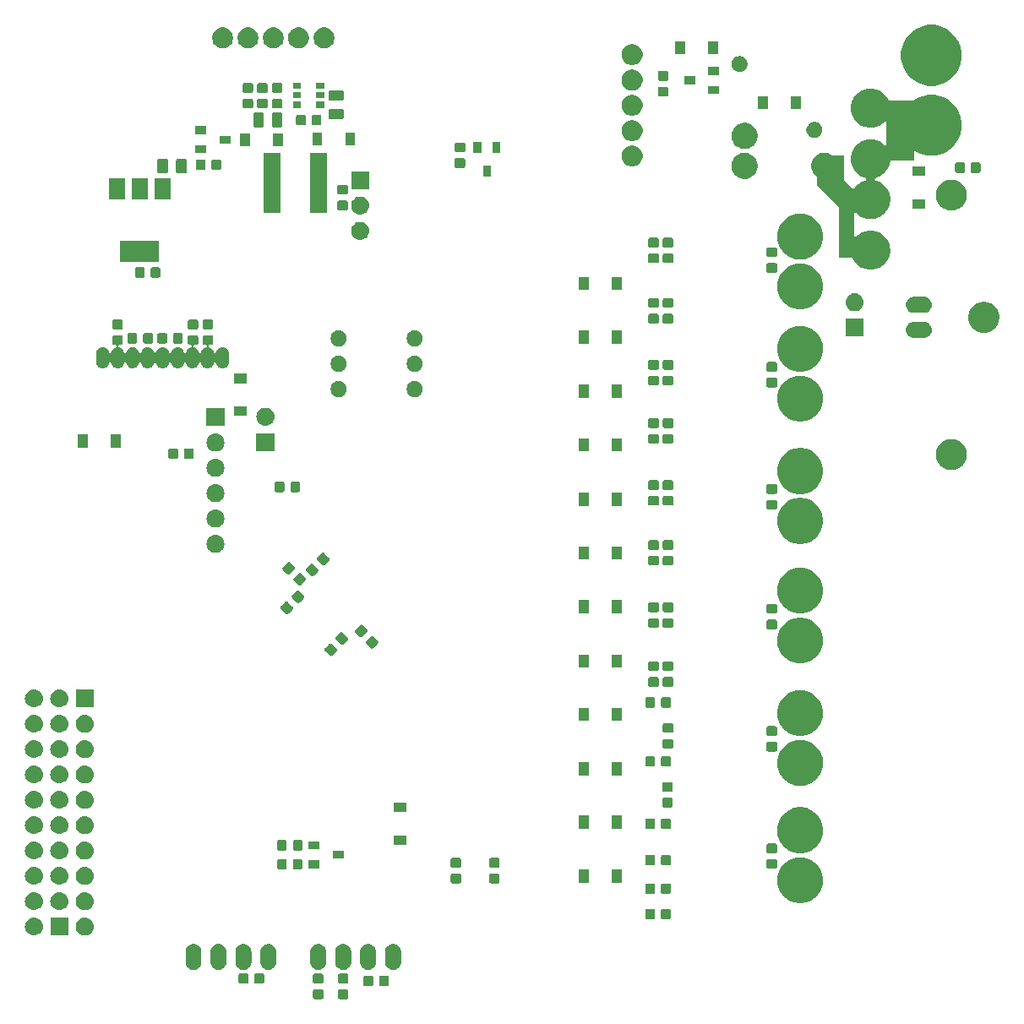
<source format=gbr>
G04 #@! TF.GenerationSoftware,KiCad,Pcbnew,(5.1.4)-1*
G04 #@! TF.CreationDate,2020-01-21T18:11:03+09:00*
G04 #@! TF.ProjectId,Aloe_Set_Meal,416c6f65-5f53-4657-945f-4d65616c2e6b,rev?*
G04 #@! TF.SameCoordinates,Original*
G04 #@! TF.FileFunction,Soldermask,Bot*
G04 #@! TF.FilePolarity,Negative*
%FSLAX46Y46*%
G04 Gerber Fmt 4.6, Leading zero omitted, Abs format (unit mm)*
G04 Created by KiCad (PCBNEW (5.1.4)-1) date 2020-01-21 18:11:03*
%MOMM*%
%LPD*%
G04 APERTURE LIST*
%ADD10C,0.100000*%
G04 APERTURE END LIST*
D10*
G36*
X130429591Y-126603085D02*
G01*
X130463569Y-126613393D01*
X130494890Y-126630134D01*
X130522339Y-126652661D01*
X130544866Y-126680110D01*
X130561607Y-126711431D01*
X130571915Y-126745409D01*
X130576000Y-126786890D01*
X130576000Y-127388110D01*
X130571915Y-127429591D01*
X130561607Y-127463569D01*
X130544866Y-127494890D01*
X130522339Y-127522339D01*
X130494890Y-127544866D01*
X130463569Y-127561607D01*
X130429591Y-127571915D01*
X130388110Y-127576000D01*
X129711890Y-127576000D01*
X129670409Y-127571915D01*
X129636431Y-127561607D01*
X129605110Y-127544866D01*
X129577661Y-127522339D01*
X129555134Y-127494890D01*
X129538393Y-127463569D01*
X129528085Y-127429591D01*
X129524000Y-127388110D01*
X129524000Y-126786890D01*
X129528085Y-126745409D01*
X129538393Y-126711431D01*
X129555134Y-126680110D01*
X129577661Y-126652661D01*
X129605110Y-126630134D01*
X129636431Y-126613393D01*
X129670409Y-126603085D01*
X129711890Y-126599000D01*
X130388110Y-126599000D01*
X130429591Y-126603085D01*
X130429591Y-126603085D01*
G37*
G36*
X127929591Y-126603085D02*
G01*
X127963569Y-126613393D01*
X127994890Y-126630134D01*
X128022339Y-126652661D01*
X128044866Y-126680110D01*
X128061607Y-126711431D01*
X128071915Y-126745409D01*
X128076000Y-126786890D01*
X128076000Y-127388110D01*
X128071915Y-127429591D01*
X128061607Y-127463569D01*
X128044866Y-127494890D01*
X128022339Y-127522339D01*
X127994890Y-127544866D01*
X127963569Y-127561607D01*
X127929591Y-127571915D01*
X127888110Y-127576000D01*
X127211890Y-127576000D01*
X127170409Y-127571915D01*
X127136431Y-127561607D01*
X127105110Y-127544866D01*
X127077661Y-127522339D01*
X127055134Y-127494890D01*
X127038393Y-127463569D01*
X127028085Y-127429591D01*
X127024000Y-127388110D01*
X127024000Y-126786890D01*
X127028085Y-126745409D01*
X127038393Y-126711431D01*
X127055134Y-126680110D01*
X127077661Y-126652661D01*
X127105110Y-126630134D01*
X127136431Y-126613393D01*
X127170409Y-126603085D01*
X127211890Y-126599000D01*
X127888110Y-126599000D01*
X127929591Y-126603085D01*
X127929591Y-126603085D01*
G37*
G36*
X132904591Y-125228085D02*
G01*
X132938569Y-125238393D01*
X132969890Y-125255134D01*
X132997339Y-125277661D01*
X133019866Y-125305110D01*
X133036607Y-125336431D01*
X133046915Y-125370409D01*
X133051000Y-125411890D01*
X133051000Y-126088110D01*
X133046915Y-126129591D01*
X133036607Y-126163569D01*
X133019866Y-126194890D01*
X132997339Y-126222339D01*
X132969890Y-126244866D01*
X132938569Y-126261607D01*
X132904591Y-126271915D01*
X132863110Y-126276000D01*
X132261890Y-126276000D01*
X132220409Y-126271915D01*
X132186431Y-126261607D01*
X132155110Y-126244866D01*
X132127661Y-126222339D01*
X132105134Y-126194890D01*
X132088393Y-126163569D01*
X132078085Y-126129591D01*
X132074000Y-126088110D01*
X132074000Y-125411890D01*
X132078085Y-125370409D01*
X132088393Y-125336431D01*
X132105134Y-125305110D01*
X132127661Y-125277661D01*
X132155110Y-125255134D01*
X132186431Y-125238393D01*
X132220409Y-125228085D01*
X132261890Y-125224000D01*
X132863110Y-125224000D01*
X132904591Y-125228085D01*
X132904591Y-125228085D01*
G37*
G36*
X134479591Y-125228085D02*
G01*
X134513569Y-125238393D01*
X134544890Y-125255134D01*
X134572339Y-125277661D01*
X134594866Y-125305110D01*
X134611607Y-125336431D01*
X134621915Y-125370409D01*
X134626000Y-125411890D01*
X134626000Y-126088110D01*
X134621915Y-126129591D01*
X134611607Y-126163569D01*
X134594866Y-126194890D01*
X134572339Y-126222339D01*
X134544890Y-126244866D01*
X134513569Y-126261607D01*
X134479591Y-126271915D01*
X134438110Y-126276000D01*
X133836890Y-126276000D01*
X133795409Y-126271915D01*
X133761431Y-126261607D01*
X133730110Y-126244866D01*
X133702661Y-126222339D01*
X133680134Y-126194890D01*
X133663393Y-126163569D01*
X133653085Y-126129591D01*
X133649000Y-126088110D01*
X133649000Y-125411890D01*
X133653085Y-125370409D01*
X133663393Y-125336431D01*
X133680134Y-125305110D01*
X133702661Y-125277661D01*
X133730110Y-125255134D01*
X133761431Y-125238393D01*
X133795409Y-125228085D01*
X133836890Y-125224000D01*
X134438110Y-125224000D01*
X134479591Y-125228085D01*
X134479591Y-125228085D01*
G37*
G36*
X120404591Y-124978085D02*
G01*
X120438569Y-124988393D01*
X120469890Y-125005134D01*
X120497339Y-125027661D01*
X120519866Y-125055110D01*
X120536607Y-125086431D01*
X120546915Y-125120409D01*
X120551000Y-125161890D01*
X120551000Y-125838110D01*
X120546915Y-125879591D01*
X120536607Y-125913569D01*
X120519866Y-125944890D01*
X120497339Y-125972339D01*
X120469890Y-125994866D01*
X120438569Y-126011607D01*
X120404591Y-126021915D01*
X120363110Y-126026000D01*
X119761890Y-126026000D01*
X119720409Y-126021915D01*
X119686431Y-126011607D01*
X119655110Y-125994866D01*
X119627661Y-125972339D01*
X119605134Y-125944890D01*
X119588393Y-125913569D01*
X119578085Y-125879591D01*
X119574000Y-125838110D01*
X119574000Y-125161890D01*
X119578085Y-125120409D01*
X119588393Y-125086431D01*
X119605134Y-125055110D01*
X119627661Y-125027661D01*
X119655110Y-125005134D01*
X119686431Y-124988393D01*
X119720409Y-124978085D01*
X119761890Y-124974000D01*
X120363110Y-124974000D01*
X120404591Y-124978085D01*
X120404591Y-124978085D01*
G37*
G36*
X121979591Y-124978085D02*
G01*
X122013569Y-124988393D01*
X122044890Y-125005134D01*
X122072339Y-125027661D01*
X122094866Y-125055110D01*
X122111607Y-125086431D01*
X122121915Y-125120409D01*
X122126000Y-125161890D01*
X122126000Y-125838110D01*
X122121915Y-125879591D01*
X122111607Y-125913569D01*
X122094866Y-125944890D01*
X122072339Y-125972339D01*
X122044890Y-125994866D01*
X122013569Y-126011607D01*
X121979591Y-126021915D01*
X121938110Y-126026000D01*
X121336890Y-126026000D01*
X121295409Y-126021915D01*
X121261431Y-126011607D01*
X121230110Y-125994866D01*
X121202661Y-125972339D01*
X121180134Y-125944890D01*
X121163393Y-125913569D01*
X121153085Y-125879591D01*
X121149000Y-125838110D01*
X121149000Y-125161890D01*
X121153085Y-125120409D01*
X121163393Y-125086431D01*
X121180134Y-125055110D01*
X121202661Y-125027661D01*
X121230110Y-125005134D01*
X121261431Y-124988393D01*
X121295409Y-124978085D01*
X121336890Y-124974000D01*
X121938110Y-124974000D01*
X121979591Y-124978085D01*
X121979591Y-124978085D01*
G37*
G36*
X127929591Y-125028085D02*
G01*
X127963569Y-125038393D01*
X127994890Y-125055134D01*
X128022339Y-125077661D01*
X128044866Y-125105110D01*
X128061607Y-125136431D01*
X128071915Y-125170409D01*
X128076000Y-125211890D01*
X128076000Y-125813110D01*
X128071915Y-125854591D01*
X128061607Y-125888569D01*
X128044866Y-125919890D01*
X128022339Y-125947339D01*
X127994890Y-125969866D01*
X127963569Y-125986607D01*
X127929591Y-125996915D01*
X127888110Y-126001000D01*
X127211890Y-126001000D01*
X127170409Y-125996915D01*
X127136431Y-125986607D01*
X127105110Y-125969866D01*
X127077661Y-125947339D01*
X127055134Y-125919890D01*
X127038393Y-125888569D01*
X127028085Y-125854591D01*
X127024000Y-125813110D01*
X127024000Y-125211890D01*
X127028085Y-125170409D01*
X127038393Y-125136431D01*
X127055134Y-125105110D01*
X127077661Y-125077661D01*
X127105110Y-125055134D01*
X127136431Y-125038393D01*
X127170409Y-125028085D01*
X127211890Y-125024000D01*
X127888110Y-125024000D01*
X127929591Y-125028085D01*
X127929591Y-125028085D01*
G37*
G36*
X130429591Y-125028085D02*
G01*
X130463569Y-125038393D01*
X130494890Y-125055134D01*
X130522339Y-125077661D01*
X130544866Y-125105110D01*
X130561607Y-125136431D01*
X130571915Y-125170409D01*
X130576000Y-125211890D01*
X130576000Y-125813110D01*
X130571915Y-125854591D01*
X130561607Y-125888569D01*
X130544866Y-125919890D01*
X130522339Y-125947339D01*
X130494890Y-125969866D01*
X130463569Y-125986607D01*
X130429591Y-125996915D01*
X130388110Y-126001000D01*
X129711890Y-126001000D01*
X129670409Y-125996915D01*
X129636431Y-125986607D01*
X129605110Y-125969866D01*
X129577661Y-125947339D01*
X129555134Y-125919890D01*
X129538393Y-125888569D01*
X129528085Y-125854591D01*
X129524000Y-125813110D01*
X129524000Y-125211890D01*
X129528085Y-125170409D01*
X129538393Y-125136431D01*
X129555134Y-125105110D01*
X129577661Y-125077661D01*
X129605110Y-125055134D01*
X129636431Y-125038393D01*
X129670409Y-125028085D01*
X129711890Y-125024000D01*
X130388110Y-125024000D01*
X130429591Y-125028085D01*
X130429591Y-125028085D01*
G37*
G36*
X130207022Y-122060590D02*
G01*
X130307681Y-122091125D01*
X130358012Y-122106392D01*
X130497164Y-122180771D01*
X130619133Y-122280867D01*
X130719229Y-122402835D01*
X130793608Y-122541987D01*
X130808875Y-122592318D01*
X130839410Y-122692977D01*
X130851000Y-122810655D01*
X130851000Y-123889345D01*
X130839410Y-124007023D01*
X130808875Y-124107682D01*
X130793608Y-124158013D01*
X130719229Y-124297165D01*
X130619133Y-124419133D01*
X130497165Y-124519229D01*
X130358013Y-124593608D01*
X130307682Y-124608875D01*
X130207023Y-124639410D01*
X130050000Y-124654875D01*
X129892978Y-124639410D01*
X129792319Y-124608875D01*
X129741988Y-124593608D01*
X129602836Y-124519229D01*
X129480868Y-124419133D01*
X129380772Y-124297165D01*
X129306393Y-124158013D01*
X129291126Y-124107682D01*
X129260591Y-124007023D01*
X129249001Y-123889345D01*
X129249000Y-122810656D01*
X129260590Y-122692978D01*
X129306392Y-122541989D01*
X129306392Y-122541988D01*
X129380771Y-122402836D01*
X129380772Y-122402835D01*
X129480867Y-122280867D01*
X129602835Y-122180771D01*
X129741987Y-122106392D01*
X129792318Y-122091125D01*
X129892977Y-122060590D01*
X130050000Y-122045125D01*
X130207022Y-122060590D01*
X130207022Y-122060590D01*
G37*
G36*
X135207022Y-122060590D02*
G01*
X135307681Y-122091125D01*
X135358012Y-122106392D01*
X135497164Y-122180771D01*
X135619133Y-122280867D01*
X135719229Y-122402835D01*
X135793608Y-122541987D01*
X135808875Y-122592318D01*
X135839410Y-122692977D01*
X135851000Y-122810655D01*
X135851000Y-123889345D01*
X135839410Y-124007023D01*
X135808875Y-124107682D01*
X135793608Y-124158013D01*
X135719229Y-124297165D01*
X135619133Y-124419133D01*
X135497165Y-124519229D01*
X135358013Y-124593608D01*
X135307682Y-124608875D01*
X135207023Y-124639410D01*
X135050000Y-124654875D01*
X134892978Y-124639410D01*
X134792319Y-124608875D01*
X134741988Y-124593608D01*
X134602836Y-124519229D01*
X134480868Y-124419133D01*
X134380772Y-124297165D01*
X134306393Y-124158013D01*
X134291126Y-124107682D01*
X134260591Y-124007023D01*
X134249001Y-123889345D01*
X134249000Y-122810656D01*
X134260590Y-122692978D01*
X134306392Y-122541989D01*
X134306392Y-122541988D01*
X134380771Y-122402836D01*
X134380772Y-122402835D01*
X134480867Y-122280867D01*
X134602835Y-122180771D01*
X134741987Y-122106392D01*
X134792318Y-122091125D01*
X134892977Y-122060590D01*
X135050000Y-122045125D01*
X135207022Y-122060590D01*
X135207022Y-122060590D01*
G37*
G36*
X127707022Y-122060590D02*
G01*
X127807681Y-122091125D01*
X127858012Y-122106392D01*
X127997164Y-122180771D01*
X128119133Y-122280867D01*
X128219229Y-122402835D01*
X128293608Y-122541987D01*
X128308875Y-122592318D01*
X128339410Y-122692977D01*
X128351000Y-122810655D01*
X128351000Y-123889345D01*
X128339410Y-124007023D01*
X128308875Y-124107682D01*
X128293608Y-124158013D01*
X128219229Y-124297165D01*
X128119133Y-124419133D01*
X127997165Y-124519229D01*
X127858013Y-124593608D01*
X127807682Y-124608875D01*
X127707023Y-124639410D01*
X127550000Y-124654875D01*
X127392978Y-124639410D01*
X127292319Y-124608875D01*
X127241988Y-124593608D01*
X127102836Y-124519229D01*
X126980868Y-124419133D01*
X126880772Y-124297165D01*
X126806393Y-124158013D01*
X126791126Y-124107682D01*
X126760591Y-124007023D01*
X126749001Y-123889345D01*
X126749000Y-122810656D01*
X126760590Y-122692978D01*
X126806392Y-122541989D01*
X126806392Y-122541988D01*
X126880771Y-122402836D01*
X126880772Y-122402835D01*
X126980867Y-122280867D01*
X127102835Y-122180771D01*
X127241987Y-122106392D01*
X127292318Y-122091125D01*
X127392977Y-122060590D01*
X127550000Y-122045125D01*
X127707022Y-122060590D01*
X127707022Y-122060590D01*
G37*
G36*
X122707022Y-122060590D02*
G01*
X122807681Y-122091125D01*
X122858012Y-122106392D01*
X122997164Y-122180771D01*
X123119133Y-122280867D01*
X123219229Y-122402835D01*
X123293608Y-122541987D01*
X123308875Y-122592318D01*
X123339410Y-122692977D01*
X123351000Y-122810655D01*
X123351000Y-123889345D01*
X123339410Y-124007023D01*
X123308875Y-124107682D01*
X123293608Y-124158013D01*
X123219229Y-124297165D01*
X123119133Y-124419133D01*
X122997165Y-124519229D01*
X122858013Y-124593608D01*
X122807682Y-124608875D01*
X122707023Y-124639410D01*
X122550000Y-124654875D01*
X122392978Y-124639410D01*
X122292319Y-124608875D01*
X122241988Y-124593608D01*
X122102836Y-124519229D01*
X121980868Y-124419133D01*
X121880772Y-124297165D01*
X121806393Y-124158013D01*
X121791126Y-124107682D01*
X121760591Y-124007023D01*
X121749001Y-123889345D01*
X121749000Y-122810656D01*
X121760590Y-122692978D01*
X121806392Y-122541989D01*
X121806392Y-122541988D01*
X121880771Y-122402836D01*
X121880772Y-122402835D01*
X121980867Y-122280867D01*
X122102835Y-122180771D01*
X122241987Y-122106392D01*
X122292318Y-122091125D01*
X122392977Y-122060590D01*
X122550000Y-122045125D01*
X122707022Y-122060590D01*
X122707022Y-122060590D01*
G37*
G36*
X120207022Y-122060590D02*
G01*
X120307681Y-122091125D01*
X120358012Y-122106392D01*
X120497164Y-122180771D01*
X120619133Y-122280867D01*
X120719229Y-122402835D01*
X120793608Y-122541987D01*
X120808875Y-122592318D01*
X120839410Y-122692977D01*
X120851000Y-122810655D01*
X120851000Y-123889345D01*
X120839410Y-124007023D01*
X120808875Y-124107682D01*
X120793608Y-124158013D01*
X120719229Y-124297165D01*
X120619133Y-124419133D01*
X120497165Y-124519229D01*
X120358013Y-124593608D01*
X120307682Y-124608875D01*
X120207023Y-124639410D01*
X120050000Y-124654875D01*
X119892978Y-124639410D01*
X119792319Y-124608875D01*
X119741988Y-124593608D01*
X119602836Y-124519229D01*
X119480868Y-124419133D01*
X119380772Y-124297165D01*
X119306393Y-124158013D01*
X119291126Y-124107682D01*
X119260591Y-124007023D01*
X119249001Y-123889345D01*
X119249000Y-122810656D01*
X119260590Y-122692978D01*
X119306392Y-122541989D01*
X119306392Y-122541988D01*
X119380771Y-122402836D01*
X119380772Y-122402835D01*
X119480867Y-122280867D01*
X119602835Y-122180771D01*
X119741987Y-122106392D01*
X119792318Y-122091125D01*
X119892977Y-122060590D01*
X120050000Y-122045125D01*
X120207022Y-122060590D01*
X120207022Y-122060590D01*
G37*
G36*
X117707022Y-122060590D02*
G01*
X117807681Y-122091125D01*
X117858012Y-122106392D01*
X117997164Y-122180771D01*
X118119133Y-122280867D01*
X118219229Y-122402835D01*
X118293608Y-122541987D01*
X118308875Y-122592318D01*
X118339410Y-122692977D01*
X118351000Y-122810655D01*
X118351000Y-123889345D01*
X118339410Y-124007023D01*
X118308875Y-124107682D01*
X118293608Y-124158013D01*
X118219229Y-124297165D01*
X118119133Y-124419133D01*
X117997165Y-124519229D01*
X117858013Y-124593608D01*
X117807682Y-124608875D01*
X117707023Y-124639410D01*
X117550000Y-124654875D01*
X117392978Y-124639410D01*
X117292319Y-124608875D01*
X117241988Y-124593608D01*
X117102836Y-124519229D01*
X116980868Y-124419133D01*
X116880772Y-124297165D01*
X116806393Y-124158013D01*
X116791126Y-124107682D01*
X116760591Y-124007023D01*
X116749001Y-123889345D01*
X116749000Y-122810656D01*
X116760590Y-122692978D01*
X116806392Y-122541989D01*
X116806392Y-122541988D01*
X116880771Y-122402836D01*
X116880772Y-122402835D01*
X116980867Y-122280867D01*
X117102835Y-122180771D01*
X117241987Y-122106392D01*
X117292318Y-122091125D01*
X117392977Y-122060590D01*
X117550000Y-122045125D01*
X117707022Y-122060590D01*
X117707022Y-122060590D01*
G37*
G36*
X132707022Y-122060590D02*
G01*
X132807681Y-122091125D01*
X132858012Y-122106392D01*
X132997164Y-122180771D01*
X133119133Y-122280867D01*
X133219229Y-122402835D01*
X133293608Y-122541987D01*
X133308875Y-122592318D01*
X133339410Y-122692977D01*
X133351000Y-122810655D01*
X133351000Y-123889345D01*
X133339410Y-124007023D01*
X133308875Y-124107682D01*
X133293608Y-124158013D01*
X133219229Y-124297165D01*
X133119133Y-124419133D01*
X132997165Y-124519229D01*
X132858013Y-124593608D01*
X132807682Y-124608875D01*
X132707023Y-124639410D01*
X132550000Y-124654875D01*
X132392978Y-124639410D01*
X132292319Y-124608875D01*
X132241988Y-124593608D01*
X132102836Y-124519229D01*
X131980868Y-124419133D01*
X131880772Y-124297165D01*
X131806393Y-124158013D01*
X131791126Y-124107682D01*
X131760591Y-124007023D01*
X131749001Y-123889345D01*
X131749000Y-122810656D01*
X131760590Y-122692978D01*
X131806392Y-122541989D01*
X131806392Y-122541988D01*
X131880771Y-122402836D01*
X131880772Y-122402835D01*
X131980867Y-122280867D01*
X132102835Y-122180771D01*
X132241987Y-122106392D01*
X132292318Y-122091125D01*
X132392977Y-122060590D01*
X132550000Y-122045125D01*
X132707022Y-122060590D01*
X132707022Y-122060590D01*
G37*
G36*
X115207022Y-122060590D02*
G01*
X115307681Y-122091125D01*
X115358012Y-122106392D01*
X115497164Y-122180771D01*
X115619133Y-122280867D01*
X115719229Y-122402835D01*
X115793608Y-122541987D01*
X115808875Y-122592318D01*
X115839410Y-122692977D01*
X115851000Y-122810655D01*
X115851000Y-123889345D01*
X115839410Y-124007023D01*
X115808875Y-124107682D01*
X115793608Y-124158013D01*
X115719229Y-124297165D01*
X115619133Y-124419133D01*
X115497165Y-124519229D01*
X115358013Y-124593608D01*
X115307682Y-124608875D01*
X115207023Y-124639410D01*
X115050000Y-124654875D01*
X114892978Y-124639410D01*
X114792319Y-124608875D01*
X114741988Y-124593608D01*
X114602836Y-124519229D01*
X114480868Y-124419133D01*
X114380772Y-124297165D01*
X114306393Y-124158013D01*
X114291126Y-124107682D01*
X114260591Y-124007023D01*
X114249001Y-123889345D01*
X114249000Y-122810656D01*
X114260590Y-122692978D01*
X114306392Y-122541989D01*
X114306392Y-122541988D01*
X114380771Y-122402836D01*
X114380772Y-122402835D01*
X114480867Y-122280867D01*
X114602835Y-122180771D01*
X114741987Y-122106392D01*
X114792318Y-122091125D01*
X114892977Y-122060590D01*
X115050000Y-122045125D01*
X115207022Y-122060590D01*
X115207022Y-122060590D01*
G37*
G36*
X104260443Y-119415519D02*
G01*
X104326627Y-119422037D01*
X104496466Y-119473557D01*
X104652991Y-119557222D01*
X104670894Y-119571915D01*
X104790186Y-119669814D01*
X104873448Y-119771271D01*
X104902778Y-119807009D01*
X104986443Y-119963534D01*
X105037963Y-120133373D01*
X105055359Y-120310000D01*
X105037963Y-120486627D01*
X104986443Y-120656466D01*
X104902778Y-120812991D01*
X104873448Y-120848729D01*
X104790186Y-120950186D01*
X104688729Y-121033448D01*
X104652991Y-121062778D01*
X104652989Y-121062779D01*
X104515177Y-121136442D01*
X104496466Y-121146443D01*
X104326627Y-121197963D01*
X104260443Y-121204481D01*
X104194260Y-121211000D01*
X104105740Y-121211000D01*
X104039557Y-121204481D01*
X103973373Y-121197963D01*
X103803534Y-121146443D01*
X103784824Y-121136442D01*
X103647011Y-121062779D01*
X103647009Y-121062778D01*
X103611271Y-121033448D01*
X103509814Y-120950186D01*
X103426552Y-120848729D01*
X103397222Y-120812991D01*
X103313557Y-120656466D01*
X103262037Y-120486627D01*
X103244641Y-120310000D01*
X103262037Y-120133373D01*
X103313557Y-119963534D01*
X103397222Y-119807009D01*
X103426552Y-119771271D01*
X103509814Y-119669814D01*
X103629106Y-119571915D01*
X103647009Y-119557222D01*
X103803534Y-119473557D01*
X103973373Y-119422037D01*
X104039557Y-119415519D01*
X104105740Y-119409000D01*
X104194260Y-119409000D01*
X104260443Y-119415519D01*
X104260443Y-119415519D01*
G37*
G36*
X102501000Y-121201000D02*
G01*
X100699000Y-121201000D01*
X100699000Y-119399000D01*
X102501000Y-119399000D01*
X102501000Y-121201000D01*
X102501000Y-121201000D01*
G37*
G36*
X99170443Y-119405519D02*
G01*
X99236627Y-119412037D01*
X99406466Y-119463557D01*
X99406468Y-119463558D01*
X99482991Y-119504461D01*
X99562991Y-119547222D01*
X99580519Y-119561607D01*
X99700186Y-119659814D01*
X99783448Y-119761271D01*
X99812778Y-119797009D01*
X99896443Y-119953534D01*
X99947963Y-120123373D01*
X99965359Y-120300000D01*
X99947963Y-120476627D01*
X99896443Y-120646466D01*
X99812778Y-120802991D01*
X99804571Y-120812991D01*
X99700186Y-120940186D01*
X99598729Y-121023448D01*
X99562991Y-121052778D01*
X99406466Y-121136443D01*
X99236627Y-121187963D01*
X99170442Y-121194482D01*
X99104260Y-121201000D01*
X99015740Y-121201000D01*
X98949558Y-121194482D01*
X98883373Y-121187963D01*
X98713534Y-121136443D01*
X98557009Y-121052778D01*
X98521271Y-121023448D01*
X98419814Y-120940186D01*
X98315429Y-120812991D01*
X98307222Y-120802991D01*
X98223557Y-120646466D01*
X98172037Y-120476627D01*
X98154641Y-120300000D01*
X98172037Y-120123373D01*
X98223557Y-119953534D01*
X98307222Y-119797009D01*
X98336552Y-119761271D01*
X98419814Y-119659814D01*
X98539481Y-119561607D01*
X98557009Y-119547222D01*
X98637009Y-119504461D01*
X98713532Y-119463558D01*
X98713534Y-119463557D01*
X98883373Y-119412037D01*
X98949557Y-119405519D01*
X99015740Y-119399000D01*
X99104260Y-119399000D01*
X99170443Y-119405519D01*
X99170443Y-119405519D01*
G37*
G36*
X161154591Y-118528085D02*
G01*
X161188569Y-118538393D01*
X161219890Y-118555134D01*
X161247339Y-118577661D01*
X161269866Y-118605110D01*
X161286607Y-118636431D01*
X161296915Y-118670409D01*
X161301000Y-118711890D01*
X161301000Y-119388110D01*
X161296915Y-119429591D01*
X161286607Y-119463569D01*
X161269866Y-119494890D01*
X161247339Y-119522339D01*
X161219890Y-119544866D01*
X161188569Y-119561607D01*
X161154591Y-119571915D01*
X161113110Y-119576000D01*
X160511890Y-119576000D01*
X160470409Y-119571915D01*
X160436431Y-119561607D01*
X160405110Y-119544866D01*
X160377661Y-119522339D01*
X160355134Y-119494890D01*
X160338393Y-119463569D01*
X160328085Y-119429591D01*
X160324000Y-119388110D01*
X160324000Y-118711890D01*
X160328085Y-118670409D01*
X160338393Y-118636431D01*
X160355134Y-118605110D01*
X160377661Y-118577661D01*
X160405110Y-118555134D01*
X160436431Y-118538393D01*
X160470409Y-118528085D01*
X160511890Y-118524000D01*
X161113110Y-118524000D01*
X161154591Y-118528085D01*
X161154591Y-118528085D01*
G37*
G36*
X162729591Y-118528085D02*
G01*
X162763569Y-118538393D01*
X162794890Y-118555134D01*
X162822339Y-118577661D01*
X162844866Y-118605110D01*
X162861607Y-118636431D01*
X162871915Y-118670409D01*
X162876000Y-118711890D01*
X162876000Y-119388110D01*
X162871915Y-119429591D01*
X162861607Y-119463569D01*
X162844866Y-119494890D01*
X162822339Y-119522339D01*
X162794890Y-119544866D01*
X162763569Y-119561607D01*
X162729591Y-119571915D01*
X162688110Y-119576000D01*
X162086890Y-119576000D01*
X162045409Y-119571915D01*
X162011431Y-119561607D01*
X161980110Y-119544866D01*
X161952661Y-119522339D01*
X161930134Y-119494890D01*
X161913393Y-119463569D01*
X161903085Y-119429591D01*
X161899000Y-119388110D01*
X161899000Y-118711890D01*
X161903085Y-118670409D01*
X161913393Y-118636431D01*
X161930134Y-118605110D01*
X161952661Y-118577661D01*
X161980110Y-118555134D01*
X162011431Y-118538393D01*
X162045409Y-118528085D01*
X162086890Y-118524000D01*
X162688110Y-118524000D01*
X162729591Y-118528085D01*
X162729591Y-118528085D01*
G37*
G36*
X104257412Y-116875220D02*
G01*
X104326627Y-116882037D01*
X104496466Y-116933557D01*
X104652991Y-117017222D01*
X104688729Y-117046552D01*
X104790186Y-117129814D01*
X104873448Y-117231271D01*
X104902778Y-117267009D01*
X104986443Y-117423534D01*
X105037963Y-117593373D01*
X105055359Y-117770000D01*
X105037963Y-117946627D01*
X104986443Y-118116466D01*
X104902778Y-118272991D01*
X104873448Y-118308729D01*
X104790186Y-118410186D01*
X104688729Y-118493448D01*
X104652991Y-118522778D01*
X104652989Y-118522779D01*
X104515177Y-118596442D01*
X104496466Y-118606443D01*
X104326627Y-118657963D01*
X104260442Y-118664482D01*
X104194260Y-118671000D01*
X104105740Y-118671000D01*
X104039558Y-118664482D01*
X103973373Y-118657963D01*
X103803534Y-118606443D01*
X103784824Y-118596442D01*
X103647011Y-118522779D01*
X103647009Y-118522778D01*
X103611271Y-118493448D01*
X103509814Y-118410186D01*
X103426552Y-118308729D01*
X103397222Y-118272991D01*
X103313557Y-118116466D01*
X103262037Y-117946627D01*
X103244641Y-117770000D01*
X103262037Y-117593373D01*
X103313557Y-117423534D01*
X103397222Y-117267009D01*
X103426552Y-117231271D01*
X103509814Y-117129814D01*
X103611271Y-117046552D01*
X103647009Y-117017222D01*
X103803534Y-116933557D01*
X103973373Y-116882037D01*
X104042588Y-116875220D01*
X104105740Y-116869000D01*
X104194260Y-116869000D01*
X104257412Y-116875220D01*
X104257412Y-116875220D01*
G37*
G36*
X99170443Y-116865519D02*
G01*
X99236627Y-116872037D01*
X99406466Y-116923557D01*
X99406468Y-116923558D01*
X99446377Y-116944890D01*
X99562991Y-117007222D01*
X99580894Y-117021915D01*
X99700186Y-117119814D01*
X99783448Y-117221271D01*
X99812778Y-117257009D01*
X99896443Y-117413534D01*
X99947963Y-117583373D01*
X99965359Y-117760000D01*
X99947963Y-117936627D01*
X99896443Y-118106466D01*
X99812778Y-118262991D01*
X99804571Y-118272991D01*
X99700186Y-118400186D01*
X99598729Y-118483448D01*
X99562991Y-118512778D01*
X99406466Y-118596443D01*
X99236627Y-118647963D01*
X99170443Y-118654481D01*
X99104260Y-118661000D01*
X99015740Y-118661000D01*
X98949557Y-118654481D01*
X98883373Y-118647963D01*
X98713534Y-118596443D01*
X98557009Y-118512778D01*
X98521271Y-118483448D01*
X98419814Y-118400186D01*
X98315429Y-118272991D01*
X98307222Y-118262991D01*
X98223557Y-118106466D01*
X98172037Y-117936627D01*
X98154641Y-117760000D01*
X98172037Y-117583373D01*
X98223557Y-117413534D01*
X98307222Y-117257009D01*
X98336552Y-117221271D01*
X98419814Y-117119814D01*
X98539106Y-117021915D01*
X98557009Y-117007222D01*
X98673623Y-116944890D01*
X98713532Y-116923558D01*
X98713534Y-116923557D01*
X98883373Y-116872037D01*
X98949557Y-116865519D01*
X99015740Y-116859000D01*
X99104260Y-116859000D01*
X99170443Y-116865519D01*
X99170443Y-116865519D01*
G37*
G36*
X101710443Y-116865519D02*
G01*
X101776627Y-116872037D01*
X101946466Y-116923557D01*
X101946468Y-116923558D01*
X101986377Y-116944890D01*
X102102991Y-117007222D01*
X102120894Y-117021915D01*
X102240186Y-117119814D01*
X102323448Y-117221271D01*
X102352778Y-117257009D01*
X102436443Y-117413534D01*
X102487963Y-117583373D01*
X102505359Y-117760000D01*
X102487963Y-117936627D01*
X102436443Y-118106466D01*
X102352778Y-118262991D01*
X102344571Y-118272991D01*
X102240186Y-118400186D01*
X102138729Y-118483448D01*
X102102991Y-118512778D01*
X101946466Y-118596443D01*
X101776627Y-118647963D01*
X101710443Y-118654481D01*
X101644260Y-118661000D01*
X101555740Y-118661000D01*
X101489557Y-118654481D01*
X101423373Y-118647963D01*
X101253534Y-118596443D01*
X101097009Y-118512778D01*
X101061271Y-118483448D01*
X100959814Y-118400186D01*
X100855429Y-118272991D01*
X100847222Y-118262991D01*
X100763557Y-118106466D01*
X100712037Y-117936627D01*
X100694641Y-117760000D01*
X100712037Y-117583373D01*
X100763557Y-117413534D01*
X100847222Y-117257009D01*
X100876552Y-117221271D01*
X100959814Y-117119814D01*
X101079106Y-117021915D01*
X101097009Y-117007222D01*
X101213623Y-116944890D01*
X101253532Y-116923558D01*
X101253534Y-116923557D01*
X101423373Y-116872037D01*
X101489557Y-116865519D01*
X101555740Y-116859000D01*
X101644260Y-116859000D01*
X101710443Y-116865519D01*
X101710443Y-116865519D01*
G37*
G36*
X176298903Y-113393213D02*
G01*
X176521177Y-113437426D01*
X176939932Y-113610880D01*
X177316802Y-113862696D01*
X177637304Y-114183198D01*
X177889120Y-114560068D01*
X178062574Y-114978823D01*
X178072780Y-115030134D01*
X178151000Y-115423370D01*
X178151000Y-115876630D01*
X178128769Y-115988393D01*
X178062574Y-116321177D01*
X177889120Y-116739932D01*
X177637304Y-117116802D01*
X177316802Y-117437304D01*
X176939932Y-117689120D01*
X176521177Y-117862574D01*
X176298903Y-117906787D01*
X176076630Y-117951000D01*
X175623370Y-117951000D01*
X175401097Y-117906787D01*
X175178823Y-117862574D01*
X174760068Y-117689120D01*
X174383198Y-117437304D01*
X174062696Y-117116802D01*
X173810880Y-116739932D01*
X173637426Y-116321177D01*
X173571231Y-115988393D01*
X173549000Y-115876630D01*
X173549000Y-115423370D01*
X173627220Y-115030134D01*
X173637426Y-114978823D01*
X173810880Y-114560068D01*
X174062696Y-114183198D01*
X174383198Y-113862696D01*
X174760068Y-113610880D01*
X175178823Y-113437426D01*
X175401097Y-113393213D01*
X175623370Y-113349000D01*
X176076630Y-113349000D01*
X176298903Y-113393213D01*
X176298903Y-113393213D01*
G37*
G36*
X162729591Y-115978085D02*
G01*
X162763569Y-115988393D01*
X162794890Y-116005134D01*
X162822339Y-116027661D01*
X162844866Y-116055110D01*
X162861607Y-116086431D01*
X162871915Y-116120409D01*
X162876000Y-116161890D01*
X162876000Y-116838110D01*
X162871915Y-116879591D01*
X162861607Y-116913569D01*
X162844866Y-116944890D01*
X162822339Y-116972339D01*
X162794890Y-116994866D01*
X162763569Y-117011607D01*
X162729591Y-117021915D01*
X162688110Y-117026000D01*
X162086890Y-117026000D01*
X162045409Y-117021915D01*
X162011431Y-117011607D01*
X161980110Y-116994866D01*
X161952661Y-116972339D01*
X161930134Y-116944890D01*
X161913393Y-116913569D01*
X161903085Y-116879591D01*
X161899000Y-116838110D01*
X161899000Y-116161890D01*
X161903085Y-116120409D01*
X161913393Y-116086431D01*
X161930134Y-116055110D01*
X161952661Y-116027661D01*
X161980110Y-116005134D01*
X162011431Y-115988393D01*
X162045409Y-115978085D01*
X162086890Y-115974000D01*
X162688110Y-115974000D01*
X162729591Y-115978085D01*
X162729591Y-115978085D01*
G37*
G36*
X161154591Y-115978085D02*
G01*
X161188569Y-115988393D01*
X161219890Y-116005134D01*
X161247339Y-116027661D01*
X161269866Y-116055110D01*
X161286607Y-116086431D01*
X161296915Y-116120409D01*
X161301000Y-116161890D01*
X161301000Y-116838110D01*
X161296915Y-116879591D01*
X161286607Y-116913569D01*
X161269866Y-116944890D01*
X161247339Y-116972339D01*
X161219890Y-116994866D01*
X161188569Y-117011607D01*
X161154591Y-117021915D01*
X161113110Y-117026000D01*
X160511890Y-117026000D01*
X160470409Y-117021915D01*
X160436431Y-117011607D01*
X160405110Y-116994866D01*
X160377661Y-116972339D01*
X160355134Y-116944890D01*
X160338393Y-116913569D01*
X160328085Y-116879591D01*
X160324000Y-116838110D01*
X160324000Y-116161890D01*
X160328085Y-116120409D01*
X160338393Y-116086431D01*
X160355134Y-116055110D01*
X160377661Y-116027661D01*
X160405110Y-116005134D01*
X160436431Y-115988393D01*
X160470409Y-115978085D01*
X160511890Y-115974000D01*
X161113110Y-115974000D01*
X161154591Y-115978085D01*
X161154591Y-115978085D01*
G37*
G36*
X104260443Y-114335519D02*
G01*
X104326627Y-114342037D01*
X104496466Y-114393557D01*
X104652991Y-114477222D01*
X104674490Y-114494866D01*
X104790186Y-114589814D01*
X104873448Y-114691271D01*
X104902778Y-114727009D01*
X104986443Y-114883534D01*
X105037963Y-115053373D01*
X105055359Y-115230000D01*
X105037963Y-115406627D01*
X104986443Y-115576466D01*
X104902778Y-115732991D01*
X104873448Y-115768729D01*
X104790186Y-115870186D01*
X104699187Y-115944866D01*
X104652991Y-115982778D01*
X104574729Y-116024610D01*
X104515177Y-116056442D01*
X104496466Y-116066443D01*
X104326627Y-116117963D01*
X104260443Y-116124481D01*
X104194260Y-116131000D01*
X104105740Y-116131000D01*
X104039557Y-116124481D01*
X103973373Y-116117963D01*
X103803534Y-116066443D01*
X103784824Y-116056442D01*
X103725271Y-116024610D01*
X103647009Y-115982778D01*
X103600813Y-115944866D01*
X103509814Y-115870186D01*
X103426552Y-115768729D01*
X103397222Y-115732991D01*
X103313557Y-115576466D01*
X103262037Y-115406627D01*
X103244641Y-115230000D01*
X103262037Y-115053373D01*
X103313557Y-114883534D01*
X103397222Y-114727009D01*
X103426552Y-114691271D01*
X103509814Y-114589814D01*
X103625510Y-114494866D01*
X103647009Y-114477222D01*
X103803534Y-114393557D01*
X103973373Y-114342037D01*
X104039557Y-114335519D01*
X104105740Y-114329000D01*
X104194260Y-114329000D01*
X104260443Y-114335519D01*
X104260443Y-114335519D01*
G37*
G36*
X101710442Y-114325518D02*
G01*
X101776627Y-114332037D01*
X101946466Y-114383557D01*
X101946468Y-114383558D01*
X101970319Y-114396307D01*
X102102991Y-114467222D01*
X102136675Y-114494866D01*
X102240186Y-114579814D01*
X102323448Y-114681271D01*
X102352778Y-114717009D01*
X102436443Y-114873534D01*
X102487963Y-115043373D01*
X102505359Y-115220000D01*
X102487963Y-115396627D01*
X102436443Y-115566466D01*
X102352778Y-115722991D01*
X102344571Y-115732991D01*
X102240186Y-115860186D01*
X102164451Y-115922339D01*
X102102991Y-115972778D01*
X101946466Y-116056443D01*
X101776627Y-116107963D01*
X101710442Y-116114482D01*
X101644260Y-116121000D01*
X101555740Y-116121000D01*
X101489558Y-116114482D01*
X101423373Y-116107963D01*
X101253534Y-116056443D01*
X101097009Y-115972778D01*
X101035549Y-115922339D01*
X100959814Y-115860186D01*
X100855429Y-115732991D01*
X100847222Y-115722991D01*
X100763557Y-115566466D01*
X100712037Y-115396627D01*
X100694641Y-115220000D01*
X100712037Y-115043373D01*
X100763557Y-114873534D01*
X100847222Y-114717009D01*
X100876552Y-114681271D01*
X100959814Y-114579814D01*
X101063325Y-114494866D01*
X101097009Y-114467222D01*
X101229681Y-114396307D01*
X101253532Y-114383558D01*
X101253534Y-114383557D01*
X101423373Y-114332037D01*
X101489558Y-114325518D01*
X101555740Y-114319000D01*
X101644260Y-114319000D01*
X101710442Y-114325518D01*
X101710442Y-114325518D01*
G37*
G36*
X99170442Y-114325518D02*
G01*
X99236627Y-114332037D01*
X99406466Y-114383557D01*
X99406468Y-114383558D01*
X99430319Y-114396307D01*
X99562991Y-114467222D01*
X99596675Y-114494866D01*
X99700186Y-114579814D01*
X99783448Y-114681271D01*
X99812778Y-114717009D01*
X99896443Y-114873534D01*
X99947963Y-115043373D01*
X99965359Y-115220000D01*
X99947963Y-115396627D01*
X99896443Y-115566466D01*
X99812778Y-115722991D01*
X99804571Y-115732991D01*
X99700186Y-115860186D01*
X99624451Y-115922339D01*
X99562991Y-115972778D01*
X99406466Y-116056443D01*
X99236627Y-116107963D01*
X99170442Y-116114482D01*
X99104260Y-116121000D01*
X99015740Y-116121000D01*
X98949558Y-116114482D01*
X98883373Y-116107963D01*
X98713534Y-116056443D01*
X98557009Y-115972778D01*
X98495549Y-115922339D01*
X98419814Y-115860186D01*
X98315429Y-115732991D01*
X98307222Y-115722991D01*
X98223557Y-115566466D01*
X98172037Y-115396627D01*
X98154641Y-115220000D01*
X98172037Y-115043373D01*
X98223557Y-114873534D01*
X98307222Y-114717009D01*
X98336552Y-114681271D01*
X98419814Y-114579814D01*
X98523325Y-114494866D01*
X98557009Y-114467222D01*
X98689681Y-114396307D01*
X98713532Y-114383558D01*
X98713534Y-114383557D01*
X98883373Y-114332037D01*
X98949558Y-114325518D01*
X99015740Y-114319000D01*
X99104260Y-114319000D01*
X99170442Y-114325518D01*
X99170442Y-114325518D01*
G37*
G36*
X145579591Y-115003085D02*
G01*
X145613569Y-115013393D01*
X145644890Y-115030134D01*
X145672339Y-115052661D01*
X145694866Y-115080110D01*
X145711607Y-115111431D01*
X145721915Y-115145409D01*
X145726000Y-115186890D01*
X145726000Y-115788110D01*
X145721915Y-115829591D01*
X145711607Y-115863569D01*
X145694866Y-115894890D01*
X145672339Y-115922339D01*
X145644890Y-115944866D01*
X145613569Y-115961607D01*
X145579591Y-115971915D01*
X145538110Y-115976000D01*
X144861890Y-115976000D01*
X144820409Y-115971915D01*
X144786431Y-115961607D01*
X144755110Y-115944866D01*
X144727661Y-115922339D01*
X144705134Y-115894890D01*
X144688393Y-115863569D01*
X144678085Y-115829591D01*
X144674000Y-115788110D01*
X144674000Y-115186890D01*
X144678085Y-115145409D01*
X144688393Y-115111431D01*
X144705134Y-115080110D01*
X144727661Y-115052661D01*
X144755110Y-115030134D01*
X144786431Y-115013393D01*
X144820409Y-115003085D01*
X144861890Y-114999000D01*
X145538110Y-114999000D01*
X145579591Y-115003085D01*
X145579591Y-115003085D01*
G37*
G36*
X141729591Y-115003085D02*
G01*
X141763569Y-115013393D01*
X141794890Y-115030134D01*
X141822339Y-115052661D01*
X141844866Y-115080110D01*
X141861607Y-115111431D01*
X141871915Y-115145409D01*
X141876000Y-115186890D01*
X141876000Y-115788110D01*
X141871915Y-115829591D01*
X141861607Y-115863569D01*
X141844866Y-115894890D01*
X141822339Y-115922339D01*
X141794890Y-115944866D01*
X141763569Y-115961607D01*
X141729591Y-115971915D01*
X141688110Y-115976000D01*
X141011890Y-115976000D01*
X140970409Y-115971915D01*
X140936431Y-115961607D01*
X140905110Y-115944866D01*
X140877661Y-115922339D01*
X140855134Y-115894890D01*
X140838393Y-115863569D01*
X140828085Y-115829591D01*
X140824000Y-115788110D01*
X140824000Y-115186890D01*
X140828085Y-115145409D01*
X140838393Y-115111431D01*
X140855134Y-115080110D01*
X140877661Y-115052661D01*
X140905110Y-115030134D01*
X140936431Y-115013393D01*
X140970409Y-115003085D01*
X141011890Y-114999000D01*
X141688110Y-114999000D01*
X141729591Y-115003085D01*
X141729591Y-115003085D01*
G37*
G36*
X157951000Y-115901000D02*
G01*
X156949000Y-115901000D01*
X156949000Y-114599000D01*
X157951000Y-114599000D01*
X157951000Y-115901000D01*
X157951000Y-115901000D01*
G37*
G36*
X154651000Y-115901000D02*
G01*
X153649000Y-115901000D01*
X153649000Y-114599000D01*
X154651000Y-114599000D01*
X154651000Y-115901000D01*
X154651000Y-115901000D01*
G37*
G36*
X125829591Y-113528085D02*
G01*
X125863569Y-113538393D01*
X125894890Y-113555134D01*
X125922339Y-113577661D01*
X125944866Y-113605110D01*
X125961607Y-113636431D01*
X125971915Y-113670409D01*
X125976000Y-113711890D01*
X125976000Y-114388110D01*
X125971915Y-114429591D01*
X125961607Y-114463569D01*
X125944866Y-114494890D01*
X125922339Y-114522339D01*
X125894890Y-114544866D01*
X125863569Y-114561607D01*
X125829591Y-114571915D01*
X125788110Y-114576000D01*
X125186890Y-114576000D01*
X125145409Y-114571915D01*
X125111431Y-114561607D01*
X125080110Y-114544866D01*
X125052661Y-114522339D01*
X125030134Y-114494890D01*
X125013393Y-114463569D01*
X125003085Y-114429591D01*
X124999000Y-114388110D01*
X124999000Y-113711890D01*
X125003085Y-113670409D01*
X125013393Y-113636431D01*
X125030134Y-113605110D01*
X125052661Y-113577661D01*
X125080110Y-113555134D01*
X125111431Y-113538393D01*
X125145409Y-113528085D01*
X125186890Y-113524000D01*
X125788110Y-113524000D01*
X125829591Y-113528085D01*
X125829591Y-113528085D01*
G37*
G36*
X124254591Y-113528085D02*
G01*
X124288569Y-113538393D01*
X124319890Y-113555134D01*
X124347339Y-113577661D01*
X124369866Y-113605110D01*
X124386607Y-113636431D01*
X124396915Y-113670409D01*
X124401000Y-113711890D01*
X124401000Y-114388110D01*
X124396915Y-114429591D01*
X124386607Y-114463569D01*
X124369866Y-114494890D01*
X124347339Y-114522339D01*
X124319890Y-114544866D01*
X124288569Y-114561607D01*
X124254591Y-114571915D01*
X124213110Y-114576000D01*
X123611890Y-114576000D01*
X123570409Y-114571915D01*
X123536431Y-114561607D01*
X123505110Y-114544866D01*
X123477661Y-114522339D01*
X123455134Y-114494890D01*
X123438393Y-114463569D01*
X123428085Y-114429591D01*
X123424000Y-114388110D01*
X123424000Y-113711890D01*
X123428085Y-113670409D01*
X123438393Y-113636431D01*
X123455134Y-113605110D01*
X123477661Y-113577661D01*
X123505110Y-113555134D01*
X123536431Y-113538393D01*
X123570409Y-113528085D01*
X123611890Y-113524000D01*
X124213110Y-113524000D01*
X124254591Y-113528085D01*
X124254591Y-113528085D01*
G37*
G36*
X173379591Y-113553085D02*
G01*
X173413569Y-113563393D01*
X173444890Y-113580134D01*
X173472339Y-113602661D01*
X173494866Y-113630110D01*
X173511607Y-113661431D01*
X173521915Y-113695409D01*
X173526000Y-113736890D01*
X173526000Y-114338110D01*
X173521915Y-114379591D01*
X173511607Y-114413569D01*
X173494866Y-114444890D01*
X173472339Y-114472339D01*
X173444890Y-114494866D01*
X173413569Y-114511607D01*
X173379591Y-114521915D01*
X173338110Y-114526000D01*
X172661890Y-114526000D01*
X172620409Y-114521915D01*
X172586431Y-114511607D01*
X172555110Y-114494866D01*
X172527661Y-114472339D01*
X172505134Y-114444890D01*
X172488393Y-114413569D01*
X172478085Y-114379591D01*
X172474000Y-114338110D01*
X172474000Y-113736890D01*
X172478085Y-113695409D01*
X172488393Y-113661431D01*
X172505134Y-113630110D01*
X172527661Y-113602661D01*
X172555110Y-113580134D01*
X172586431Y-113563393D01*
X172620409Y-113553085D01*
X172661890Y-113549000D01*
X173338110Y-113549000D01*
X173379591Y-113553085D01*
X173379591Y-113553085D01*
G37*
G36*
X127701000Y-114451000D02*
G01*
X126599000Y-114451000D01*
X126599000Y-113649000D01*
X127701000Y-113649000D01*
X127701000Y-114451000D01*
X127701000Y-114451000D01*
G37*
G36*
X145579591Y-113428085D02*
G01*
X145613569Y-113438393D01*
X145644890Y-113455134D01*
X145672339Y-113477661D01*
X145694866Y-113505110D01*
X145711607Y-113536431D01*
X145721915Y-113570409D01*
X145726000Y-113611890D01*
X145726000Y-114213110D01*
X145721915Y-114254591D01*
X145711607Y-114288569D01*
X145694866Y-114319890D01*
X145672339Y-114347339D01*
X145644890Y-114369866D01*
X145613569Y-114386607D01*
X145579591Y-114396915D01*
X145538110Y-114401000D01*
X144861890Y-114401000D01*
X144820409Y-114396915D01*
X144786431Y-114386607D01*
X144755110Y-114369866D01*
X144727661Y-114347339D01*
X144705134Y-114319890D01*
X144688393Y-114288569D01*
X144678085Y-114254591D01*
X144674000Y-114213110D01*
X144674000Y-113611890D01*
X144678085Y-113570409D01*
X144688393Y-113536431D01*
X144705134Y-113505110D01*
X144727661Y-113477661D01*
X144755110Y-113455134D01*
X144786431Y-113438393D01*
X144820409Y-113428085D01*
X144861890Y-113424000D01*
X145538110Y-113424000D01*
X145579591Y-113428085D01*
X145579591Y-113428085D01*
G37*
G36*
X141729591Y-113428085D02*
G01*
X141763569Y-113438393D01*
X141794890Y-113455134D01*
X141822339Y-113477661D01*
X141844866Y-113505110D01*
X141861607Y-113536431D01*
X141871915Y-113570409D01*
X141876000Y-113611890D01*
X141876000Y-114213110D01*
X141871915Y-114254591D01*
X141861607Y-114288569D01*
X141844866Y-114319890D01*
X141822339Y-114347339D01*
X141794890Y-114369866D01*
X141763569Y-114386607D01*
X141729591Y-114396915D01*
X141688110Y-114401000D01*
X141011890Y-114401000D01*
X140970409Y-114396915D01*
X140936431Y-114386607D01*
X140905110Y-114369866D01*
X140877661Y-114347339D01*
X140855134Y-114319890D01*
X140838393Y-114288569D01*
X140828085Y-114254591D01*
X140824000Y-114213110D01*
X140824000Y-113611890D01*
X140828085Y-113570409D01*
X140838393Y-113536431D01*
X140855134Y-113505110D01*
X140877661Y-113477661D01*
X140905110Y-113455134D01*
X140936431Y-113438393D01*
X140970409Y-113428085D01*
X141011890Y-113424000D01*
X141688110Y-113424000D01*
X141729591Y-113428085D01*
X141729591Y-113428085D01*
G37*
G36*
X162729591Y-113128085D02*
G01*
X162763569Y-113138393D01*
X162794890Y-113155134D01*
X162822339Y-113177661D01*
X162844866Y-113205110D01*
X162861607Y-113236431D01*
X162871915Y-113270409D01*
X162876000Y-113311890D01*
X162876000Y-113988110D01*
X162871915Y-114029591D01*
X162861607Y-114063569D01*
X162844866Y-114094890D01*
X162822339Y-114122339D01*
X162794890Y-114144866D01*
X162763569Y-114161607D01*
X162729591Y-114171915D01*
X162688110Y-114176000D01*
X162086890Y-114176000D01*
X162045409Y-114171915D01*
X162011431Y-114161607D01*
X161980110Y-114144866D01*
X161952661Y-114122339D01*
X161930134Y-114094890D01*
X161913393Y-114063569D01*
X161903085Y-114029591D01*
X161899000Y-113988110D01*
X161899000Y-113311890D01*
X161903085Y-113270409D01*
X161913393Y-113236431D01*
X161930134Y-113205110D01*
X161952661Y-113177661D01*
X161980110Y-113155134D01*
X162011431Y-113138393D01*
X162045409Y-113128085D01*
X162086890Y-113124000D01*
X162688110Y-113124000D01*
X162729591Y-113128085D01*
X162729591Y-113128085D01*
G37*
G36*
X161154591Y-113128085D02*
G01*
X161188569Y-113138393D01*
X161219890Y-113155134D01*
X161247339Y-113177661D01*
X161269866Y-113205110D01*
X161286607Y-113236431D01*
X161296915Y-113270409D01*
X161301000Y-113311890D01*
X161301000Y-113988110D01*
X161296915Y-114029591D01*
X161286607Y-114063569D01*
X161269866Y-114094890D01*
X161247339Y-114122339D01*
X161219890Y-114144866D01*
X161188569Y-114161607D01*
X161154591Y-114171915D01*
X161113110Y-114176000D01*
X160511890Y-114176000D01*
X160470409Y-114171915D01*
X160436431Y-114161607D01*
X160405110Y-114144866D01*
X160377661Y-114122339D01*
X160355134Y-114094890D01*
X160338393Y-114063569D01*
X160328085Y-114029591D01*
X160324000Y-113988110D01*
X160324000Y-113311890D01*
X160328085Y-113270409D01*
X160338393Y-113236431D01*
X160355134Y-113205110D01*
X160377661Y-113177661D01*
X160405110Y-113155134D01*
X160436431Y-113138393D01*
X160470409Y-113128085D01*
X160511890Y-113124000D01*
X161113110Y-113124000D01*
X161154591Y-113128085D01*
X161154591Y-113128085D01*
G37*
G36*
X104260442Y-111795518D02*
G01*
X104326627Y-111802037D01*
X104496466Y-111853557D01*
X104496468Y-111853558D01*
X104574729Y-111895390D01*
X104652991Y-111937222D01*
X104688729Y-111966552D01*
X104790186Y-112049814D01*
X104851708Y-112124780D01*
X104902778Y-112187009D01*
X104986443Y-112343534D01*
X105037963Y-112513373D01*
X105055359Y-112690000D01*
X105037963Y-112866627D01*
X104986443Y-113036466D01*
X104902778Y-113192991D01*
X104892832Y-113205110D01*
X104790186Y-113330186D01*
X104688729Y-113413448D01*
X104652991Y-113442778D01*
X104652989Y-113442779D01*
X104501037Y-113524000D01*
X104496466Y-113526443D01*
X104326627Y-113577963D01*
X104260443Y-113584481D01*
X104194260Y-113591000D01*
X104105740Y-113591000D01*
X104039557Y-113584481D01*
X103973373Y-113577963D01*
X103803534Y-113526443D01*
X103798964Y-113524000D01*
X103647011Y-113442779D01*
X103647009Y-113442778D01*
X103611271Y-113413448D01*
X103509814Y-113330186D01*
X103407168Y-113205110D01*
X103397222Y-113192991D01*
X103313557Y-113036466D01*
X103262037Y-112866627D01*
X103244641Y-112690000D01*
X103262037Y-112513373D01*
X103313557Y-112343534D01*
X103397222Y-112187009D01*
X103448292Y-112124780D01*
X103509814Y-112049814D01*
X103611271Y-111966552D01*
X103647009Y-111937222D01*
X103725272Y-111895389D01*
X103803532Y-111853558D01*
X103803534Y-111853557D01*
X103973373Y-111802037D01*
X104039558Y-111795518D01*
X104105740Y-111789000D01*
X104194260Y-111789000D01*
X104260442Y-111795518D01*
X104260442Y-111795518D01*
G37*
G36*
X99170443Y-111785519D02*
G01*
X99236627Y-111792037D01*
X99406466Y-111843557D01*
X99406468Y-111843558D01*
X99452663Y-111868250D01*
X99562991Y-111927222D01*
X99598729Y-111956552D01*
X99700186Y-112039814D01*
X99783448Y-112141271D01*
X99812778Y-112177009D01*
X99896443Y-112333534D01*
X99947963Y-112503373D01*
X99965359Y-112680000D01*
X99947963Y-112856627D01*
X99896443Y-113026466D01*
X99812778Y-113182991D01*
X99804571Y-113192991D01*
X99700186Y-113320186D01*
X99598729Y-113403448D01*
X99562991Y-113432778D01*
X99406466Y-113516443D01*
X99236627Y-113567963D01*
X99170443Y-113574481D01*
X99104260Y-113581000D01*
X99015740Y-113581000D01*
X98949557Y-113574481D01*
X98883373Y-113567963D01*
X98713534Y-113516443D01*
X98557009Y-113432778D01*
X98521271Y-113403448D01*
X98419814Y-113320186D01*
X98315429Y-113192991D01*
X98307222Y-113182991D01*
X98223557Y-113026466D01*
X98172037Y-112856627D01*
X98154641Y-112680000D01*
X98172037Y-112503373D01*
X98223557Y-112333534D01*
X98307222Y-112177009D01*
X98336552Y-112141271D01*
X98419814Y-112039814D01*
X98521271Y-111956552D01*
X98557009Y-111927222D01*
X98667337Y-111868250D01*
X98713532Y-111843558D01*
X98713534Y-111843557D01*
X98883373Y-111792037D01*
X98949557Y-111785519D01*
X99015740Y-111779000D01*
X99104260Y-111779000D01*
X99170443Y-111785519D01*
X99170443Y-111785519D01*
G37*
G36*
X101710443Y-111785519D02*
G01*
X101776627Y-111792037D01*
X101946466Y-111843557D01*
X101946468Y-111843558D01*
X101992663Y-111868250D01*
X102102991Y-111927222D01*
X102138729Y-111956552D01*
X102240186Y-112039814D01*
X102323448Y-112141271D01*
X102352778Y-112177009D01*
X102436443Y-112333534D01*
X102487963Y-112503373D01*
X102505359Y-112680000D01*
X102487963Y-112856627D01*
X102436443Y-113026466D01*
X102352778Y-113182991D01*
X102344571Y-113192991D01*
X102240186Y-113320186D01*
X102138729Y-113403448D01*
X102102991Y-113432778D01*
X101946466Y-113516443D01*
X101776627Y-113567963D01*
X101710443Y-113574481D01*
X101644260Y-113581000D01*
X101555740Y-113581000D01*
X101489557Y-113574481D01*
X101423373Y-113567963D01*
X101253534Y-113516443D01*
X101097009Y-113432778D01*
X101061271Y-113403448D01*
X100959814Y-113320186D01*
X100855429Y-113192991D01*
X100847222Y-113182991D01*
X100763557Y-113026466D01*
X100712037Y-112856627D01*
X100694641Y-112680000D01*
X100712037Y-112503373D01*
X100763557Y-112333534D01*
X100847222Y-112177009D01*
X100876552Y-112141271D01*
X100959814Y-112039814D01*
X101061271Y-111956552D01*
X101097009Y-111927222D01*
X101207337Y-111868250D01*
X101253532Y-111843558D01*
X101253534Y-111843557D01*
X101423373Y-111792037D01*
X101489557Y-111785519D01*
X101555740Y-111779000D01*
X101644260Y-111779000D01*
X101710443Y-111785519D01*
X101710443Y-111785519D01*
G37*
G36*
X130101000Y-113501000D02*
G01*
X128999000Y-113501000D01*
X128999000Y-112699000D01*
X130101000Y-112699000D01*
X130101000Y-113501000D01*
X130101000Y-113501000D01*
G37*
G36*
X173379591Y-111978085D02*
G01*
X173413569Y-111988393D01*
X173444890Y-112005134D01*
X173472339Y-112027661D01*
X173494866Y-112055110D01*
X173511607Y-112086431D01*
X173521915Y-112120409D01*
X173526000Y-112161890D01*
X173526000Y-112763110D01*
X173521915Y-112804591D01*
X173511607Y-112838569D01*
X173494866Y-112869890D01*
X173472339Y-112897339D01*
X173444890Y-112919866D01*
X173413569Y-112936607D01*
X173379591Y-112946915D01*
X173338110Y-112951000D01*
X172661890Y-112951000D01*
X172620409Y-112946915D01*
X172586431Y-112936607D01*
X172555110Y-112919866D01*
X172527661Y-112897339D01*
X172505134Y-112869890D01*
X172488393Y-112838569D01*
X172478085Y-112804591D01*
X172474000Y-112763110D01*
X172474000Y-112161890D01*
X172478085Y-112120409D01*
X172488393Y-112086431D01*
X172505134Y-112055110D01*
X172527661Y-112027661D01*
X172555110Y-112005134D01*
X172586431Y-111988393D01*
X172620409Y-111978085D01*
X172661890Y-111974000D01*
X173338110Y-111974000D01*
X173379591Y-111978085D01*
X173379591Y-111978085D01*
G37*
G36*
X176298903Y-108393213D02*
G01*
X176521177Y-108437426D01*
X176939932Y-108610880D01*
X177316802Y-108862696D01*
X177637304Y-109183198D01*
X177889120Y-109560068D01*
X178060317Y-109973375D01*
X178062574Y-109978824D01*
X178151000Y-110423370D01*
X178151000Y-110876630D01*
X178106787Y-111098903D01*
X178062574Y-111321177D01*
X177889120Y-111739932D01*
X177637304Y-112116802D01*
X177316802Y-112437304D01*
X176939932Y-112689120D01*
X176521177Y-112862574D01*
X176436280Y-112879461D01*
X176076630Y-112951000D01*
X175623370Y-112951000D01*
X175263720Y-112879461D01*
X175178823Y-112862574D01*
X174760068Y-112689120D01*
X174383198Y-112437304D01*
X174062696Y-112116802D01*
X173810880Y-111739932D01*
X173637426Y-111321177D01*
X173593213Y-111098903D01*
X173549000Y-110876630D01*
X173549000Y-110423370D01*
X173637426Y-109978824D01*
X173639683Y-109973375D01*
X173810880Y-109560068D01*
X174062696Y-109183198D01*
X174383198Y-108862696D01*
X174760068Y-108610880D01*
X175178823Y-108437426D01*
X175401097Y-108393213D01*
X175623370Y-108349000D01*
X176076630Y-108349000D01*
X176298903Y-108393213D01*
X176298903Y-108393213D01*
G37*
G36*
X124254591Y-111628085D02*
G01*
X124288569Y-111638393D01*
X124319890Y-111655134D01*
X124347339Y-111677661D01*
X124369866Y-111705110D01*
X124386607Y-111736431D01*
X124396915Y-111770409D01*
X124401000Y-111811890D01*
X124401000Y-112488110D01*
X124396915Y-112529591D01*
X124386607Y-112563569D01*
X124369866Y-112594890D01*
X124347339Y-112622339D01*
X124319890Y-112644866D01*
X124288569Y-112661607D01*
X124254591Y-112671915D01*
X124213110Y-112676000D01*
X123611890Y-112676000D01*
X123570409Y-112671915D01*
X123536431Y-112661607D01*
X123505110Y-112644866D01*
X123477661Y-112622339D01*
X123455134Y-112594890D01*
X123438393Y-112563569D01*
X123428085Y-112529591D01*
X123424000Y-112488110D01*
X123424000Y-111811890D01*
X123428085Y-111770409D01*
X123438393Y-111736431D01*
X123455134Y-111705110D01*
X123477661Y-111677661D01*
X123505110Y-111655134D01*
X123536431Y-111638393D01*
X123570409Y-111628085D01*
X123611890Y-111624000D01*
X124213110Y-111624000D01*
X124254591Y-111628085D01*
X124254591Y-111628085D01*
G37*
G36*
X125829591Y-111628085D02*
G01*
X125863569Y-111638393D01*
X125894890Y-111655134D01*
X125922339Y-111677661D01*
X125944866Y-111705110D01*
X125961607Y-111736431D01*
X125971915Y-111770409D01*
X125976000Y-111811890D01*
X125976000Y-112488110D01*
X125971915Y-112529591D01*
X125961607Y-112563569D01*
X125944866Y-112594890D01*
X125922339Y-112622339D01*
X125894890Y-112644866D01*
X125863569Y-112661607D01*
X125829591Y-112671915D01*
X125788110Y-112676000D01*
X125186890Y-112676000D01*
X125145409Y-112671915D01*
X125111431Y-112661607D01*
X125080110Y-112644866D01*
X125052661Y-112622339D01*
X125030134Y-112594890D01*
X125013393Y-112563569D01*
X125003085Y-112529591D01*
X124999000Y-112488110D01*
X124999000Y-111811890D01*
X125003085Y-111770409D01*
X125013393Y-111736431D01*
X125030134Y-111705110D01*
X125052661Y-111677661D01*
X125080110Y-111655134D01*
X125111431Y-111638393D01*
X125145409Y-111628085D01*
X125186890Y-111624000D01*
X125788110Y-111624000D01*
X125829591Y-111628085D01*
X125829591Y-111628085D01*
G37*
G36*
X127701000Y-112551000D02*
G01*
X126599000Y-112551000D01*
X126599000Y-111749000D01*
X127701000Y-111749000D01*
X127701000Y-112551000D01*
X127701000Y-112551000D01*
G37*
G36*
X136401000Y-112151000D02*
G01*
X135099000Y-112151000D01*
X135099000Y-111149000D01*
X136401000Y-111149000D01*
X136401000Y-112151000D01*
X136401000Y-112151000D01*
G37*
G36*
X104260442Y-109255518D02*
G01*
X104326627Y-109262037D01*
X104496466Y-109313557D01*
X104652991Y-109397222D01*
X104688729Y-109426552D01*
X104790186Y-109509814D01*
X104853063Y-109586431D01*
X104902778Y-109647009D01*
X104986443Y-109803534D01*
X105037963Y-109973373D01*
X105055359Y-110150000D01*
X105037963Y-110326627D01*
X104986443Y-110496466D01*
X104902778Y-110652991D01*
X104873448Y-110688729D01*
X104790186Y-110790186D01*
X104688729Y-110873448D01*
X104652991Y-110902778D01*
X104652989Y-110902779D01*
X104515177Y-110976442D01*
X104496466Y-110986443D01*
X104326627Y-111037963D01*
X104260442Y-111044482D01*
X104194260Y-111051000D01*
X104105740Y-111051000D01*
X104039558Y-111044482D01*
X103973373Y-111037963D01*
X103803534Y-110986443D01*
X103784824Y-110976442D01*
X103647011Y-110902779D01*
X103647009Y-110902778D01*
X103611271Y-110873448D01*
X103509814Y-110790186D01*
X103426552Y-110688729D01*
X103397222Y-110652991D01*
X103313557Y-110496466D01*
X103262037Y-110326627D01*
X103244641Y-110150000D01*
X103262037Y-109973373D01*
X103313557Y-109803534D01*
X103397222Y-109647009D01*
X103446937Y-109586431D01*
X103509814Y-109509814D01*
X103611271Y-109426552D01*
X103647009Y-109397222D01*
X103803534Y-109313557D01*
X103973373Y-109262037D01*
X104039558Y-109255518D01*
X104105740Y-109249000D01*
X104194260Y-109249000D01*
X104260442Y-109255518D01*
X104260442Y-109255518D01*
G37*
G36*
X99170443Y-109245519D02*
G01*
X99236627Y-109252037D01*
X99406466Y-109303557D01*
X99406468Y-109303558D01*
X99484729Y-109345390D01*
X99562991Y-109387222D01*
X99598729Y-109416552D01*
X99700186Y-109499814D01*
X99783448Y-109601271D01*
X99812778Y-109637009D01*
X99896443Y-109793534D01*
X99947963Y-109963373D01*
X99965359Y-110140000D01*
X99947963Y-110316627D01*
X99900728Y-110472339D01*
X99896442Y-110486468D01*
X99854611Y-110564728D01*
X99812778Y-110642991D01*
X99804571Y-110652991D01*
X99700186Y-110780186D01*
X99598729Y-110863448D01*
X99562991Y-110892778D01*
X99406466Y-110976443D01*
X99236627Y-111027963D01*
X99170443Y-111034481D01*
X99104260Y-111041000D01*
X99015740Y-111041000D01*
X98949557Y-111034481D01*
X98883373Y-111027963D01*
X98713534Y-110976443D01*
X98557009Y-110892778D01*
X98521271Y-110863448D01*
X98419814Y-110780186D01*
X98315429Y-110652991D01*
X98307222Y-110642991D01*
X98265390Y-110564729D01*
X98223558Y-110486468D01*
X98219272Y-110472339D01*
X98172037Y-110316627D01*
X98154641Y-110140000D01*
X98172037Y-109963373D01*
X98223557Y-109793534D01*
X98307222Y-109637009D01*
X98336552Y-109601271D01*
X98419814Y-109499814D01*
X98521271Y-109416552D01*
X98557009Y-109387222D01*
X98635271Y-109345390D01*
X98713532Y-109303558D01*
X98713534Y-109303557D01*
X98883373Y-109252037D01*
X98949557Y-109245519D01*
X99015740Y-109239000D01*
X99104260Y-109239000D01*
X99170443Y-109245519D01*
X99170443Y-109245519D01*
G37*
G36*
X101710443Y-109245519D02*
G01*
X101776627Y-109252037D01*
X101946466Y-109303557D01*
X101946468Y-109303558D01*
X102024729Y-109345390D01*
X102102991Y-109387222D01*
X102138729Y-109416552D01*
X102240186Y-109499814D01*
X102323448Y-109601271D01*
X102352778Y-109637009D01*
X102436443Y-109793534D01*
X102487963Y-109963373D01*
X102505359Y-110140000D01*
X102487963Y-110316627D01*
X102440728Y-110472339D01*
X102436442Y-110486468D01*
X102394611Y-110564728D01*
X102352778Y-110642991D01*
X102344571Y-110652991D01*
X102240186Y-110780186D01*
X102138729Y-110863448D01*
X102102991Y-110892778D01*
X101946466Y-110976443D01*
X101776627Y-111027963D01*
X101710443Y-111034481D01*
X101644260Y-111041000D01*
X101555740Y-111041000D01*
X101489557Y-111034481D01*
X101423373Y-111027963D01*
X101253534Y-110976443D01*
X101097009Y-110892778D01*
X101061271Y-110863448D01*
X100959814Y-110780186D01*
X100855429Y-110652991D01*
X100847222Y-110642991D01*
X100805390Y-110564729D01*
X100763558Y-110486468D01*
X100759272Y-110472339D01*
X100712037Y-110316627D01*
X100694641Y-110140000D01*
X100712037Y-109963373D01*
X100763557Y-109793534D01*
X100847222Y-109637009D01*
X100876552Y-109601271D01*
X100959814Y-109499814D01*
X101061271Y-109416552D01*
X101097009Y-109387222D01*
X101175271Y-109345390D01*
X101253532Y-109303558D01*
X101253534Y-109303557D01*
X101423373Y-109252037D01*
X101489557Y-109245519D01*
X101555740Y-109239000D01*
X101644260Y-109239000D01*
X101710443Y-109245519D01*
X101710443Y-109245519D01*
G37*
G36*
X161154591Y-109478085D02*
G01*
X161188569Y-109488393D01*
X161219890Y-109505134D01*
X161247339Y-109527661D01*
X161269866Y-109555110D01*
X161286607Y-109586431D01*
X161296915Y-109620409D01*
X161301000Y-109661890D01*
X161301000Y-110338110D01*
X161296915Y-110379591D01*
X161286607Y-110413569D01*
X161269866Y-110444890D01*
X161247339Y-110472339D01*
X161219890Y-110494866D01*
X161188569Y-110511607D01*
X161154591Y-110521915D01*
X161113110Y-110526000D01*
X160511890Y-110526000D01*
X160470409Y-110521915D01*
X160436431Y-110511607D01*
X160405110Y-110494866D01*
X160377661Y-110472339D01*
X160355134Y-110444890D01*
X160338393Y-110413569D01*
X160328085Y-110379591D01*
X160324000Y-110338110D01*
X160324000Y-109661890D01*
X160328085Y-109620409D01*
X160338393Y-109586431D01*
X160355134Y-109555110D01*
X160377661Y-109527661D01*
X160405110Y-109505134D01*
X160436431Y-109488393D01*
X160470409Y-109478085D01*
X160511890Y-109474000D01*
X161113110Y-109474000D01*
X161154591Y-109478085D01*
X161154591Y-109478085D01*
G37*
G36*
X162729591Y-109478085D02*
G01*
X162763569Y-109488393D01*
X162794890Y-109505134D01*
X162822339Y-109527661D01*
X162844866Y-109555110D01*
X162861607Y-109586431D01*
X162871915Y-109620409D01*
X162876000Y-109661890D01*
X162876000Y-110338110D01*
X162871915Y-110379591D01*
X162861607Y-110413569D01*
X162844866Y-110444890D01*
X162822339Y-110472339D01*
X162794890Y-110494866D01*
X162763569Y-110511607D01*
X162729591Y-110521915D01*
X162688110Y-110526000D01*
X162086890Y-110526000D01*
X162045409Y-110521915D01*
X162011431Y-110511607D01*
X161980110Y-110494866D01*
X161952661Y-110472339D01*
X161930134Y-110444890D01*
X161913393Y-110413569D01*
X161903085Y-110379591D01*
X161899000Y-110338110D01*
X161899000Y-109661890D01*
X161903085Y-109620409D01*
X161913393Y-109586431D01*
X161930134Y-109555110D01*
X161952661Y-109527661D01*
X161980110Y-109505134D01*
X162011431Y-109488393D01*
X162045409Y-109478085D01*
X162086890Y-109474000D01*
X162688110Y-109474000D01*
X162729591Y-109478085D01*
X162729591Y-109478085D01*
G37*
G36*
X154701000Y-110501000D02*
G01*
X153699000Y-110501000D01*
X153699000Y-109199000D01*
X154701000Y-109199000D01*
X154701000Y-110501000D01*
X154701000Y-110501000D01*
G37*
G36*
X158001000Y-110501000D02*
G01*
X156999000Y-110501000D01*
X156999000Y-109199000D01*
X158001000Y-109199000D01*
X158001000Y-110501000D01*
X158001000Y-110501000D01*
G37*
G36*
X136401000Y-108851000D02*
G01*
X135099000Y-108851000D01*
X135099000Y-107849000D01*
X136401000Y-107849000D01*
X136401000Y-108851000D01*
X136401000Y-108851000D01*
G37*
G36*
X104260443Y-106715519D02*
G01*
X104326627Y-106722037D01*
X104496466Y-106773557D01*
X104652991Y-106857222D01*
X104688729Y-106886552D01*
X104790186Y-106969814D01*
X104873448Y-107071271D01*
X104902778Y-107107009D01*
X104986443Y-107263534D01*
X105037963Y-107433373D01*
X105055359Y-107610000D01*
X105037963Y-107786627D01*
X104986443Y-107956466D01*
X104902778Y-108112991D01*
X104873448Y-108148729D01*
X104790186Y-108250186D01*
X104702266Y-108322339D01*
X104652991Y-108362778D01*
X104574728Y-108404611D01*
X104513336Y-108437426D01*
X104496466Y-108446443D01*
X104326627Y-108497963D01*
X104260442Y-108504482D01*
X104194260Y-108511000D01*
X104105740Y-108511000D01*
X104039558Y-108504482D01*
X103973373Y-108497963D01*
X103803534Y-108446443D01*
X103786665Y-108437426D01*
X103725271Y-108404610D01*
X103647009Y-108362778D01*
X103597734Y-108322339D01*
X103509814Y-108250186D01*
X103426552Y-108148729D01*
X103397222Y-108112991D01*
X103313557Y-107956466D01*
X103262037Y-107786627D01*
X103244641Y-107610000D01*
X103262037Y-107433373D01*
X103313557Y-107263534D01*
X103397222Y-107107009D01*
X103426552Y-107071271D01*
X103509814Y-106969814D01*
X103611271Y-106886552D01*
X103647009Y-106857222D01*
X103803534Y-106773557D01*
X103973373Y-106722037D01*
X104039557Y-106715519D01*
X104105740Y-106709000D01*
X104194260Y-106709000D01*
X104260443Y-106715519D01*
X104260443Y-106715519D01*
G37*
G36*
X101710442Y-106705518D02*
G01*
X101776627Y-106712037D01*
X101946466Y-106763557D01*
X101946468Y-106763558D01*
X101989589Y-106786607D01*
X102102991Y-106847222D01*
X102138729Y-106876552D01*
X102240186Y-106959814D01*
X102323448Y-107061271D01*
X102352778Y-107097009D01*
X102436443Y-107253534D01*
X102487963Y-107423373D01*
X102505359Y-107600000D01*
X102487963Y-107776627D01*
X102436443Y-107946466D01*
X102352778Y-108102991D01*
X102344571Y-108112991D01*
X102240186Y-108240186D01*
X102140081Y-108322339D01*
X102102991Y-108352778D01*
X101946466Y-108436443D01*
X101776627Y-108487963D01*
X101710442Y-108494482D01*
X101644260Y-108501000D01*
X101555740Y-108501000D01*
X101489558Y-108494482D01*
X101423373Y-108487963D01*
X101253534Y-108436443D01*
X101097009Y-108352778D01*
X101059919Y-108322339D01*
X100959814Y-108240186D01*
X100855429Y-108112991D01*
X100847222Y-108102991D01*
X100763557Y-107946466D01*
X100712037Y-107776627D01*
X100694641Y-107600000D01*
X100712037Y-107423373D01*
X100763557Y-107253534D01*
X100847222Y-107097009D01*
X100876552Y-107061271D01*
X100959814Y-106959814D01*
X101061271Y-106876552D01*
X101097009Y-106847222D01*
X101210411Y-106786607D01*
X101253532Y-106763558D01*
X101253534Y-106763557D01*
X101423373Y-106712037D01*
X101489558Y-106705518D01*
X101555740Y-106699000D01*
X101644260Y-106699000D01*
X101710442Y-106705518D01*
X101710442Y-106705518D01*
G37*
G36*
X99170442Y-106705518D02*
G01*
X99236627Y-106712037D01*
X99406466Y-106763557D01*
X99406468Y-106763558D01*
X99449589Y-106786607D01*
X99562991Y-106847222D01*
X99598729Y-106876552D01*
X99700186Y-106959814D01*
X99783448Y-107061271D01*
X99812778Y-107097009D01*
X99896443Y-107253534D01*
X99947963Y-107423373D01*
X99965359Y-107600000D01*
X99947963Y-107776627D01*
X99896443Y-107946466D01*
X99812778Y-108102991D01*
X99804571Y-108112991D01*
X99700186Y-108240186D01*
X99600081Y-108322339D01*
X99562991Y-108352778D01*
X99406466Y-108436443D01*
X99236627Y-108487963D01*
X99170442Y-108494482D01*
X99104260Y-108501000D01*
X99015740Y-108501000D01*
X98949558Y-108494482D01*
X98883373Y-108487963D01*
X98713534Y-108436443D01*
X98557009Y-108352778D01*
X98519919Y-108322339D01*
X98419814Y-108240186D01*
X98315429Y-108112991D01*
X98307222Y-108102991D01*
X98223557Y-107946466D01*
X98172037Y-107776627D01*
X98154641Y-107600000D01*
X98172037Y-107423373D01*
X98223557Y-107253534D01*
X98307222Y-107097009D01*
X98336552Y-107061271D01*
X98419814Y-106959814D01*
X98521271Y-106876552D01*
X98557009Y-106847222D01*
X98670411Y-106786607D01*
X98713532Y-106763558D01*
X98713534Y-106763557D01*
X98883373Y-106712037D01*
X98949558Y-106705518D01*
X99015740Y-106699000D01*
X99104260Y-106699000D01*
X99170442Y-106705518D01*
X99170442Y-106705518D01*
G37*
G36*
X162929591Y-107403085D02*
G01*
X162963569Y-107413393D01*
X162994890Y-107430134D01*
X163022339Y-107452661D01*
X163044866Y-107480110D01*
X163061607Y-107511431D01*
X163071915Y-107545409D01*
X163076000Y-107586890D01*
X163076000Y-108188110D01*
X163071915Y-108229591D01*
X163061607Y-108263569D01*
X163044866Y-108294890D01*
X163022339Y-108322339D01*
X162994890Y-108344866D01*
X162963569Y-108361607D01*
X162929591Y-108371915D01*
X162888110Y-108376000D01*
X162211890Y-108376000D01*
X162170409Y-108371915D01*
X162136431Y-108361607D01*
X162105110Y-108344866D01*
X162077661Y-108322339D01*
X162055134Y-108294890D01*
X162038393Y-108263569D01*
X162028085Y-108229591D01*
X162024000Y-108188110D01*
X162024000Y-107586890D01*
X162028085Y-107545409D01*
X162038393Y-107511431D01*
X162055134Y-107480110D01*
X162077661Y-107452661D01*
X162105110Y-107430134D01*
X162136431Y-107413393D01*
X162170409Y-107403085D01*
X162211890Y-107399000D01*
X162888110Y-107399000D01*
X162929591Y-107403085D01*
X162929591Y-107403085D01*
G37*
G36*
X162929591Y-105828085D02*
G01*
X162963569Y-105838393D01*
X162994890Y-105855134D01*
X163022339Y-105877661D01*
X163044866Y-105905110D01*
X163061607Y-105936431D01*
X163071915Y-105970409D01*
X163076000Y-106011890D01*
X163076000Y-106613110D01*
X163071915Y-106654591D01*
X163061607Y-106688569D01*
X163044866Y-106719890D01*
X163022339Y-106747339D01*
X162994890Y-106769866D01*
X162963569Y-106786607D01*
X162929591Y-106796915D01*
X162888110Y-106801000D01*
X162211890Y-106801000D01*
X162170409Y-106796915D01*
X162136431Y-106786607D01*
X162105110Y-106769866D01*
X162077661Y-106747339D01*
X162055134Y-106719890D01*
X162038393Y-106688569D01*
X162028085Y-106654591D01*
X162024000Y-106613110D01*
X162024000Y-106011890D01*
X162028085Y-105970409D01*
X162038393Y-105936431D01*
X162055134Y-105905110D01*
X162077661Y-105877661D01*
X162105110Y-105855134D01*
X162136431Y-105838393D01*
X162170409Y-105828085D01*
X162211890Y-105824000D01*
X162888110Y-105824000D01*
X162929591Y-105828085D01*
X162929591Y-105828085D01*
G37*
G36*
X176292991Y-101642037D02*
G01*
X176521177Y-101687426D01*
X176939932Y-101860880D01*
X177316802Y-102112696D01*
X177637304Y-102433198D01*
X177889120Y-102810068D01*
X178062574Y-103228823D01*
X178087959Y-103356442D01*
X178151000Y-103673370D01*
X178151000Y-104126630D01*
X178124151Y-104261607D01*
X178062574Y-104571177D01*
X177889120Y-104989932D01*
X177637304Y-105366802D01*
X177316802Y-105687304D01*
X176939932Y-105939120D01*
X176521177Y-106112574D01*
X176298903Y-106156787D01*
X176076630Y-106201000D01*
X175623370Y-106201000D01*
X175401097Y-106156787D01*
X175178823Y-106112574D01*
X174760068Y-105939120D01*
X174383198Y-105687304D01*
X174062696Y-105366802D01*
X173810880Y-104989932D01*
X173637426Y-104571177D01*
X173575849Y-104261607D01*
X173549000Y-104126630D01*
X173549000Y-103673370D01*
X173612041Y-103356442D01*
X173637426Y-103228823D01*
X173810880Y-102810068D01*
X174062696Y-102433198D01*
X174383198Y-102112696D01*
X174760068Y-101860880D01*
X175178823Y-101687426D01*
X175407009Y-101642037D01*
X175623370Y-101599000D01*
X176076630Y-101599000D01*
X176292991Y-101642037D01*
X176292991Y-101642037D01*
G37*
G36*
X104260442Y-104175518D02*
G01*
X104326627Y-104182037D01*
X104496466Y-104233557D01*
X104496468Y-104233558D01*
X104541088Y-104257408D01*
X104652991Y-104317222D01*
X104688729Y-104346552D01*
X104790186Y-104429814D01*
X104873448Y-104531271D01*
X104902778Y-104567009D01*
X104986443Y-104723534D01*
X105037963Y-104893373D01*
X105055359Y-105070000D01*
X105037963Y-105246627D01*
X104986443Y-105416466D01*
X104902778Y-105572991D01*
X104873448Y-105608729D01*
X104790186Y-105710186D01*
X104688729Y-105793448D01*
X104652991Y-105822778D01*
X104652989Y-105822779D01*
X104515177Y-105896442D01*
X104496466Y-105906443D01*
X104326627Y-105957963D01*
X104260443Y-105964481D01*
X104194260Y-105971000D01*
X104105740Y-105971000D01*
X104039557Y-105964481D01*
X103973373Y-105957963D01*
X103803534Y-105906443D01*
X103784824Y-105896442D01*
X103647011Y-105822779D01*
X103647009Y-105822778D01*
X103611271Y-105793448D01*
X103509814Y-105710186D01*
X103426552Y-105608729D01*
X103397222Y-105572991D01*
X103313557Y-105416466D01*
X103262037Y-105246627D01*
X103244641Y-105070000D01*
X103262037Y-104893373D01*
X103313557Y-104723534D01*
X103397222Y-104567009D01*
X103426552Y-104531271D01*
X103509814Y-104429814D01*
X103611271Y-104346552D01*
X103647009Y-104317222D01*
X103758912Y-104257408D01*
X103803532Y-104233558D01*
X103803534Y-104233557D01*
X103973373Y-104182037D01*
X104039558Y-104175518D01*
X104105740Y-104169000D01*
X104194260Y-104169000D01*
X104260442Y-104175518D01*
X104260442Y-104175518D01*
G37*
G36*
X99150649Y-104163569D02*
G01*
X99236627Y-104172037D01*
X99406466Y-104223557D01*
X99406468Y-104223558D01*
X99427567Y-104234836D01*
X99562991Y-104307222D01*
X99598729Y-104336552D01*
X99700186Y-104419814D01*
X99783448Y-104521271D01*
X99812778Y-104557009D01*
X99896443Y-104713534D01*
X99947963Y-104883373D01*
X99965359Y-105060000D01*
X99947963Y-105236627D01*
X99896443Y-105406466D01*
X99812778Y-105562991D01*
X99804571Y-105572991D01*
X99700186Y-105700186D01*
X99598729Y-105783448D01*
X99562991Y-105812778D01*
X99406466Y-105896443D01*
X99236627Y-105947963D01*
X99170443Y-105954481D01*
X99104260Y-105961000D01*
X99015740Y-105961000D01*
X98949557Y-105954481D01*
X98883373Y-105947963D01*
X98713534Y-105896443D01*
X98557009Y-105812778D01*
X98521271Y-105783448D01*
X98419814Y-105700186D01*
X98315429Y-105572991D01*
X98307222Y-105562991D01*
X98223557Y-105406466D01*
X98172037Y-105236627D01*
X98154641Y-105060000D01*
X98172037Y-104883373D01*
X98223557Y-104713534D01*
X98307222Y-104557009D01*
X98336552Y-104521271D01*
X98419814Y-104419814D01*
X98521271Y-104336552D01*
X98557009Y-104307222D01*
X98692433Y-104234836D01*
X98713532Y-104223558D01*
X98713534Y-104223557D01*
X98883373Y-104172037D01*
X98969351Y-104163569D01*
X99015740Y-104159000D01*
X99104260Y-104159000D01*
X99150649Y-104163569D01*
X99150649Y-104163569D01*
G37*
G36*
X101690649Y-104163569D02*
G01*
X101776627Y-104172037D01*
X101946466Y-104223557D01*
X101946468Y-104223558D01*
X101967567Y-104234836D01*
X102102991Y-104307222D01*
X102138729Y-104336552D01*
X102240186Y-104419814D01*
X102323448Y-104521271D01*
X102352778Y-104557009D01*
X102436443Y-104713534D01*
X102487963Y-104883373D01*
X102505359Y-105060000D01*
X102487963Y-105236627D01*
X102436443Y-105406466D01*
X102352778Y-105562991D01*
X102344571Y-105572991D01*
X102240186Y-105700186D01*
X102138729Y-105783448D01*
X102102991Y-105812778D01*
X101946466Y-105896443D01*
X101776627Y-105947963D01*
X101710443Y-105954481D01*
X101644260Y-105961000D01*
X101555740Y-105961000D01*
X101489557Y-105954481D01*
X101423373Y-105947963D01*
X101253534Y-105896443D01*
X101097009Y-105812778D01*
X101061271Y-105783448D01*
X100959814Y-105700186D01*
X100855429Y-105572991D01*
X100847222Y-105562991D01*
X100763557Y-105406466D01*
X100712037Y-105236627D01*
X100694641Y-105060000D01*
X100712037Y-104883373D01*
X100763557Y-104713534D01*
X100847222Y-104557009D01*
X100876552Y-104521271D01*
X100959814Y-104419814D01*
X101061271Y-104336552D01*
X101097009Y-104307222D01*
X101232433Y-104234836D01*
X101253532Y-104223558D01*
X101253534Y-104223557D01*
X101423373Y-104172037D01*
X101509351Y-104163569D01*
X101555740Y-104159000D01*
X101644260Y-104159000D01*
X101690649Y-104163569D01*
X101690649Y-104163569D01*
G37*
G36*
X157951000Y-105151000D02*
G01*
X156949000Y-105151000D01*
X156949000Y-103849000D01*
X157951000Y-103849000D01*
X157951000Y-105151000D01*
X157951000Y-105151000D01*
G37*
G36*
X154651000Y-105151000D02*
G01*
X153649000Y-105151000D01*
X153649000Y-103849000D01*
X154651000Y-103849000D01*
X154651000Y-105151000D01*
X154651000Y-105151000D01*
G37*
G36*
X161154591Y-103228085D02*
G01*
X161188569Y-103238393D01*
X161219890Y-103255134D01*
X161247339Y-103277661D01*
X161269866Y-103305110D01*
X161286607Y-103336431D01*
X161296915Y-103370409D01*
X161301000Y-103411890D01*
X161301000Y-104088110D01*
X161296915Y-104129591D01*
X161286607Y-104163569D01*
X161269866Y-104194890D01*
X161247339Y-104222339D01*
X161219890Y-104244866D01*
X161188569Y-104261607D01*
X161154591Y-104271915D01*
X161113110Y-104276000D01*
X160511890Y-104276000D01*
X160470409Y-104271915D01*
X160436431Y-104261607D01*
X160405110Y-104244866D01*
X160377661Y-104222339D01*
X160355134Y-104194890D01*
X160338393Y-104163569D01*
X160328085Y-104129591D01*
X160324000Y-104088110D01*
X160324000Y-103411890D01*
X160328085Y-103370409D01*
X160338393Y-103336431D01*
X160355134Y-103305110D01*
X160377661Y-103277661D01*
X160405110Y-103255134D01*
X160436431Y-103238393D01*
X160470409Y-103228085D01*
X160511890Y-103224000D01*
X161113110Y-103224000D01*
X161154591Y-103228085D01*
X161154591Y-103228085D01*
G37*
G36*
X162729591Y-103228085D02*
G01*
X162763569Y-103238393D01*
X162794890Y-103255134D01*
X162822339Y-103277661D01*
X162844866Y-103305110D01*
X162861607Y-103336431D01*
X162871915Y-103370409D01*
X162876000Y-103411890D01*
X162876000Y-104088110D01*
X162871915Y-104129591D01*
X162861607Y-104163569D01*
X162844866Y-104194890D01*
X162822339Y-104222339D01*
X162794890Y-104244866D01*
X162763569Y-104261607D01*
X162729591Y-104271915D01*
X162688110Y-104276000D01*
X162086890Y-104276000D01*
X162045409Y-104271915D01*
X162011431Y-104261607D01*
X161980110Y-104244866D01*
X161952661Y-104222339D01*
X161930134Y-104194890D01*
X161913393Y-104163569D01*
X161903085Y-104129591D01*
X161899000Y-104088110D01*
X161899000Y-103411890D01*
X161903085Y-103370409D01*
X161913393Y-103336431D01*
X161930134Y-103305110D01*
X161952661Y-103277661D01*
X161980110Y-103255134D01*
X162011431Y-103238393D01*
X162045409Y-103228085D01*
X162086890Y-103224000D01*
X162688110Y-103224000D01*
X162729591Y-103228085D01*
X162729591Y-103228085D01*
G37*
G36*
X104260443Y-101635519D02*
G01*
X104326627Y-101642037D01*
X104496466Y-101693557D01*
X104652991Y-101777222D01*
X104679527Y-101799000D01*
X104790186Y-101889814D01*
X104869853Y-101986890D01*
X104902778Y-102027009D01*
X104986443Y-102183534D01*
X105037963Y-102353373D01*
X105055359Y-102530000D01*
X105037963Y-102706627D01*
X104986443Y-102876466D01*
X104902778Y-103032991D01*
X104873448Y-103068729D01*
X104790186Y-103170186D01*
X104688729Y-103253448D01*
X104652991Y-103282778D01*
X104652989Y-103282779D01*
X104515177Y-103356442D01*
X104496466Y-103366443D01*
X104326627Y-103417963D01*
X104260442Y-103424482D01*
X104194260Y-103431000D01*
X104105740Y-103431000D01*
X104039557Y-103424481D01*
X103973373Y-103417963D01*
X103803534Y-103366443D01*
X103784824Y-103356442D01*
X103647011Y-103282779D01*
X103647009Y-103282778D01*
X103611271Y-103253448D01*
X103509814Y-103170186D01*
X103426552Y-103068729D01*
X103397222Y-103032991D01*
X103313557Y-102876466D01*
X103262037Y-102706627D01*
X103244641Y-102530000D01*
X103262037Y-102353373D01*
X103313557Y-102183534D01*
X103397222Y-102027009D01*
X103430147Y-101986890D01*
X103509814Y-101889814D01*
X103620473Y-101799000D01*
X103647009Y-101777222D01*
X103803534Y-101693557D01*
X103973373Y-101642037D01*
X104039558Y-101635518D01*
X104105740Y-101629000D01*
X104194260Y-101629000D01*
X104260443Y-101635519D01*
X104260443Y-101635519D01*
G37*
G36*
X99170443Y-101625519D02*
G01*
X99236627Y-101632037D01*
X99406466Y-101683557D01*
X99406468Y-101683558D01*
X99428995Y-101695599D01*
X99562991Y-101767222D01*
X99598729Y-101796552D01*
X99700186Y-101879814D01*
X99783448Y-101981271D01*
X99812778Y-102017009D01*
X99896443Y-102173534D01*
X99947963Y-102343373D01*
X99965359Y-102520000D01*
X99947963Y-102696627D01*
X99896443Y-102866466D01*
X99812778Y-103022991D01*
X99804571Y-103032991D01*
X99700186Y-103160186D01*
X99598729Y-103243448D01*
X99562991Y-103272778D01*
X99406466Y-103356443D01*
X99236627Y-103407963D01*
X99170442Y-103414482D01*
X99104260Y-103421000D01*
X99015740Y-103421000D01*
X98949558Y-103414482D01*
X98883373Y-103407963D01*
X98713534Y-103356443D01*
X98557009Y-103272778D01*
X98521271Y-103243448D01*
X98419814Y-103160186D01*
X98315429Y-103032991D01*
X98307222Y-103022991D01*
X98223557Y-102866466D01*
X98172037Y-102696627D01*
X98154641Y-102520000D01*
X98172037Y-102343373D01*
X98223557Y-102173534D01*
X98307222Y-102017009D01*
X98336552Y-101981271D01*
X98419814Y-101879814D01*
X98521271Y-101796552D01*
X98557009Y-101767222D01*
X98691005Y-101695599D01*
X98713532Y-101683558D01*
X98713534Y-101683557D01*
X98883373Y-101632037D01*
X98949558Y-101625518D01*
X99015740Y-101619000D01*
X99104260Y-101619000D01*
X99170443Y-101625519D01*
X99170443Y-101625519D01*
G37*
G36*
X101710443Y-101625519D02*
G01*
X101776627Y-101632037D01*
X101946466Y-101683557D01*
X101946468Y-101683558D01*
X101968995Y-101695599D01*
X102102991Y-101767222D01*
X102138729Y-101796552D01*
X102240186Y-101879814D01*
X102323448Y-101981271D01*
X102352778Y-102017009D01*
X102436443Y-102173534D01*
X102487963Y-102343373D01*
X102505359Y-102520000D01*
X102487963Y-102696627D01*
X102436443Y-102866466D01*
X102352778Y-103022991D01*
X102344571Y-103032991D01*
X102240186Y-103160186D01*
X102138729Y-103243448D01*
X102102991Y-103272778D01*
X101946466Y-103356443D01*
X101776627Y-103407963D01*
X101710442Y-103414482D01*
X101644260Y-103421000D01*
X101555740Y-103421000D01*
X101489558Y-103414482D01*
X101423373Y-103407963D01*
X101253534Y-103356443D01*
X101097009Y-103272778D01*
X101061271Y-103243448D01*
X100959814Y-103160186D01*
X100855429Y-103032991D01*
X100847222Y-103022991D01*
X100763557Y-102866466D01*
X100712037Y-102696627D01*
X100694641Y-102520000D01*
X100712037Y-102343373D01*
X100763557Y-102173534D01*
X100847222Y-102017009D01*
X100876552Y-101981271D01*
X100959814Y-101879814D01*
X101061271Y-101796552D01*
X101097009Y-101767222D01*
X101231005Y-101695599D01*
X101253532Y-101683558D01*
X101253534Y-101683557D01*
X101423373Y-101632037D01*
X101489558Y-101625518D01*
X101555740Y-101619000D01*
X101644260Y-101619000D01*
X101710443Y-101625519D01*
X101710443Y-101625519D01*
G37*
G36*
X173379591Y-101803085D02*
G01*
X173413569Y-101813393D01*
X173444890Y-101830134D01*
X173472339Y-101852661D01*
X173494866Y-101880110D01*
X173511607Y-101911431D01*
X173521915Y-101945409D01*
X173526000Y-101986890D01*
X173526000Y-102588110D01*
X173521915Y-102629591D01*
X173511607Y-102663569D01*
X173494866Y-102694890D01*
X173472339Y-102722339D01*
X173444890Y-102744866D01*
X173413569Y-102761607D01*
X173379591Y-102771915D01*
X173338110Y-102776000D01*
X172661890Y-102776000D01*
X172620409Y-102771915D01*
X172586431Y-102761607D01*
X172555110Y-102744866D01*
X172527661Y-102722339D01*
X172505134Y-102694890D01*
X172488393Y-102663569D01*
X172478085Y-102629591D01*
X172474000Y-102588110D01*
X172474000Y-101986890D01*
X172478085Y-101945409D01*
X172488393Y-101911431D01*
X172505134Y-101880110D01*
X172527661Y-101852661D01*
X172555110Y-101830134D01*
X172586431Y-101813393D01*
X172620409Y-101803085D01*
X172661890Y-101799000D01*
X173338110Y-101799000D01*
X173379591Y-101803085D01*
X173379591Y-101803085D01*
G37*
G36*
X162979591Y-101503085D02*
G01*
X163013569Y-101513393D01*
X163044890Y-101530134D01*
X163072339Y-101552661D01*
X163094866Y-101580110D01*
X163111607Y-101611431D01*
X163121915Y-101645409D01*
X163126000Y-101686890D01*
X163126000Y-102288110D01*
X163121915Y-102329591D01*
X163111607Y-102363569D01*
X163094866Y-102394890D01*
X163072339Y-102422339D01*
X163044890Y-102444866D01*
X163013569Y-102461607D01*
X162979591Y-102471915D01*
X162938110Y-102476000D01*
X162261890Y-102476000D01*
X162220409Y-102471915D01*
X162186431Y-102461607D01*
X162155110Y-102444866D01*
X162127661Y-102422339D01*
X162105134Y-102394890D01*
X162088393Y-102363569D01*
X162078085Y-102329591D01*
X162074000Y-102288110D01*
X162074000Y-101686890D01*
X162078085Y-101645409D01*
X162088393Y-101611431D01*
X162105134Y-101580110D01*
X162127661Y-101552661D01*
X162155110Y-101530134D01*
X162186431Y-101513393D01*
X162220409Y-101503085D01*
X162261890Y-101499000D01*
X162938110Y-101499000D01*
X162979591Y-101503085D01*
X162979591Y-101503085D01*
G37*
G36*
X176298903Y-96643213D02*
G01*
X176521177Y-96687426D01*
X176939932Y-96860880D01*
X177316802Y-97112696D01*
X177637304Y-97433198D01*
X177889120Y-97810068D01*
X178062574Y-98228823D01*
X178077619Y-98304461D01*
X178151000Y-98673370D01*
X178151000Y-99126630D01*
X178130991Y-99227221D01*
X178062574Y-99571177D01*
X177889120Y-99989932D01*
X177637304Y-100366802D01*
X177316802Y-100687304D01*
X176939932Y-100939120D01*
X176521177Y-101112574D01*
X176436280Y-101129461D01*
X176076630Y-101201000D01*
X175623370Y-101201000D01*
X175263720Y-101129461D01*
X175178823Y-101112574D01*
X174760068Y-100939120D01*
X174383198Y-100687304D01*
X174062696Y-100366802D01*
X173810880Y-99989932D01*
X173637426Y-99571177D01*
X173569009Y-99227221D01*
X173549000Y-99126630D01*
X173549000Y-98673370D01*
X173622381Y-98304461D01*
X173637426Y-98228823D01*
X173810880Y-97810068D01*
X174062696Y-97433198D01*
X174383198Y-97112696D01*
X174760068Y-96860880D01*
X175178823Y-96687426D01*
X175401097Y-96643213D01*
X175623370Y-96599000D01*
X176076630Y-96599000D01*
X176298903Y-96643213D01*
X176298903Y-96643213D01*
G37*
G36*
X173379591Y-100228085D02*
G01*
X173413569Y-100238393D01*
X173444890Y-100255134D01*
X173472339Y-100277661D01*
X173494866Y-100305110D01*
X173511607Y-100336431D01*
X173521915Y-100370409D01*
X173526000Y-100411890D01*
X173526000Y-101013110D01*
X173521915Y-101054591D01*
X173511607Y-101088569D01*
X173494866Y-101119890D01*
X173472339Y-101147339D01*
X173444890Y-101169866D01*
X173413569Y-101186607D01*
X173379591Y-101196915D01*
X173338110Y-101201000D01*
X172661890Y-101201000D01*
X172620409Y-101196915D01*
X172586431Y-101186607D01*
X172555110Y-101169866D01*
X172527661Y-101147339D01*
X172505134Y-101119890D01*
X172488393Y-101088569D01*
X172478085Y-101054591D01*
X172474000Y-101013110D01*
X172474000Y-100411890D01*
X172478085Y-100370409D01*
X172488393Y-100336431D01*
X172505134Y-100305110D01*
X172527661Y-100277661D01*
X172555110Y-100255134D01*
X172586431Y-100238393D01*
X172620409Y-100228085D01*
X172661890Y-100224000D01*
X173338110Y-100224000D01*
X173379591Y-100228085D01*
X173379591Y-100228085D01*
G37*
G36*
X162979591Y-99928085D02*
G01*
X163013569Y-99938393D01*
X163044890Y-99955134D01*
X163072339Y-99977661D01*
X163094866Y-100005110D01*
X163111607Y-100036431D01*
X163121915Y-100070409D01*
X163126000Y-100111890D01*
X163126000Y-100713110D01*
X163121915Y-100754591D01*
X163111607Y-100788569D01*
X163094866Y-100819890D01*
X163072339Y-100847339D01*
X163044890Y-100869866D01*
X163013569Y-100886607D01*
X162979591Y-100896915D01*
X162938110Y-100901000D01*
X162261890Y-100901000D01*
X162220409Y-100896915D01*
X162186431Y-100886607D01*
X162155110Y-100869866D01*
X162127661Y-100847339D01*
X162105134Y-100819890D01*
X162088393Y-100788569D01*
X162078085Y-100754591D01*
X162074000Y-100713110D01*
X162074000Y-100111890D01*
X162078085Y-100070409D01*
X162088393Y-100036431D01*
X162105134Y-100005110D01*
X162127661Y-99977661D01*
X162155110Y-99955134D01*
X162186431Y-99938393D01*
X162220409Y-99928085D01*
X162261890Y-99924000D01*
X162938110Y-99924000D01*
X162979591Y-99928085D01*
X162979591Y-99928085D01*
G37*
G36*
X104260443Y-99095519D02*
G01*
X104326627Y-99102037D01*
X104496466Y-99153557D01*
X104652991Y-99237222D01*
X104688729Y-99266552D01*
X104790186Y-99349814D01*
X104873448Y-99451271D01*
X104902778Y-99487009D01*
X104986443Y-99643534D01*
X105037963Y-99813373D01*
X105055359Y-99990000D01*
X105037963Y-100166627D01*
X104986443Y-100336466D01*
X104986442Y-100336468D01*
X104970228Y-100366802D01*
X104902778Y-100492991D01*
X104873448Y-100528729D01*
X104790186Y-100630186D01*
X104720586Y-100687304D01*
X104652991Y-100742778D01*
X104652989Y-100742779D01*
X104515177Y-100816442D01*
X104496466Y-100826443D01*
X104326627Y-100877963D01*
X104281495Y-100882408D01*
X104194260Y-100891000D01*
X104105740Y-100891000D01*
X104018505Y-100882408D01*
X103973373Y-100877963D01*
X103803534Y-100826443D01*
X103784824Y-100816442D01*
X103647011Y-100742779D01*
X103647009Y-100742778D01*
X103579414Y-100687304D01*
X103509814Y-100630186D01*
X103426552Y-100528729D01*
X103397222Y-100492991D01*
X103329772Y-100366802D01*
X103313558Y-100336468D01*
X103313557Y-100336466D01*
X103262037Y-100166627D01*
X103244641Y-99990000D01*
X103262037Y-99813373D01*
X103313557Y-99643534D01*
X103397222Y-99487009D01*
X103426552Y-99451271D01*
X103509814Y-99349814D01*
X103611271Y-99266552D01*
X103647009Y-99237222D01*
X103803534Y-99153557D01*
X103973373Y-99102037D01*
X104039557Y-99095519D01*
X104105740Y-99089000D01*
X104194260Y-99089000D01*
X104260443Y-99095519D01*
X104260443Y-99095519D01*
G37*
G36*
X101710442Y-99085518D02*
G01*
X101776627Y-99092037D01*
X101946466Y-99143557D01*
X101946468Y-99143558D01*
X102024729Y-99185390D01*
X102102991Y-99227222D01*
X102138729Y-99256552D01*
X102240186Y-99339814D01*
X102323448Y-99441271D01*
X102352778Y-99477009D01*
X102436443Y-99633534D01*
X102487963Y-99803373D01*
X102505359Y-99980000D01*
X102487963Y-100156627D01*
X102436443Y-100326466D01*
X102352778Y-100482991D01*
X102344571Y-100492991D01*
X102240186Y-100620186D01*
X102158402Y-100687303D01*
X102102991Y-100732778D01*
X101946466Y-100816443D01*
X101776627Y-100867963D01*
X101710442Y-100874482D01*
X101644260Y-100881000D01*
X101555740Y-100881000D01*
X101489558Y-100874482D01*
X101423373Y-100867963D01*
X101253534Y-100816443D01*
X101097009Y-100732778D01*
X101041598Y-100687303D01*
X100959814Y-100620186D01*
X100855429Y-100492991D01*
X100847222Y-100482991D01*
X100763557Y-100326466D01*
X100712037Y-100156627D01*
X100694641Y-99980000D01*
X100712037Y-99803373D01*
X100763557Y-99633534D01*
X100847222Y-99477009D01*
X100876552Y-99441271D01*
X100959814Y-99339814D01*
X101061271Y-99256552D01*
X101097009Y-99227222D01*
X101175271Y-99185390D01*
X101253532Y-99143558D01*
X101253534Y-99143557D01*
X101423373Y-99092037D01*
X101489558Y-99085518D01*
X101555740Y-99079000D01*
X101644260Y-99079000D01*
X101710442Y-99085518D01*
X101710442Y-99085518D01*
G37*
G36*
X99170442Y-99085518D02*
G01*
X99236627Y-99092037D01*
X99406466Y-99143557D01*
X99406468Y-99143558D01*
X99484729Y-99185390D01*
X99562991Y-99227222D01*
X99598729Y-99256552D01*
X99700186Y-99339814D01*
X99783448Y-99441271D01*
X99812778Y-99477009D01*
X99896443Y-99633534D01*
X99947963Y-99803373D01*
X99965359Y-99980000D01*
X99947963Y-100156627D01*
X99896443Y-100326466D01*
X99812778Y-100482991D01*
X99804571Y-100492991D01*
X99700186Y-100620186D01*
X99618402Y-100687303D01*
X99562991Y-100732778D01*
X99406466Y-100816443D01*
X99236627Y-100867963D01*
X99170442Y-100874482D01*
X99104260Y-100881000D01*
X99015740Y-100881000D01*
X98949558Y-100874482D01*
X98883373Y-100867963D01*
X98713534Y-100816443D01*
X98557009Y-100732778D01*
X98501598Y-100687303D01*
X98419814Y-100620186D01*
X98315429Y-100492991D01*
X98307222Y-100482991D01*
X98223557Y-100326466D01*
X98172037Y-100156627D01*
X98154641Y-99980000D01*
X98172037Y-99803373D01*
X98223557Y-99633534D01*
X98307222Y-99477009D01*
X98336552Y-99441271D01*
X98419814Y-99339814D01*
X98521271Y-99256552D01*
X98557009Y-99227222D01*
X98635271Y-99185390D01*
X98713532Y-99143558D01*
X98713534Y-99143557D01*
X98883373Y-99092037D01*
X98949558Y-99085518D01*
X99015740Y-99079000D01*
X99104260Y-99079000D01*
X99170442Y-99085518D01*
X99170442Y-99085518D01*
G37*
G36*
X157951000Y-99701000D02*
G01*
X156949000Y-99701000D01*
X156949000Y-98399000D01*
X157951000Y-98399000D01*
X157951000Y-99701000D01*
X157951000Y-99701000D01*
G37*
G36*
X154651000Y-99701000D02*
G01*
X153649000Y-99701000D01*
X153649000Y-98399000D01*
X154651000Y-98399000D01*
X154651000Y-99701000D01*
X154651000Y-99701000D01*
G37*
G36*
X161154591Y-97328085D02*
G01*
X161188569Y-97338393D01*
X161219890Y-97355134D01*
X161247339Y-97377661D01*
X161269866Y-97405110D01*
X161286607Y-97436431D01*
X161296915Y-97470409D01*
X161301000Y-97511890D01*
X161301000Y-98188110D01*
X161296915Y-98229591D01*
X161286607Y-98263569D01*
X161269866Y-98294890D01*
X161247339Y-98322339D01*
X161219890Y-98344866D01*
X161188569Y-98361607D01*
X161154591Y-98371915D01*
X161113110Y-98376000D01*
X160511890Y-98376000D01*
X160470409Y-98371915D01*
X160436431Y-98361607D01*
X160405110Y-98344866D01*
X160377661Y-98322339D01*
X160355134Y-98294890D01*
X160338393Y-98263569D01*
X160328085Y-98229591D01*
X160324000Y-98188110D01*
X160324000Y-97511890D01*
X160328085Y-97470409D01*
X160338393Y-97436431D01*
X160355134Y-97405110D01*
X160377661Y-97377661D01*
X160405110Y-97355134D01*
X160436431Y-97338393D01*
X160470409Y-97328085D01*
X160511890Y-97324000D01*
X161113110Y-97324000D01*
X161154591Y-97328085D01*
X161154591Y-97328085D01*
G37*
G36*
X162729591Y-97328085D02*
G01*
X162763569Y-97338393D01*
X162794890Y-97355134D01*
X162822339Y-97377661D01*
X162844866Y-97405110D01*
X162861607Y-97436431D01*
X162871915Y-97470409D01*
X162876000Y-97511890D01*
X162876000Y-98188110D01*
X162871915Y-98229591D01*
X162861607Y-98263569D01*
X162844866Y-98294890D01*
X162822339Y-98322339D01*
X162794890Y-98344866D01*
X162763569Y-98361607D01*
X162729591Y-98371915D01*
X162688110Y-98376000D01*
X162086890Y-98376000D01*
X162045409Y-98371915D01*
X162011431Y-98361607D01*
X161980110Y-98344866D01*
X161952661Y-98322339D01*
X161930134Y-98294890D01*
X161913393Y-98263569D01*
X161903085Y-98229591D01*
X161899000Y-98188110D01*
X161899000Y-97511890D01*
X161903085Y-97470409D01*
X161913393Y-97436431D01*
X161930134Y-97405110D01*
X161952661Y-97377661D01*
X161980110Y-97355134D01*
X162011431Y-97338393D01*
X162045409Y-97328085D01*
X162086890Y-97324000D01*
X162688110Y-97324000D01*
X162729591Y-97328085D01*
X162729591Y-97328085D01*
G37*
G36*
X105051000Y-98351000D02*
G01*
X103249000Y-98351000D01*
X103249000Y-96549000D01*
X105051000Y-96549000D01*
X105051000Y-98351000D01*
X105051000Y-98351000D01*
G37*
G36*
X99170442Y-96545518D02*
G01*
X99236627Y-96552037D01*
X99406466Y-96603557D01*
X99562991Y-96687222D01*
X99598729Y-96716552D01*
X99700186Y-96799814D01*
X99783448Y-96901271D01*
X99812778Y-96937009D01*
X99896443Y-97093534D01*
X99947963Y-97263373D01*
X99965359Y-97440000D01*
X99947963Y-97616627D01*
X99896443Y-97786466D01*
X99812778Y-97942991D01*
X99783448Y-97978729D01*
X99700186Y-98080186D01*
X99598729Y-98163448D01*
X99562991Y-98192778D01*
X99406466Y-98276443D01*
X99236627Y-98327963D01*
X99170443Y-98334481D01*
X99104260Y-98341000D01*
X99015740Y-98341000D01*
X98949557Y-98334481D01*
X98883373Y-98327963D01*
X98713534Y-98276443D01*
X98557009Y-98192778D01*
X98521271Y-98163448D01*
X98419814Y-98080186D01*
X98336552Y-97978729D01*
X98307222Y-97942991D01*
X98223557Y-97786466D01*
X98172037Y-97616627D01*
X98154641Y-97440000D01*
X98172037Y-97263373D01*
X98223557Y-97093534D01*
X98307222Y-96937009D01*
X98336552Y-96901271D01*
X98419814Y-96799814D01*
X98521271Y-96716552D01*
X98557009Y-96687222D01*
X98713534Y-96603557D01*
X98883373Y-96552037D01*
X98949558Y-96545518D01*
X99015740Y-96539000D01*
X99104260Y-96539000D01*
X99170442Y-96545518D01*
X99170442Y-96545518D01*
G37*
G36*
X101710442Y-96545518D02*
G01*
X101776627Y-96552037D01*
X101946466Y-96603557D01*
X102102991Y-96687222D01*
X102138729Y-96716552D01*
X102240186Y-96799814D01*
X102323448Y-96901271D01*
X102352778Y-96937009D01*
X102436443Y-97093534D01*
X102487963Y-97263373D01*
X102505359Y-97440000D01*
X102487963Y-97616627D01*
X102436443Y-97786466D01*
X102352778Y-97942991D01*
X102323448Y-97978729D01*
X102240186Y-98080186D01*
X102138729Y-98163448D01*
X102102991Y-98192778D01*
X101946466Y-98276443D01*
X101776627Y-98327963D01*
X101710443Y-98334481D01*
X101644260Y-98341000D01*
X101555740Y-98341000D01*
X101489557Y-98334481D01*
X101423373Y-98327963D01*
X101253534Y-98276443D01*
X101097009Y-98192778D01*
X101061271Y-98163448D01*
X100959814Y-98080186D01*
X100876552Y-97978729D01*
X100847222Y-97942991D01*
X100763557Y-97786466D01*
X100712037Y-97616627D01*
X100694641Y-97440000D01*
X100712037Y-97263373D01*
X100763557Y-97093534D01*
X100847222Y-96937009D01*
X100876552Y-96901271D01*
X100959814Y-96799814D01*
X101061271Y-96716552D01*
X101097009Y-96687222D01*
X101253534Y-96603557D01*
X101423373Y-96552037D01*
X101489558Y-96545518D01*
X101555740Y-96539000D01*
X101644260Y-96539000D01*
X101710442Y-96545518D01*
X101710442Y-96545518D01*
G37*
G36*
X161529591Y-95303085D02*
G01*
X161563569Y-95313393D01*
X161594890Y-95330134D01*
X161622339Y-95352661D01*
X161644866Y-95380110D01*
X161661607Y-95411431D01*
X161671915Y-95445409D01*
X161676000Y-95486890D01*
X161676000Y-96088110D01*
X161671915Y-96129591D01*
X161661607Y-96163569D01*
X161644866Y-96194890D01*
X161622339Y-96222339D01*
X161594890Y-96244866D01*
X161563569Y-96261607D01*
X161529591Y-96271915D01*
X161488110Y-96276000D01*
X160811890Y-96276000D01*
X160770409Y-96271915D01*
X160736431Y-96261607D01*
X160705110Y-96244866D01*
X160677661Y-96222339D01*
X160655134Y-96194890D01*
X160638393Y-96163569D01*
X160628085Y-96129591D01*
X160624000Y-96088110D01*
X160624000Y-95486890D01*
X160628085Y-95445409D01*
X160638393Y-95411431D01*
X160655134Y-95380110D01*
X160677661Y-95352661D01*
X160705110Y-95330134D01*
X160736431Y-95313393D01*
X160770409Y-95303085D01*
X160811890Y-95299000D01*
X161488110Y-95299000D01*
X161529591Y-95303085D01*
X161529591Y-95303085D01*
G37*
G36*
X162979591Y-95303085D02*
G01*
X163013569Y-95313393D01*
X163044890Y-95330134D01*
X163072339Y-95352661D01*
X163094866Y-95380110D01*
X163111607Y-95411431D01*
X163121915Y-95445409D01*
X163126000Y-95486890D01*
X163126000Y-96088110D01*
X163121915Y-96129591D01*
X163111607Y-96163569D01*
X163094866Y-96194890D01*
X163072339Y-96222339D01*
X163044890Y-96244866D01*
X163013569Y-96261607D01*
X162979591Y-96271915D01*
X162938110Y-96276000D01*
X162261890Y-96276000D01*
X162220409Y-96271915D01*
X162186431Y-96261607D01*
X162155110Y-96244866D01*
X162127661Y-96222339D01*
X162105134Y-96194890D01*
X162088393Y-96163569D01*
X162078085Y-96129591D01*
X162074000Y-96088110D01*
X162074000Y-95486890D01*
X162078085Y-95445409D01*
X162088393Y-95411431D01*
X162105134Y-95380110D01*
X162127661Y-95352661D01*
X162155110Y-95330134D01*
X162186431Y-95313393D01*
X162220409Y-95303085D01*
X162261890Y-95299000D01*
X162938110Y-95299000D01*
X162979591Y-95303085D01*
X162979591Y-95303085D01*
G37*
G36*
X161529591Y-93728085D02*
G01*
X161563569Y-93738393D01*
X161594890Y-93755134D01*
X161622339Y-93777661D01*
X161644866Y-93805110D01*
X161661607Y-93836431D01*
X161671915Y-93870409D01*
X161676000Y-93911890D01*
X161676000Y-94513110D01*
X161671915Y-94554591D01*
X161661607Y-94588569D01*
X161644866Y-94619890D01*
X161622339Y-94647339D01*
X161594890Y-94669866D01*
X161563569Y-94686607D01*
X161529591Y-94696915D01*
X161488110Y-94701000D01*
X160811890Y-94701000D01*
X160770409Y-94696915D01*
X160736431Y-94686607D01*
X160705110Y-94669866D01*
X160677661Y-94647339D01*
X160655134Y-94619890D01*
X160638393Y-94588569D01*
X160628085Y-94554591D01*
X160624000Y-94513110D01*
X160624000Y-93911890D01*
X160628085Y-93870409D01*
X160638393Y-93836431D01*
X160655134Y-93805110D01*
X160677661Y-93777661D01*
X160705110Y-93755134D01*
X160736431Y-93738393D01*
X160770409Y-93728085D01*
X160811890Y-93724000D01*
X161488110Y-93724000D01*
X161529591Y-93728085D01*
X161529591Y-93728085D01*
G37*
G36*
X162979591Y-93728085D02*
G01*
X163013569Y-93738393D01*
X163044890Y-93755134D01*
X163072339Y-93777661D01*
X163094866Y-93805110D01*
X163111607Y-93836431D01*
X163121915Y-93870409D01*
X163126000Y-93911890D01*
X163126000Y-94513110D01*
X163121915Y-94554591D01*
X163111607Y-94588569D01*
X163094866Y-94619890D01*
X163072339Y-94647339D01*
X163044890Y-94669866D01*
X163013569Y-94686607D01*
X162979591Y-94696915D01*
X162938110Y-94701000D01*
X162261890Y-94701000D01*
X162220409Y-94696915D01*
X162186431Y-94686607D01*
X162155110Y-94669866D01*
X162127661Y-94647339D01*
X162105134Y-94619890D01*
X162088393Y-94588569D01*
X162078085Y-94554591D01*
X162074000Y-94513110D01*
X162074000Y-93911890D01*
X162078085Y-93870409D01*
X162088393Y-93836431D01*
X162105134Y-93805110D01*
X162127661Y-93777661D01*
X162155110Y-93755134D01*
X162186431Y-93738393D01*
X162220409Y-93728085D01*
X162261890Y-93724000D01*
X162938110Y-93724000D01*
X162979591Y-93728085D01*
X162979591Y-93728085D01*
G37*
G36*
X154651000Y-94351000D02*
G01*
X153649000Y-94351000D01*
X153649000Y-93049000D01*
X154651000Y-93049000D01*
X154651000Y-94351000D01*
X154651000Y-94351000D01*
G37*
G36*
X157951000Y-94351000D02*
G01*
X156949000Y-94351000D01*
X156949000Y-93049000D01*
X157951000Y-93049000D01*
X157951000Y-94351000D01*
X157951000Y-94351000D01*
G37*
G36*
X176298903Y-89393213D02*
G01*
X176521177Y-89437426D01*
X176939932Y-89610880D01*
X177316802Y-89862696D01*
X177637304Y-90183198D01*
X177889120Y-90560068D01*
X178062574Y-90978823D01*
X178062574Y-90978824D01*
X178151000Y-91423370D01*
X178151000Y-91876630D01*
X178118355Y-92040749D01*
X178062574Y-92321177D01*
X177889120Y-92739932D01*
X177637304Y-93116802D01*
X177316802Y-93437304D01*
X176939932Y-93689120D01*
X176521177Y-93862574D01*
X176459813Y-93874780D01*
X176076630Y-93951000D01*
X175623370Y-93951000D01*
X175240187Y-93874780D01*
X175178823Y-93862574D01*
X174760068Y-93689120D01*
X174383198Y-93437304D01*
X174062696Y-93116802D01*
X173810880Y-92739932D01*
X173637426Y-92321177D01*
X173581645Y-92040749D01*
X173549000Y-91876630D01*
X173549000Y-91423370D01*
X173637426Y-90978824D01*
X173637426Y-90978823D01*
X173810880Y-90560068D01*
X174062696Y-90183198D01*
X174383198Y-89862696D01*
X174760068Y-89610880D01*
X175178823Y-89437426D01*
X175401097Y-89393213D01*
X175623370Y-89349000D01*
X176076630Y-89349000D01*
X176298903Y-89393213D01*
X176298903Y-89393213D01*
G37*
G36*
X128801977Y-91918855D02*
G01*
X128835955Y-91929163D01*
X128867276Y-91945904D01*
X128899490Y-91972342D01*
X128939341Y-92012193D01*
X128939347Y-92012198D01*
X129337802Y-92410653D01*
X129337807Y-92410659D01*
X129377658Y-92450510D01*
X129404096Y-92482724D01*
X129420837Y-92514045D01*
X129431145Y-92548023D01*
X129434625Y-92583364D01*
X129431145Y-92618705D01*
X129420837Y-92652683D01*
X129404096Y-92684004D01*
X129377658Y-92716218D01*
X129337807Y-92756069D01*
X129337802Y-92756075D01*
X128992381Y-93101496D01*
X128992375Y-93101501D01*
X128952524Y-93141352D01*
X128920310Y-93167790D01*
X128888989Y-93184531D01*
X128855011Y-93194839D01*
X128819670Y-93198319D01*
X128784329Y-93194839D01*
X128750351Y-93184531D01*
X128719030Y-93167790D01*
X128686816Y-93141352D01*
X128646965Y-93101501D01*
X128646959Y-93101496D01*
X128248504Y-92703041D01*
X128248499Y-92703035D01*
X128208648Y-92663184D01*
X128182210Y-92630970D01*
X128165469Y-92599649D01*
X128155161Y-92565671D01*
X128151681Y-92530330D01*
X128155161Y-92494989D01*
X128165469Y-92461011D01*
X128182210Y-92429690D01*
X128208648Y-92397476D01*
X128248499Y-92357625D01*
X128248504Y-92357619D01*
X128593925Y-92012198D01*
X128593931Y-92012193D01*
X128633782Y-91972342D01*
X128665996Y-91945904D01*
X128697317Y-91929163D01*
X128731295Y-91918855D01*
X128766636Y-91915375D01*
X128801977Y-91918855D01*
X128801977Y-91918855D01*
G37*
G36*
X133018705Y-91168855D02*
G01*
X133052683Y-91179163D01*
X133084004Y-91195904D01*
X133116218Y-91222342D01*
X133156069Y-91262193D01*
X133156075Y-91262198D01*
X133501496Y-91607619D01*
X133501501Y-91607625D01*
X133541352Y-91647476D01*
X133567790Y-91679690D01*
X133584531Y-91711011D01*
X133594839Y-91744989D01*
X133598319Y-91780330D01*
X133594839Y-91815671D01*
X133584531Y-91849649D01*
X133567790Y-91880970D01*
X133541352Y-91913184D01*
X133501501Y-91953035D01*
X133501496Y-91953041D01*
X133103041Y-92351496D01*
X133103035Y-92351501D01*
X133063184Y-92391352D01*
X133030970Y-92417790D01*
X132999649Y-92434531D01*
X132965671Y-92444839D01*
X132930330Y-92448319D01*
X132894989Y-92444839D01*
X132861011Y-92434531D01*
X132829690Y-92417790D01*
X132797476Y-92391352D01*
X132757625Y-92351501D01*
X132757619Y-92351496D01*
X132412198Y-92006075D01*
X132412193Y-92006069D01*
X132372342Y-91966218D01*
X132345904Y-91934004D01*
X132329163Y-91902683D01*
X132318855Y-91868705D01*
X132315375Y-91833364D01*
X132318855Y-91798023D01*
X132329163Y-91764045D01*
X132345904Y-91732724D01*
X132372342Y-91700510D01*
X132412193Y-91660659D01*
X132412198Y-91660653D01*
X132810653Y-91262198D01*
X132810659Y-91262193D01*
X132850510Y-91222342D01*
X132882724Y-91195904D01*
X132914045Y-91179163D01*
X132948023Y-91168855D01*
X132983364Y-91165375D01*
X133018705Y-91168855D01*
X133018705Y-91168855D01*
G37*
G36*
X129915671Y-90805161D02*
G01*
X129949649Y-90815469D01*
X129980970Y-90832210D01*
X130013184Y-90858648D01*
X130053035Y-90898499D01*
X130053041Y-90898504D01*
X130451496Y-91296959D01*
X130451501Y-91296965D01*
X130491352Y-91336816D01*
X130517790Y-91369030D01*
X130534531Y-91400351D01*
X130544839Y-91434329D01*
X130548319Y-91469670D01*
X130544839Y-91505011D01*
X130534531Y-91538989D01*
X130517790Y-91570310D01*
X130491352Y-91602524D01*
X130451501Y-91642375D01*
X130451496Y-91642381D01*
X130106075Y-91987802D01*
X130106069Y-91987807D01*
X130066218Y-92027658D01*
X130034004Y-92054096D01*
X130002683Y-92070837D01*
X129968705Y-92081145D01*
X129933364Y-92084625D01*
X129898023Y-92081145D01*
X129864045Y-92070837D01*
X129832724Y-92054096D01*
X129800510Y-92027658D01*
X129760659Y-91987807D01*
X129760653Y-91987802D01*
X129362198Y-91589347D01*
X129362193Y-91589341D01*
X129322342Y-91549490D01*
X129295904Y-91517276D01*
X129279163Y-91485955D01*
X129268855Y-91451977D01*
X129265375Y-91416636D01*
X129268855Y-91381295D01*
X129279163Y-91347317D01*
X129295904Y-91315996D01*
X129322342Y-91283782D01*
X129362193Y-91243931D01*
X129362198Y-91243925D01*
X129707619Y-90898504D01*
X129707625Y-90898499D01*
X129747476Y-90858648D01*
X129779690Y-90832210D01*
X129811011Y-90815469D01*
X129844989Y-90805161D01*
X129880330Y-90801681D01*
X129915671Y-90805161D01*
X129915671Y-90805161D01*
G37*
G36*
X131905011Y-90055161D02*
G01*
X131938989Y-90065469D01*
X131970310Y-90082210D01*
X132002524Y-90108648D01*
X132042375Y-90148499D01*
X132042381Y-90148504D01*
X132387802Y-90493925D01*
X132387807Y-90493931D01*
X132427658Y-90533782D01*
X132454096Y-90565996D01*
X132470837Y-90597317D01*
X132481145Y-90631295D01*
X132484625Y-90666636D01*
X132481145Y-90701977D01*
X132470837Y-90735955D01*
X132454096Y-90767276D01*
X132427658Y-90799490D01*
X132387807Y-90839341D01*
X132387802Y-90839347D01*
X131989347Y-91237802D01*
X131989341Y-91237807D01*
X131949490Y-91277658D01*
X131917276Y-91304096D01*
X131885955Y-91320837D01*
X131851977Y-91331145D01*
X131816636Y-91334625D01*
X131781295Y-91331145D01*
X131747317Y-91320837D01*
X131715996Y-91304096D01*
X131683782Y-91277658D01*
X131643931Y-91237807D01*
X131643925Y-91237802D01*
X131298504Y-90892381D01*
X131298499Y-90892375D01*
X131258648Y-90852524D01*
X131232210Y-90820310D01*
X131215469Y-90788989D01*
X131205161Y-90755011D01*
X131201681Y-90719670D01*
X131205161Y-90684329D01*
X131215469Y-90650351D01*
X131232210Y-90619030D01*
X131258648Y-90586816D01*
X131298499Y-90546965D01*
X131298504Y-90546959D01*
X131696959Y-90148504D01*
X131696965Y-90148499D01*
X131736816Y-90108648D01*
X131769030Y-90082210D01*
X131800351Y-90065469D01*
X131834329Y-90055161D01*
X131869670Y-90051681D01*
X131905011Y-90055161D01*
X131905011Y-90055161D01*
G37*
G36*
X173379591Y-89553085D02*
G01*
X173413569Y-89563393D01*
X173444890Y-89580134D01*
X173472339Y-89602661D01*
X173494866Y-89630110D01*
X173511607Y-89661431D01*
X173521915Y-89695409D01*
X173526000Y-89736890D01*
X173526000Y-90338110D01*
X173521915Y-90379591D01*
X173511607Y-90413569D01*
X173494866Y-90444890D01*
X173472339Y-90472339D01*
X173444890Y-90494866D01*
X173413569Y-90511607D01*
X173379591Y-90521915D01*
X173338110Y-90526000D01*
X172661890Y-90526000D01*
X172620409Y-90521915D01*
X172586431Y-90511607D01*
X172555110Y-90494866D01*
X172527661Y-90472339D01*
X172505134Y-90444890D01*
X172488393Y-90413569D01*
X172478085Y-90379591D01*
X172474000Y-90338110D01*
X172474000Y-89736890D01*
X172478085Y-89695409D01*
X172488393Y-89661431D01*
X172505134Y-89630110D01*
X172527661Y-89602661D01*
X172555110Y-89580134D01*
X172586431Y-89563393D01*
X172620409Y-89553085D01*
X172661890Y-89549000D01*
X173338110Y-89549000D01*
X173379591Y-89553085D01*
X173379591Y-89553085D01*
G37*
G36*
X161529591Y-89403085D02*
G01*
X161563569Y-89413393D01*
X161594890Y-89430134D01*
X161622339Y-89452661D01*
X161644866Y-89480110D01*
X161661607Y-89511431D01*
X161671915Y-89545409D01*
X161676000Y-89586890D01*
X161676000Y-90188110D01*
X161671915Y-90229591D01*
X161661607Y-90263569D01*
X161644866Y-90294890D01*
X161622339Y-90322339D01*
X161594890Y-90344866D01*
X161563569Y-90361607D01*
X161529591Y-90371915D01*
X161488110Y-90376000D01*
X160811890Y-90376000D01*
X160770409Y-90371915D01*
X160736431Y-90361607D01*
X160705110Y-90344866D01*
X160677661Y-90322339D01*
X160655134Y-90294890D01*
X160638393Y-90263569D01*
X160628085Y-90229591D01*
X160624000Y-90188110D01*
X160624000Y-89586890D01*
X160628085Y-89545409D01*
X160638393Y-89511431D01*
X160655134Y-89480110D01*
X160677661Y-89452661D01*
X160705110Y-89430134D01*
X160736431Y-89413393D01*
X160770409Y-89403085D01*
X160811890Y-89399000D01*
X161488110Y-89399000D01*
X161529591Y-89403085D01*
X161529591Y-89403085D01*
G37*
G36*
X162979591Y-89403085D02*
G01*
X163013569Y-89413393D01*
X163044890Y-89430134D01*
X163072339Y-89452661D01*
X163094866Y-89480110D01*
X163111607Y-89511431D01*
X163121915Y-89545409D01*
X163126000Y-89586890D01*
X163126000Y-90188110D01*
X163121915Y-90229591D01*
X163111607Y-90263569D01*
X163094866Y-90294890D01*
X163072339Y-90322339D01*
X163044890Y-90344866D01*
X163013569Y-90361607D01*
X162979591Y-90371915D01*
X162938110Y-90376000D01*
X162261890Y-90376000D01*
X162220409Y-90371915D01*
X162186431Y-90361607D01*
X162155110Y-90344866D01*
X162127661Y-90322339D01*
X162105134Y-90294890D01*
X162088393Y-90263569D01*
X162078085Y-90229591D01*
X162074000Y-90188110D01*
X162074000Y-89586890D01*
X162078085Y-89545409D01*
X162088393Y-89511431D01*
X162105134Y-89480110D01*
X162127661Y-89452661D01*
X162155110Y-89430134D01*
X162186431Y-89413393D01*
X162220409Y-89403085D01*
X162261890Y-89399000D01*
X162938110Y-89399000D01*
X162979591Y-89403085D01*
X162979591Y-89403085D01*
G37*
G36*
X124401977Y-87718855D02*
G01*
X124435955Y-87729163D01*
X124467276Y-87745904D01*
X124499490Y-87772342D01*
X124539341Y-87812193D01*
X124539347Y-87812198D01*
X124937802Y-88210653D01*
X124937807Y-88210659D01*
X124977658Y-88250510D01*
X125004096Y-88282724D01*
X125020837Y-88314045D01*
X125031145Y-88348023D01*
X125034625Y-88383364D01*
X125031145Y-88418705D01*
X125020837Y-88452683D01*
X125004096Y-88484004D01*
X124977658Y-88516218D01*
X124937807Y-88556069D01*
X124937802Y-88556075D01*
X124592381Y-88901496D01*
X124592375Y-88901501D01*
X124552524Y-88941352D01*
X124520310Y-88967790D01*
X124488989Y-88984531D01*
X124455011Y-88994839D01*
X124419670Y-88998319D01*
X124384329Y-88994839D01*
X124350351Y-88984531D01*
X124319030Y-88967790D01*
X124286816Y-88941352D01*
X124246965Y-88901501D01*
X124246959Y-88901496D01*
X123848504Y-88503041D01*
X123848499Y-88503035D01*
X123808648Y-88463184D01*
X123782210Y-88430970D01*
X123765469Y-88399649D01*
X123755161Y-88365671D01*
X123751681Y-88330330D01*
X123755161Y-88294989D01*
X123765469Y-88261011D01*
X123782210Y-88229690D01*
X123808648Y-88197476D01*
X123848499Y-88157625D01*
X123848504Y-88157619D01*
X124193925Y-87812198D01*
X124193931Y-87812193D01*
X124233782Y-87772342D01*
X124265996Y-87745904D01*
X124297317Y-87729163D01*
X124331295Y-87718855D01*
X124366636Y-87715375D01*
X124401977Y-87718855D01*
X124401977Y-87718855D01*
G37*
G36*
X176254240Y-84384329D02*
G01*
X176521177Y-84437426D01*
X176939932Y-84610880D01*
X177316802Y-84862696D01*
X177637304Y-85183198D01*
X177889120Y-85560068D01*
X178062574Y-85978823D01*
X178151000Y-86423371D01*
X178151000Y-86876629D01*
X178062574Y-87321177D01*
X177889120Y-87739932D01*
X177637304Y-88116802D01*
X177316802Y-88437304D01*
X176939932Y-88689120D01*
X176521177Y-88862574D01*
X176436280Y-88879461D01*
X176076630Y-88951000D01*
X175623370Y-88951000D01*
X175263720Y-88879461D01*
X175178823Y-88862574D01*
X174760068Y-88689120D01*
X174383198Y-88437304D01*
X174062696Y-88116802D01*
X173810880Y-87739932D01*
X173637426Y-87321177D01*
X173549000Y-86876629D01*
X173549000Y-86423371D01*
X173637426Y-85978823D01*
X173810880Y-85560068D01*
X174062696Y-85183198D01*
X174383198Y-84862696D01*
X174760068Y-84610880D01*
X175178823Y-84437426D01*
X175445760Y-84384329D01*
X175623370Y-84349000D01*
X176076630Y-84349000D01*
X176254240Y-84384329D01*
X176254240Y-84384329D01*
G37*
G36*
X173379591Y-87978085D02*
G01*
X173413569Y-87988393D01*
X173444890Y-88005134D01*
X173472339Y-88027661D01*
X173494866Y-88055110D01*
X173511607Y-88086431D01*
X173521915Y-88120409D01*
X173526000Y-88161890D01*
X173526000Y-88763110D01*
X173521915Y-88804591D01*
X173511607Y-88838569D01*
X173494866Y-88869890D01*
X173472339Y-88897339D01*
X173444890Y-88919866D01*
X173413569Y-88936607D01*
X173379591Y-88946915D01*
X173338110Y-88951000D01*
X172661890Y-88951000D01*
X172620409Y-88946915D01*
X172586431Y-88936607D01*
X172555110Y-88919866D01*
X172527661Y-88897339D01*
X172505134Y-88869890D01*
X172488393Y-88838569D01*
X172478085Y-88804591D01*
X172474000Y-88763110D01*
X172474000Y-88161890D01*
X172478085Y-88120409D01*
X172488393Y-88086431D01*
X172505134Y-88055110D01*
X172527661Y-88027661D01*
X172555110Y-88005134D01*
X172586431Y-87988393D01*
X172620409Y-87978085D01*
X172661890Y-87974000D01*
X173338110Y-87974000D01*
X173379591Y-87978085D01*
X173379591Y-87978085D01*
G37*
G36*
X154651000Y-88901000D02*
G01*
X153649000Y-88901000D01*
X153649000Y-87599000D01*
X154651000Y-87599000D01*
X154651000Y-88901000D01*
X154651000Y-88901000D01*
G37*
G36*
X157951000Y-88901000D02*
G01*
X156949000Y-88901000D01*
X156949000Y-87599000D01*
X157951000Y-87599000D01*
X157951000Y-88901000D01*
X157951000Y-88901000D01*
G37*
G36*
X162979591Y-87828085D02*
G01*
X163013569Y-87838393D01*
X163044890Y-87855134D01*
X163072339Y-87877661D01*
X163094866Y-87905110D01*
X163111607Y-87936431D01*
X163121915Y-87970409D01*
X163126000Y-88011890D01*
X163126000Y-88613110D01*
X163121915Y-88654591D01*
X163111607Y-88688569D01*
X163094866Y-88719890D01*
X163072339Y-88747339D01*
X163044890Y-88769866D01*
X163013569Y-88786607D01*
X162979591Y-88796915D01*
X162938110Y-88801000D01*
X162261890Y-88801000D01*
X162220409Y-88796915D01*
X162186431Y-88786607D01*
X162155110Y-88769866D01*
X162127661Y-88747339D01*
X162105134Y-88719890D01*
X162088393Y-88688569D01*
X162078085Y-88654591D01*
X162074000Y-88613110D01*
X162074000Y-88011890D01*
X162078085Y-87970409D01*
X162088393Y-87936431D01*
X162105134Y-87905110D01*
X162127661Y-87877661D01*
X162155110Y-87855134D01*
X162186431Y-87838393D01*
X162220409Y-87828085D01*
X162261890Y-87824000D01*
X162938110Y-87824000D01*
X162979591Y-87828085D01*
X162979591Y-87828085D01*
G37*
G36*
X161529591Y-87828085D02*
G01*
X161563569Y-87838393D01*
X161594890Y-87855134D01*
X161622339Y-87877661D01*
X161644866Y-87905110D01*
X161661607Y-87936431D01*
X161671915Y-87970409D01*
X161676000Y-88011890D01*
X161676000Y-88613110D01*
X161671915Y-88654591D01*
X161661607Y-88688569D01*
X161644866Y-88719890D01*
X161622339Y-88747339D01*
X161594890Y-88769866D01*
X161563569Y-88786607D01*
X161529591Y-88796915D01*
X161488110Y-88801000D01*
X160811890Y-88801000D01*
X160770409Y-88796915D01*
X160736431Y-88786607D01*
X160705110Y-88769866D01*
X160677661Y-88747339D01*
X160655134Y-88719890D01*
X160638393Y-88688569D01*
X160628085Y-88654591D01*
X160624000Y-88613110D01*
X160624000Y-88011890D01*
X160628085Y-87970409D01*
X160638393Y-87936431D01*
X160655134Y-87905110D01*
X160677661Y-87877661D01*
X160705110Y-87855134D01*
X160736431Y-87838393D01*
X160770409Y-87828085D01*
X160811890Y-87824000D01*
X161488110Y-87824000D01*
X161529591Y-87828085D01*
X161529591Y-87828085D01*
G37*
G36*
X125515671Y-86605161D02*
G01*
X125549649Y-86615469D01*
X125580970Y-86632210D01*
X125613184Y-86658648D01*
X125653035Y-86698499D01*
X125653041Y-86698504D01*
X126051496Y-87096959D01*
X126051501Y-87096965D01*
X126091352Y-87136816D01*
X126117790Y-87169030D01*
X126134531Y-87200351D01*
X126144839Y-87234329D01*
X126148319Y-87269670D01*
X126144839Y-87305011D01*
X126134531Y-87338989D01*
X126117790Y-87370310D01*
X126091352Y-87402524D01*
X126051501Y-87442375D01*
X126051496Y-87442381D01*
X125706075Y-87787802D01*
X125706069Y-87787807D01*
X125666218Y-87827658D01*
X125634004Y-87854096D01*
X125602683Y-87870837D01*
X125568705Y-87881145D01*
X125533364Y-87884625D01*
X125498023Y-87881145D01*
X125464045Y-87870837D01*
X125432724Y-87854096D01*
X125400510Y-87827658D01*
X125360659Y-87787807D01*
X125360653Y-87787802D01*
X124962198Y-87389347D01*
X124962193Y-87389341D01*
X124922342Y-87349490D01*
X124895904Y-87317276D01*
X124879163Y-87285955D01*
X124868855Y-87251977D01*
X124865375Y-87216636D01*
X124868855Y-87181295D01*
X124879163Y-87147317D01*
X124895904Y-87115996D01*
X124922342Y-87083782D01*
X124962193Y-87043931D01*
X124962198Y-87043925D01*
X125307619Y-86698504D01*
X125307625Y-86698499D01*
X125347476Y-86658648D01*
X125379690Y-86632210D01*
X125411011Y-86615469D01*
X125444989Y-86605161D01*
X125480330Y-86601681D01*
X125515671Y-86605161D01*
X125515671Y-86605161D01*
G37*
G36*
X125768705Y-84868855D02*
G01*
X125802683Y-84879163D01*
X125834004Y-84895904D01*
X125866218Y-84922342D01*
X125906069Y-84962193D01*
X125906075Y-84962198D01*
X126251496Y-85307619D01*
X126251501Y-85307625D01*
X126291352Y-85347476D01*
X126317790Y-85379690D01*
X126334531Y-85411011D01*
X126344839Y-85444989D01*
X126348319Y-85480330D01*
X126344839Y-85515671D01*
X126334531Y-85549649D01*
X126317790Y-85580970D01*
X126291352Y-85613184D01*
X126251501Y-85653035D01*
X126251496Y-85653041D01*
X125853041Y-86051496D01*
X125853035Y-86051501D01*
X125813184Y-86091352D01*
X125780970Y-86117790D01*
X125749649Y-86134531D01*
X125715671Y-86144839D01*
X125680330Y-86148319D01*
X125644989Y-86144839D01*
X125611011Y-86134531D01*
X125579690Y-86117790D01*
X125547476Y-86091352D01*
X125507625Y-86051501D01*
X125507619Y-86051496D01*
X125162198Y-85706075D01*
X125162193Y-85706069D01*
X125122342Y-85666218D01*
X125095904Y-85634004D01*
X125079163Y-85602683D01*
X125068855Y-85568705D01*
X125065375Y-85533364D01*
X125068855Y-85498023D01*
X125079163Y-85464045D01*
X125095904Y-85432724D01*
X125122342Y-85400510D01*
X125162193Y-85360659D01*
X125162198Y-85360653D01*
X125560653Y-84962198D01*
X125560659Y-84962193D01*
X125600510Y-84922342D01*
X125632724Y-84895904D01*
X125664045Y-84879163D01*
X125698023Y-84868855D01*
X125733364Y-84865375D01*
X125768705Y-84868855D01*
X125768705Y-84868855D01*
G37*
G36*
X126951977Y-83918855D02*
G01*
X126985955Y-83929163D01*
X127017276Y-83945904D01*
X127049490Y-83972342D01*
X127089341Y-84012193D01*
X127089347Y-84012198D01*
X127487802Y-84410653D01*
X127487807Y-84410659D01*
X127527658Y-84450510D01*
X127554096Y-84482724D01*
X127570837Y-84514045D01*
X127581145Y-84548023D01*
X127584625Y-84583364D01*
X127581145Y-84618705D01*
X127570837Y-84652683D01*
X127554096Y-84684004D01*
X127527658Y-84716218D01*
X127487807Y-84756069D01*
X127487802Y-84756075D01*
X127142381Y-85101496D01*
X127142375Y-85101501D01*
X127102524Y-85141352D01*
X127070310Y-85167790D01*
X127038989Y-85184531D01*
X127005011Y-85194839D01*
X126969670Y-85198319D01*
X126934329Y-85194839D01*
X126900351Y-85184531D01*
X126869030Y-85167790D01*
X126836816Y-85141352D01*
X126796965Y-85101501D01*
X126796959Y-85101496D01*
X126398504Y-84703041D01*
X126398499Y-84703035D01*
X126358648Y-84663184D01*
X126332210Y-84630970D01*
X126315469Y-84599649D01*
X126305161Y-84565671D01*
X126301681Y-84530330D01*
X126305161Y-84494989D01*
X126315469Y-84461011D01*
X126332210Y-84429690D01*
X126358648Y-84397476D01*
X126398499Y-84357625D01*
X126398504Y-84357619D01*
X126743925Y-84012198D01*
X126743931Y-84012193D01*
X126783782Y-83972342D01*
X126815996Y-83945904D01*
X126847317Y-83929163D01*
X126881295Y-83918855D01*
X126916636Y-83915375D01*
X126951977Y-83918855D01*
X126951977Y-83918855D01*
G37*
G36*
X124655011Y-83755161D02*
G01*
X124688989Y-83765469D01*
X124720310Y-83782210D01*
X124752524Y-83808648D01*
X124792375Y-83848499D01*
X124792381Y-83848504D01*
X125137802Y-84193925D01*
X125137807Y-84193931D01*
X125177658Y-84233782D01*
X125204096Y-84265996D01*
X125220837Y-84297317D01*
X125231145Y-84331295D01*
X125234625Y-84366636D01*
X125231145Y-84401977D01*
X125220837Y-84435955D01*
X125204096Y-84467276D01*
X125177658Y-84499490D01*
X125137807Y-84539341D01*
X125137802Y-84539347D01*
X124739347Y-84937802D01*
X124739341Y-84937807D01*
X124699490Y-84977658D01*
X124667276Y-85004096D01*
X124635955Y-85020837D01*
X124601977Y-85031145D01*
X124566636Y-85034625D01*
X124531295Y-85031145D01*
X124497317Y-85020837D01*
X124465996Y-85004096D01*
X124433782Y-84977658D01*
X124393931Y-84937807D01*
X124393925Y-84937802D01*
X124048504Y-84592381D01*
X124048499Y-84592375D01*
X124008648Y-84552524D01*
X123982210Y-84520310D01*
X123965469Y-84488989D01*
X123955161Y-84455011D01*
X123951681Y-84419670D01*
X123955161Y-84384329D01*
X123965469Y-84350351D01*
X123982210Y-84319030D01*
X124008648Y-84286816D01*
X124048499Y-84246965D01*
X124048504Y-84246959D01*
X124446959Y-83848504D01*
X124446965Y-83848499D01*
X124486816Y-83808648D01*
X124519030Y-83782210D01*
X124550351Y-83765469D01*
X124584329Y-83755161D01*
X124619670Y-83751681D01*
X124655011Y-83755161D01*
X124655011Y-83755161D01*
G37*
G36*
X162979591Y-83153085D02*
G01*
X163013569Y-83163393D01*
X163044890Y-83180134D01*
X163072339Y-83202661D01*
X163094866Y-83230110D01*
X163111607Y-83261431D01*
X163121915Y-83295409D01*
X163126000Y-83336890D01*
X163126000Y-83938110D01*
X163121915Y-83979591D01*
X163111607Y-84013569D01*
X163094866Y-84044890D01*
X163072339Y-84072339D01*
X163044890Y-84094866D01*
X163013569Y-84111607D01*
X162979591Y-84121915D01*
X162938110Y-84126000D01*
X162261890Y-84126000D01*
X162220409Y-84121915D01*
X162186431Y-84111607D01*
X162155110Y-84094866D01*
X162127661Y-84072339D01*
X162105134Y-84044890D01*
X162088393Y-84013569D01*
X162078085Y-83979591D01*
X162074000Y-83938110D01*
X162074000Y-83336890D01*
X162078085Y-83295409D01*
X162088393Y-83261431D01*
X162105134Y-83230110D01*
X162127661Y-83202661D01*
X162155110Y-83180134D01*
X162186431Y-83163393D01*
X162220409Y-83153085D01*
X162261890Y-83149000D01*
X162938110Y-83149000D01*
X162979591Y-83153085D01*
X162979591Y-83153085D01*
G37*
G36*
X161529591Y-83153085D02*
G01*
X161563569Y-83163393D01*
X161594890Y-83180134D01*
X161622339Y-83202661D01*
X161644866Y-83230110D01*
X161661607Y-83261431D01*
X161671915Y-83295409D01*
X161676000Y-83336890D01*
X161676000Y-83938110D01*
X161671915Y-83979591D01*
X161661607Y-84013569D01*
X161644866Y-84044890D01*
X161622339Y-84072339D01*
X161594890Y-84094866D01*
X161563569Y-84111607D01*
X161529591Y-84121915D01*
X161488110Y-84126000D01*
X160811890Y-84126000D01*
X160770409Y-84121915D01*
X160736431Y-84111607D01*
X160705110Y-84094866D01*
X160677661Y-84072339D01*
X160655134Y-84044890D01*
X160638393Y-84013569D01*
X160628085Y-83979591D01*
X160624000Y-83938110D01*
X160624000Y-83336890D01*
X160628085Y-83295409D01*
X160638393Y-83261431D01*
X160655134Y-83230110D01*
X160677661Y-83202661D01*
X160705110Y-83180134D01*
X160736431Y-83163393D01*
X160770409Y-83153085D01*
X160811890Y-83149000D01*
X161488110Y-83149000D01*
X161529591Y-83153085D01*
X161529591Y-83153085D01*
G37*
G36*
X128065671Y-82805161D02*
G01*
X128099649Y-82815469D01*
X128130970Y-82832210D01*
X128163184Y-82858648D01*
X128203035Y-82898499D01*
X128203041Y-82898504D01*
X128601496Y-83296959D01*
X128601501Y-83296965D01*
X128641352Y-83336816D01*
X128667790Y-83369030D01*
X128684531Y-83400351D01*
X128694839Y-83434329D01*
X128698319Y-83469670D01*
X128694839Y-83505011D01*
X128684531Y-83538989D01*
X128667790Y-83570310D01*
X128641352Y-83602524D01*
X128601501Y-83642375D01*
X128601496Y-83642381D01*
X128256075Y-83987802D01*
X128256069Y-83987807D01*
X128216218Y-84027658D01*
X128184004Y-84054096D01*
X128152683Y-84070837D01*
X128118705Y-84081145D01*
X128083364Y-84084625D01*
X128048023Y-84081145D01*
X128014045Y-84070837D01*
X127982724Y-84054096D01*
X127950510Y-84027658D01*
X127910659Y-83987807D01*
X127910653Y-83987802D01*
X127512198Y-83589347D01*
X127512193Y-83589341D01*
X127472342Y-83549490D01*
X127445904Y-83517276D01*
X127429163Y-83485955D01*
X127418855Y-83451977D01*
X127415375Y-83416636D01*
X127418855Y-83381295D01*
X127429163Y-83347317D01*
X127445904Y-83315996D01*
X127472342Y-83283782D01*
X127512193Y-83243931D01*
X127512198Y-83243925D01*
X127857619Y-82898504D01*
X127857625Y-82898499D01*
X127897476Y-82858648D01*
X127929690Y-82832210D01*
X127961011Y-82815469D01*
X127994989Y-82805161D01*
X128030330Y-82801681D01*
X128065671Y-82805161D01*
X128065671Y-82805161D01*
G37*
G36*
X154701000Y-83501000D02*
G01*
X153699000Y-83501000D01*
X153699000Y-82199000D01*
X154701000Y-82199000D01*
X154701000Y-83501000D01*
X154701000Y-83501000D01*
G37*
G36*
X158001000Y-83501000D02*
G01*
X156999000Y-83501000D01*
X156999000Y-82199000D01*
X158001000Y-82199000D01*
X158001000Y-83501000D01*
X158001000Y-83501000D01*
G37*
G36*
X117360442Y-81055518D02*
G01*
X117426627Y-81062037D01*
X117596466Y-81113557D01*
X117752991Y-81197222D01*
X117788729Y-81226552D01*
X117890186Y-81309814D01*
X117973448Y-81411271D01*
X118002778Y-81447009D01*
X118086443Y-81603534D01*
X118137963Y-81773373D01*
X118155359Y-81950000D01*
X118137963Y-82126627D01*
X118086443Y-82296466D01*
X118002778Y-82452991D01*
X117988909Y-82469890D01*
X117890186Y-82590186D01*
X117788729Y-82673448D01*
X117752991Y-82702778D01*
X117596466Y-82786443D01*
X117426627Y-82837963D01*
X117360442Y-82844482D01*
X117294260Y-82851000D01*
X117205740Y-82851000D01*
X117139558Y-82844482D01*
X117073373Y-82837963D01*
X116903534Y-82786443D01*
X116747009Y-82702778D01*
X116711271Y-82673448D01*
X116609814Y-82590186D01*
X116511091Y-82469890D01*
X116497222Y-82452991D01*
X116413557Y-82296466D01*
X116362037Y-82126627D01*
X116344641Y-81950000D01*
X116362037Y-81773373D01*
X116413557Y-81603534D01*
X116497222Y-81447009D01*
X116526552Y-81411271D01*
X116609814Y-81309814D01*
X116711271Y-81226552D01*
X116747009Y-81197222D01*
X116903534Y-81113557D01*
X117073373Y-81062037D01*
X117139558Y-81055518D01*
X117205740Y-81049000D01*
X117294260Y-81049000D01*
X117360442Y-81055518D01*
X117360442Y-81055518D01*
G37*
G36*
X161529591Y-81578085D02*
G01*
X161563569Y-81588393D01*
X161594890Y-81605134D01*
X161622339Y-81627661D01*
X161644866Y-81655110D01*
X161661607Y-81686431D01*
X161671915Y-81720409D01*
X161676000Y-81761890D01*
X161676000Y-82363110D01*
X161671915Y-82404591D01*
X161661607Y-82438569D01*
X161644866Y-82469890D01*
X161622339Y-82497339D01*
X161594890Y-82519866D01*
X161563569Y-82536607D01*
X161529591Y-82546915D01*
X161488110Y-82551000D01*
X160811890Y-82551000D01*
X160770409Y-82546915D01*
X160736431Y-82536607D01*
X160705110Y-82519866D01*
X160677661Y-82497339D01*
X160655134Y-82469890D01*
X160638393Y-82438569D01*
X160628085Y-82404591D01*
X160624000Y-82363110D01*
X160624000Y-81761890D01*
X160628085Y-81720409D01*
X160638393Y-81686431D01*
X160655134Y-81655110D01*
X160677661Y-81627661D01*
X160705110Y-81605134D01*
X160736431Y-81588393D01*
X160770409Y-81578085D01*
X160811890Y-81574000D01*
X161488110Y-81574000D01*
X161529591Y-81578085D01*
X161529591Y-81578085D01*
G37*
G36*
X162979591Y-81578085D02*
G01*
X163013569Y-81588393D01*
X163044890Y-81605134D01*
X163072339Y-81627661D01*
X163094866Y-81655110D01*
X163111607Y-81686431D01*
X163121915Y-81720409D01*
X163126000Y-81761890D01*
X163126000Y-82363110D01*
X163121915Y-82404591D01*
X163111607Y-82438569D01*
X163094866Y-82469890D01*
X163072339Y-82497339D01*
X163044890Y-82519866D01*
X163013569Y-82536607D01*
X162979591Y-82546915D01*
X162938110Y-82551000D01*
X162261890Y-82551000D01*
X162220409Y-82546915D01*
X162186431Y-82536607D01*
X162155110Y-82519866D01*
X162127661Y-82497339D01*
X162105134Y-82469890D01*
X162088393Y-82438569D01*
X162078085Y-82404591D01*
X162074000Y-82363110D01*
X162074000Y-81761890D01*
X162078085Y-81720409D01*
X162088393Y-81686431D01*
X162105134Y-81655110D01*
X162127661Y-81627661D01*
X162155110Y-81605134D01*
X162186431Y-81588393D01*
X162220409Y-81578085D01*
X162261890Y-81574000D01*
X162938110Y-81574000D01*
X162979591Y-81578085D01*
X162979591Y-81578085D01*
G37*
G36*
X176197230Y-77372989D02*
G01*
X176521177Y-77437426D01*
X176939932Y-77610880D01*
X177316802Y-77862696D01*
X177637304Y-78183198D01*
X177889120Y-78560068D01*
X178032828Y-78907011D01*
X178062574Y-78978824D01*
X178148341Y-79410000D01*
X178151000Y-79423371D01*
X178151000Y-79876629D01*
X178062574Y-80321177D01*
X177889120Y-80739932D01*
X177637304Y-81116802D01*
X177316802Y-81437304D01*
X176939932Y-81689120D01*
X176521177Y-81862574D01*
X176298903Y-81906787D01*
X176076630Y-81951000D01*
X175623370Y-81951000D01*
X175401097Y-81906787D01*
X175178823Y-81862574D01*
X174760068Y-81689120D01*
X174383198Y-81437304D01*
X174062696Y-81116802D01*
X173810880Y-80739932D01*
X173637426Y-80321177D01*
X173549000Y-79876629D01*
X173549000Y-79423371D01*
X173551660Y-79410000D01*
X173637426Y-78978824D01*
X173667172Y-78907011D01*
X173810880Y-78560068D01*
X174062696Y-78183198D01*
X174383198Y-77862696D01*
X174760068Y-77610880D01*
X175178823Y-77437426D01*
X175502770Y-77372989D01*
X175623370Y-77349000D01*
X176076630Y-77349000D01*
X176197230Y-77372989D01*
X176197230Y-77372989D01*
G37*
G36*
X117360443Y-78515519D02*
G01*
X117426627Y-78522037D01*
X117596466Y-78573557D01*
X117752991Y-78657222D01*
X117788729Y-78686552D01*
X117890186Y-78769814D01*
X117973448Y-78871271D01*
X118002778Y-78907009D01*
X118086443Y-79063534D01*
X118137963Y-79233373D01*
X118155359Y-79410000D01*
X118137963Y-79586627D01*
X118086443Y-79756466D01*
X118002778Y-79912991D01*
X117973448Y-79948729D01*
X117890186Y-80050186D01*
X117788729Y-80133448D01*
X117752991Y-80162778D01*
X117596466Y-80246443D01*
X117426627Y-80297963D01*
X117360443Y-80304481D01*
X117294260Y-80311000D01*
X117205740Y-80311000D01*
X117139557Y-80304481D01*
X117073373Y-80297963D01*
X116903534Y-80246443D01*
X116747009Y-80162778D01*
X116711271Y-80133448D01*
X116609814Y-80050186D01*
X116526552Y-79948729D01*
X116497222Y-79912991D01*
X116413557Y-79756466D01*
X116362037Y-79586627D01*
X116344641Y-79410000D01*
X116362037Y-79233373D01*
X116413557Y-79063534D01*
X116497222Y-78907009D01*
X116526552Y-78871271D01*
X116609814Y-78769814D01*
X116711271Y-78686552D01*
X116747009Y-78657222D01*
X116903534Y-78573557D01*
X117073373Y-78522037D01*
X117139557Y-78515519D01*
X117205740Y-78509000D01*
X117294260Y-78509000D01*
X117360443Y-78515519D01*
X117360443Y-78515519D01*
G37*
G36*
X173379591Y-77553085D02*
G01*
X173413569Y-77563393D01*
X173444890Y-77580134D01*
X173472339Y-77602661D01*
X173494866Y-77630110D01*
X173511607Y-77661431D01*
X173521915Y-77695409D01*
X173526000Y-77736890D01*
X173526000Y-78338110D01*
X173521915Y-78379591D01*
X173511607Y-78413569D01*
X173494866Y-78444890D01*
X173472339Y-78472339D01*
X173444890Y-78494866D01*
X173413569Y-78511607D01*
X173379591Y-78521915D01*
X173338110Y-78526000D01*
X172661890Y-78526000D01*
X172620409Y-78521915D01*
X172586431Y-78511607D01*
X172555110Y-78494866D01*
X172527661Y-78472339D01*
X172505134Y-78444890D01*
X172488393Y-78413569D01*
X172478085Y-78379591D01*
X172474000Y-78338110D01*
X172474000Y-77736890D01*
X172478085Y-77695409D01*
X172488393Y-77661431D01*
X172505134Y-77630110D01*
X172527661Y-77602661D01*
X172555110Y-77580134D01*
X172586431Y-77563393D01*
X172620409Y-77553085D01*
X172661890Y-77549000D01*
X173338110Y-77549000D01*
X173379591Y-77553085D01*
X173379591Y-77553085D01*
G37*
G36*
X157951000Y-78151000D02*
G01*
X156949000Y-78151000D01*
X156949000Y-76849000D01*
X157951000Y-76849000D01*
X157951000Y-78151000D01*
X157951000Y-78151000D01*
G37*
G36*
X154651000Y-78151000D02*
G01*
X153649000Y-78151000D01*
X153649000Y-76849000D01*
X154651000Y-76849000D01*
X154651000Y-78151000D01*
X154651000Y-78151000D01*
G37*
G36*
X162979591Y-77153085D02*
G01*
X163013569Y-77163393D01*
X163044890Y-77180134D01*
X163072339Y-77202661D01*
X163094866Y-77230110D01*
X163111607Y-77261431D01*
X163121915Y-77295409D01*
X163126000Y-77336890D01*
X163126000Y-77938110D01*
X163121915Y-77979591D01*
X163111607Y-78013569D01*
X163094866Y-78044890D01*
X163072339Y-78072339D01*
X163044890Y-78094866D01*
X163013569Y-78111607D01*
X162979591Y-78121915D01*
X162938110Y-78126000D01*
X162261890Y-78126000D01*
X162220409Y-78121915D01*
X162186431Y-78111607D01*
X162155110Y-78094866D01*
X162127661Y-78072339D01*
X162105134Y-78044890D01*
X162088393Y-78013569D01*
X162078085Y-77979591D01*
X162074000Y-77938110D01*
X162074000Y-77336890D01*
X162078085Y-77295409D01*
X162088393Y-77261431D01*
X162105134Y-77230110D01*
X162127661Y-77202661D01*
X162155110Y-77180134D01*
X162186431Y-77163393D01*
X162220409Y-77153085D01*
X162261890Y-77149000D01*
X162938110Y-77149000D01*
X162979591Y-77153085D01*
X162979591Y-77153085D01*
G37*
G36*
X161529591Y-77153085D02*
G01*
X161563569Y-77163393D01*
X161594890Y-77180134D01*
X161622339Y-77202661D01*
X161644866Y-77230110D01*
X161661607Y-77261431D01*
X161671915Y-77295409D01*
X161676000Y-77336890D01*
X161676000Y-77938110D01*
X161671915Y-77979591D01*
X161661607Y-78013569D01*
X161644866Y-78044890D01*
X161622339Y-78072339D01*
X161594890Y-78094866D01*
X161563569Y-78111607D01*
X161529591Y-78121915D01*
X161488110Y-78126000D01*
X160811890Y-78126000D01*
X160770409Y-78121915D01*
X160736431Y-78111607D01*
X160705110Y-78094866D01*
X160677661Y-78072339D01*
X160655134Y-78044890D01*
X160638393Y-78013569D01*
X160628085Y-77979591D01*
X160624000Y-77938110D01*
X160624000Y-77336890D01*
X160628085Y-77295409D01*
X160638393Y-77261431D01*
X160655134Y-77230110D01*
X160677661Y-77202661D01*
X160705110Y-77180134D01*
X160736431Y-77163393D01*
X160770409Y-77153085D01*
X160811890Y-77149000D01*
X161488110Y-77149000D01*
X161529591Y-77153085D01*
X161529591Y-77153085D01*
G37*
G36*
X117345025Y-75974000D02*
G01*
X117426627Y-75982037D01*
X117596466Y-76033557D01*
X117752991Y-76117222D01*
X117756874Y-76120409D01*
X117890186Y-76229814D01*
X117973448Y-76331271D01*
X118002778Y-76367009D01*
X118086443Y-76523534D01*
X118137963Y-76693373D01*
X118155359Y-76870000D01*
X118137963Y-77046627D01*
X118086443Y-77216466D01*
X118002778Y-77372991D01*
X117973448Y-77408729D01*
X117890186Y-77510186D01*
X117792731Y-77590164D01*
X117752991Y-77622778D01*
X117596466Y-77706443D01*
X117426627Y-77757963D01*
X117360443Y-77764481D01*
X117294260Y-77771000D01*
X117205740Y-77771000D01*
X117139557Y-77764481D01*
X117073373Y-77757963D01*
X116903534Y-77706443D01*
X116747009Y-77622778D01*
X116707269Y-77590164D01*
X116609814Y-77510186D01*
X116526552Y-77408729D01*
X116497222Y-77372991D01*
X116413557Y-77216466D01*
X116362037Y-77046627D01*
X116344641Y-76870000D01*
X116362037Y-76693373D01*
X116413557Y-76523534D01*
X116497222Y-76367009D01*
X116526552Y-76331271D01*
X116609814Y-76229814D01*
X116743126Y-76120409D01*
X116747009Y-76117222D01*
X116903534Y-76033557D01*
X117073373Y-75982037D01*
X117154975Y-75974000D01*
X117205740Y-75969000D01*
X117294260Y-75969000D01*
X117345025Y-75974000D01*
X117345025Y-75974000D01*
G37*
G36*
X176225906Y-72378693D02*
G01*
X176521177Y-72437426D01*
X176939932Y-72610880D01*
X177316802Y-72862696D01*
X177637304Y-73183198D01*
X177889120Y-73560068D01*
X178062574Y-73978823D01*
X178151000Y-74423371D01*
X178151000Y-74876629D01*
X178062574Y-75321177D01*
X177889120Y-75739932D01*
X177637304Y-76116802D01*
X177316802Y-76437304D01*
X176939932Y-76689120D01*
X176521177Y-76862574D01*
X176436280Y-76879461D01*
X176076630Y-76951000D01*
X175623370Y-76951000D01*
X175263720Y-76879461D01*
X175178823Y-76862574D01*
X174760068Y-76689120D01*
X174383198Y-76437304D01*
X174062696Y-76116802D01*
X173810880Y-75739932D01*
X173637426Y-75321177D01*
X173549000Y-74876629D01*
X173549000Y-74423371D01*
X173637426Y-73978823D01*
X173810880Y-73560068D01*
X174062696Y-73183198D01*
X174383198Y-72862696D01*
X174760068Y-72610880D01*
X175178823Y-72437426D01*
X175474094Y-72378693D01*
X175623370Y-72349000D01*
X176076630Y-72349000D01*
X176225906Y-72378693D01*
X176225906Y-72378693D01*
G37*
G36*
X173379591Y-75978085D02*
G01*
X173413569Y-75988393D01*
X173444890Y-76005134D01*
X173472339Y-76027661D01*
X173494866Y-76055110D01*
X173511607Y-76086431D01*
X173521915Y-76120409D01*
X173526000Y-76161890D01*
X173526000Y-76763110D01*
X173521915Y-76804591D01*
X173511607Y-76838569D01*
X173494866Y-76869890D01*
X173472339Y-76897339D01*
X173444890Y-76919866D01*
X173413569Y-76936607D01*
X173379591Y-76946915D01*
X173338110Y-76951000D01*
X172661890Y-76951000D01*
X172620409Y-76946915D01*
X172586431Y-76936607D01*
X172555110Y-76919866D01*
X172527661Y-76897339D01*
X172505134Y-76869890D01*
X172488393Y-76838569D01*
X172478085Y-76804591D01*
X172474000Y-76763110D01*
X172474000Y-76161890D01*
X172478085Y-76120409D01*
X172488393Y-76086431D01*
X172505134Y-76055110D01*
X172527661Y-76027661D01*
X172555110Y-76005134D01*
X172586431Y-75988393D01*
X172620409Y-75978085D01*
X172661890Y-75974000D01*
X173338110Y-75974000D01*
X173379591Y-75978085D01*
X173379591Y-75978085D01*
G37*
G36*
X125579591Y-75728085D02*
G01*
X125613569Y-75738393D01*
X125644890Y-75755134D01*
X125672339Y-75777661D01*
X125694866Y-75805110D01*
X125711607Y-75836431D01*
X125721915Y-75870409D01*
X125726000Y-75911890D01*
X125726000Y-76588110D01*
X125721915Y-76629591D01*
X125711607Y-76663569D01*
X125694866Y-76694890D01*
X125672339Y-76722339D01*
X125644890Y-76744866D01*
X125613569Y-76761607D01*
X125579591Y-76771915D01*
X125538110Y-76776000D01*
X124936890Y-76776000D01*
X124895409Y-76771915D01*
X124861431Y-76761607D01*
X124830110Y-76744866D01*
X124802661Y-76722339D01*
X124780134Y-76694890D01*
X124763393Y-76663569D01*
X124753085Y-76629591D01*
X124749000Y-76588110D01*
X124749000Y-75911890D01*
X124753085Y-75870409D01*
X124763393Y-75836431D01*
X124780134Y-75805110D01*
X124802661Y-75777661D01*
X124830110Y-75755134D01*
X124861431Y-75738393D01*
X124895409Y-75728085D01*
X124936890Y-75724000D01*
X125538110Y-75724000D01*
X125579591Y-75728085D01*
X125579591Y-75728085D01*
G37*
G36*
X124004591Y-75728085D02*
G01*
X124038569Y-75738393D01*
X124069890Y-75755134D01*
X124097339Y-75777661D01*
X124119866Y-75805110D01*
X124136607Y-75836431D01*
X124146915Y-75870409D01*
X124151000Y-75911890D01*
X124151000Y-76588110D01*
X124146915Y-76629591D01*
X124136607Y-76663569D01*
X124119866Y-76694890D01*
X124097339Y-76722339D01*
X124069890Y-76744866D01*
X124038569Y-76761607D01*
X124004591Y-76771915D01*
X123963110Y-76776000D01*
X123361890Y-76776000D01*
X123320409Y-76771915D01*
X123286431Y-76761607D01*
X123255110Y-76744866D01*
X123227661Y-76722339D01*
X123205134Y-76694890D01*
X123188393Y-76663569D01*
X123178085Y-76629591D01*
X123174000Y-76588110D01*
X123174000Y-75911890D01*
X123178085Y-75870409D01*
X123188393Y-75836431D01*
X123205134Y-75805110D01*
X123227661Y-75777661D01*
X123255110Y-75755134D01*
X123286431Y-75738393D01*
X123320409Y-75728085D01*
X123361890Y-75724000D01*
X123963110Y-75724000D01*
X124004591Y-75728085D01*
X124004591Y-75728085D01*
G37*
G36*
X162979591Y-75578085D02*
G01*
X163013569Y-75588393D01*
X163044890Y-75605134D01*
X163072339Y-75627661D01*
X163094866Y-75655110D01*
X163111607Y-75686431D01*
X163121915Y-75720409D01*
X163126000Y-75761890D01*
X163126000Y-76363110D01*
X163121915Y-76404591D01*
X163111607Y-76438569D01*
X163094866Y-76469890D01*
X163072339Y-76497339D01*
X163044890Y-76519866D01*
X163013569Y-76536607D01*
X162979591Y-76546915D01*
X162938110Y-76551000D01*
X162261890Y-76551000D01*
X162220409Y-76546915D01*
X162186431Y-76536607D01*
X162155110Y-76519866D01*
X162127661Y-76497339D01*
X162105134Y-76469890D01*
X162088393Y-76438569D01*
X162078085Y-76404591D01*
X162074000Y-76363110D01*
X162074000Y-75761890D01*
X162078085Y-75720409D01*
X162088393Y-75686431D01*
X162105134Y-75655110D01*
X162127661Y-75627661D01*
X162155110Y-75605134D01*
X162186431Y-75588393D01*
X162220409Y-75578085D01*
X162261890Y-75574000D01*
X162938110Y-75574000D01*
X162979591Y-75578085D01*
X162979591Y-75578085D01*
G37*
G36*
X161529591Y-75578085D02*
G01*
X161563569Y-75588393D01*
X161594890Y-75605134D01*
X161622339Y-75627661D01*
X161644866Y-75655110D01*
X161661607Y-75686431D01*
X161671915Y-75720409D01*
X161676000Y-75761890D01*
X161676000Y-76363110D01*
X161671915Y-76404591D01*
X161661607Y-76438569D01*
X161644866Y-76469890D01*
X161622339Y-76497339D01*
X161594890Y-76519866D01*
X161563569Y-76536607D01*
X161529591Y-76546915D01*
X161488110Y-76551000D01*
X160811890Y-76551000D01*
X160770409Y-76546915D01*
X160736431Y-76536607D01*
X160705110Y-76519866D01*
X160677661Y-76497339D01*
X160655134Y-76469890D01*
X160638393Y-76438569D01*
X160628085Y-76404591D01*
X160624000Y-76363110D01*
X160624000Y-75761890D01*
X160628085Y-75720409D01*
X160638393Y-75686431D01*
X160655134Y-75655110D01*
X160677661Y-75627661D01*
X160705110Y-75605134D01*
X160736431Y-75588393D01*
X160770409Y-75578085D01*
X160811890Y-75574000D01*
X161488110Y-75574000D01*
X161529591Y-75578085D01*
X161529591Y-75578085D01*
G37*
G36*
X117360443Y-73435519D02*
G01*
X117426627Y-73442037D01*
X117596466Y-73493557D01*
X117752991Y-73577222D01*
X117788729Y-73606552D01*
X117890186Y-73689814D01*
X117973448Y-73791271D01*
X118002778Y-73827009D01*
X118086443Y-73983534D01*
X118137963Y-74153373D01*
X118155359Y-74330000D01*
X118137963Y-74506627D01*
X118086443Y-74676466D01*
X118002778Y-74832991D01*
X117973448Y-74868729D01*
X117890186Y-74970186D01*
X117788729Y-75053448D01*
X117752991Y-75082778D01*
X117596466Y-75166443D01*
X117426627Y-75217963D01*
X117360442Y-75224482D01*
X117294260Y-75231000D01*
X117205740Y-75231000D01*
X117139558Y-75224482D01*
X117073373Y-75217963D01*
X116903534Y-75166443D01*
X116747009Y-75082778D01*
X116711271Y-75053448D01*
X116609814Y-74970186D01*
X116526552Y-74868729D01*
X116497222Y-74832991D01*
X116413557Y-74676466D01*
X116362037Y-74506627D01*
X116344641Y-74330000D01*
X116362037Y-74153373D01*
X116413557Y-73983534D01*
X116497222Y-73827009D01*
X116526552Y-73791271D01*
X116609814Y-73689814D01*
X116711271Y-73606552D01*
X116747009Y-73577222D01*
X116903534Y-73493557D01*
X117073373Y-73442037D01*
X117139557Y-73435519D01*
X117205740Y-73429000D01*
X117294260Y-73429000D01*
X117360443Y-73435519D01*
X117360443Y-73435519D01*
G37*
G36*
X191302585Y-71478802D02*
G01*
X191452410Y-71508604D01*
X191734674Y-71625521D01*
X191988705Y-71795259D01*
X192204741Y-72011295D01*
X192374479Y-72265326D01*
X192491396Y-72547590D01*
X192551000Y-72847240D01*
X192551000Y-73152760D01*
X192491396Y-73452410D01*
X192374479Y-73734674D01*
X192204741Y-73988705D01*
X191988705Y-74204741D01*
X191734674Y-74374479D01*
X191452410Y-74491396D01*
X191375838Y-74506627D01*
X191152761Y-74551000D01*
X190847239Y-74551000D01*
X190624162Y-74506627D01*
X190547590Y-74491396D01*
X190265326Y-74374479D01*
X190011295Y-74204741D01*
X189795259Y-73988705D01*
X189625521Y-73734674D01*
X189508604Y-73452410D01*
X189449000Y-73152760D01*
X189449000Y-72847240D01*
X189508604Y-72547590D01*
X189625521Y-72265326D01*
X189795259Y-72011295D01*
X190011295Y-71795259D01*
X190265326Y-71625521D01*
X190547590Y-71508604D01*
X190697415Y-71478802D01*
X190847239Y-71449000D01*
X191152761Y-71449000D01*
X191302585Y-71478802D01*
X191302585Y-71478802D01*
G37*
G36*
X113354591Y-72378085D02*
G01*
X113388569Y-72388393D01*
X113419890Y-72405134D01*
X113447339Y-72427661D01*
X113469866Y-72455110D01*
X113486607Y-72486431D01*
X113496915Y-72520409D01*
X113501000Y-72561890D01*
X113501000Y-73238110D01*
X113496915Y-73279591D01*
X113486607Y-73313569D01*
X113469866Y-73344890D01*
X113447339Y-73372339D01*
X113419890Y-73394866D01*
X113388569Y-73411607D01*
X113354591Y-73421915D01*
X113313110Y-73426000D01*
X112711890Y-73426000D01*
X112670409Y-73421915D01*
X112636431Y-73411607D01*
X112605110Y-73394866D01*
X112577661Y-73372339D01*
X112555134Y-73344890D01*
X112538393Y-73313569D01*
X112528085Y-73279591D01*
X112524000Y-73238110D01*
X112524000Y-72561890D01*
X112528085Y-72520409D01*
X112538393Y-72486431D01*
X112555134Y-72455110D01*
X112577661Y-72427661D01*
X112605110Y-72405134D01*
X112636431Y-72388393D01*
X112670409Y-72378085D01*
X112711890Y-72374000D01*
X113313110Y-72374000D01*
X113354591Y-72378085D01*
X113354591Y-72378085D01*
G37*
G36*
X114929591Y-72378085D02*
G01*
X114963569Y-72388393D01*
X114994890Y-72405134D01*
X115022339Y-72427661D01*
X115044866Y-72455110D01*
X115061607Y-72486431D01*
X115071915Y-72520409D01*
X115076000Y-72561890D01*
X115076000Y-73238110D01*
X115071915Y-73279591D01*
X115061607Y-73313569D01*
X115044866Y-73344890D01*
X115022339Y-73372339D01*
X114994890Y-73394866D01*
X114963569Y-73411607D01*
X114929591Y-73421915D01*
X114888110Y-73426000D01*
X114286890Y-73426000D01*
X114245409Y-73421915D01*
X114211431Y-73411607D01*
X114180110Y-73394866D01*
X114152661Y-73372339D01*
X114130134Y-73344890D01*
X114113393Y-73313569D01*
X114103085Y-73279591D01*
X114099000Y-73238110D01*
X114099000Y-72561890D01*
X114103085Y-72520409D01*
X114113393Y-72486431D01*
X114130134Y-72455110D01*
X114152661Y-72427661D01*
X114180110Y-72405134D01*
X114211431Y-72388393D01*
X114245409Y-72378085D01*
X114286890Y-72374000D01*
X114888110Y-72374000D01*
X114929591Y-72378085D01*
X114929591Y-72378085D01*
G37*
G36*
X157951000Y-72701000D02*
G01*
X156949000Y-72701000D01*
X156949000Y-71399000D01*
X157951000Y-71399000D01*
X157951000Y-72701000D01*
X157951000Y-72701000D01*
G37*
G36*
X154651000Y-72701000D02*
G01*
X153649000Y-72701000D01*
X153649000Y-71399000D01*
X154651000Y-71399000D01*
X154651000Y-72701000D01*
X154651000Y-72701000D01*
G37*
G36*
X117360442Y-70895518D02*
G01*
X117426627Y-70902037D01*
X117596466Y-70953557D01*
X117596468Y-70953558D01*
X117646188Y-70980134D01*
X117752991Y-71037222D01*
X117788729Y-71066552D01*
X117890186Y-71149814D01*
X117973448Y-71251271D01*
X118002778Y-71287009D01*
X118086443Y-71443534D01*
X118137963Y-71613373D01*
X118155359Y-71790000D01*
X118137963Y-71966627D01*
X118086443Y-72136466D01*
X118002778Y-72292991D01*
X117996205Y-72301000D01*
X117890186Y-72430186D01*
X117821650Y-72486431D01*
X117752991Y-72542778D01*
X117596466Y-72626443D01*
X117426627Y-72677963D01*
X117360442Y-72684482D01*
X117294260Y-72691000D01*
X117205740Y-72691000D01*
X117139558Y-72684482D01*
X117073373Y-72677963D01*
X116903534Y-72626443D01*
X116747009Y-72542778D01*
X116678350Y-72486431D01*
X116609814Y-72430186D01*
X116503795Y-72301000D01*
X116497222Y-72292991D01*
X116413557Y-72136466D01*
X116362037Y-71966627D01*
X116344641Y-71790000D01*
X116362037Y-71613373D01*
X116413557Y-71443534D01*
X116497222Y-71287009D01*
X116526552Y-71251271D01*
X116609814Y-71149814D01*
X116711271Y-71066552D01*
X116747009Y-71037222D01*
X116853812Y-70980134D01*
X116903532Y-70953558D01*
X116903534Y-70953557D01*
X117073373Y-70902037D01*
X117139558Y-70895518D01*
X117205740Y-70889000D01*
X117294260Y-70889000D01*
X117360442Y-70895518D01*
X117360442Y-70895518D01*
G37*
G36*
X123151000Y-72651000D02*
G01*
X121349000Y-72651000D01*
X121349000Y-70849000D01*
X123151000Y-70849000D01*
X123151000Y-72651000D01*
X123151000Y-72651000D01*
G37*
G36*
X104451000Y-72301000D02*
G01*
X103449000Y-72301000D01*
X103449000Y-70999000D01*
X104451000Y-70999000D01*
X104451000Y-72301000D01*
X104451000Y-72301000D01*
G37*
G36*
X107751000Y-72301000D02*
G01*
X106749000Y-72301000D01*
X106749000Y-70999000D01*
X107751000Y-70999000D01*
X107751000Y-72301000D01*
X107751000Y-72301000D01*
G37*
G36*
X161529591Y-70953085D02*
G01*
X161563569Y-70963393D01*
X161594890Y-70980134D01*
X161622339Y-71002661D01*
X161644866Y-71030110D01*
X161661607Y-71061431D01*
X161671915Y-71095409D01*
X161676000Y-71136890D01*
X161676000Y-71738110D01*
X161671915Y-71779591D01*
X161661607Y-71813569D01*
X161644866Y-71844890D01*
X161622339Y-71872339D01*
X161594890Y-71894866D01*
X161563569Y-71911607D01*
X161529591Y-71921915D01*
X161488110Y-71926000D01*
X160811890Y-71926000D01*
X160770409Y-71921915D01*
X160736431Y-71911607D01*
X160705110Y-71894866D01*
X160677661Y-71872339D01*
X160655134Y-71844890D01*
X160638393Y-71813569D01*
X160628085Y-71779591D01*
X160624000Y-71738110D01*
X160624000Y-71136890D01*
X160628085Y-71095409D01*
X160638393Y-71061431D01*
X160655134Y-71030110D01*
X160677661Y-71002661D01*
X160705110Y-70980134D01*
X160736431Y-70963393D01*
X160770409Y-70953085D01*
X160811890Y-70949000D01*
X161488110Y-70949000D01*
X161529591Y-70953085D01*
X161529591Y-70953085D01*
G37*
G36*
X162979591Y-70953085D02*
G01*
X163013569Y-70963393D01*
X163044890Y-70980134D01*
X163072339Y-71002661D01*
X163094866Y-71030110D01*
X163111607Y-71061431D01*
X163121915Y-71095409D01*
X163126000Y-71136890D01*
X163126000Y-71738110D01*
X163121915Y-71779591D01*
X163111607Y-71813569D01*
X163094866Y-71844890D01*
X163072339Y-71872339D01*
X163044890Y-71894866D01*
X163013569Y-71911607D01*
X162979591Y-71921915D01*
X162938110Y-71926000D01*
X162261890Y-71926000D01*
X162220409Y-71921915D01*
X162186431Y-71911607D01*
X162155110Y-71894866D01*
X162127661Y-71872339D01*
X162105134Y-71844890D01*
X162088393Y-71813569D01*
X162078085Y-71779591D01*
X162074000Y-71738110D01*
X162074000Y-71136890D01*
X162078085Y-71095409D01*
X162088393Y-71061431D01*
X162105134Y-71030110D01*
X162127661Y-71002661D01*
X162155110Y-70980134D01*
X162186431Y-70963393D01*
X162220409Y-70953085D01*
X162261890Y-70949000D01*
X162938110Y-70949000D01*
X162979591Y-70953085D01*
X162979591Y-70953085D01*
G37*
G36*
X161529591Y-69378085D02*
G01*
X161563569Y-69388393D01*
X161594890Y-69405134D01*
X161622339Y-69427661D01*
X161644866Y-69455110D01*
X161661607Y-69486431D01*
X161671915Y-69520409D01*
X161676000Y-69561890D01*
X161676000Y-70163110D01*
X161671915Y-70204591D01*
X161661607Y-70238569D01*
X161644866Y-70269890D01*
X161622339Y-70297339D01*
X161594890Y-70319866D01*
X161563569Y-70336607D01*
X161529591Y-70346915D01*
X161488110Y-70351000D01*
X160811890Y-70351000D01*
X160770409Y-70346915D01*
X160736431Y-70336607D01*
X160705110Y-70319866D01*
X160677661Y-70297339D01*
X160655134Y-70269890D01*
X160638393Y-70238569D01*
X160628085Y-70204591D01*
X160624000Y-70163110D01*
X160624000Y-69561890D01*
X160628085Y-69520409D01*
X160638393Y-69486431D01*
X160655134Y-69455110D01*
X160677661Y-69427661D01*
X160705110Y-69405134D01*
X160736431Y-69388393D01*
X160770409Y-69378085D01*
X160811890Y-69374000D01*
X161488110Y-69374000D01*
X161529591Y-69378085D01*
X161529591Y-69378085D01*
G37*
G36*
X162979591Y-69378085D02*
G01*
X163013569Y-69388393D01*
X163044890Y-69405134D01*
X163072339Y-69427661D01*
X163094866Y-69455110D01*
X163111607Y-69486431D01*
X163121915Y-69520409D01*
X163126000Y-69561890D01*
X163126000Y-70163110D01*
X163121915Y-70204591D01*
X163111607Y-70238569D01*
X163094866Y-70269890D01*
X163072339Y-70297339D01*
X163044890Y-70319866D01*
X163013569Y-70336607D01*
X162979591Y-70346915D01*
X162938110Y-70351000D01*
X162261890Y-70351000D01*
X162220409Y-70346915D01*
X162186431Y-70336607D01*
X162155110Y-70319866D01*
X162127661Y-70297339D01*
X162105134Y-70269890D01*
X162088393Y-70238569D01*
X162078085Y-70204591D01*
X162074000Y-70163110D01*
X162074000Y-69561890D01*
X162078085Y-69520409D01*
X162088393Y-69486431D01*
X162105134Y-69455110D01*
X162127661Y-69427661D01*
X162155110Y-69405134D01*
X162186431Y-69388393D01*
X162220409Y-69378085D01*
X162261890Y-69374000D01*
X162938110Y-69374000D01*
X162979591Y-69378085D01*
X162979591Y-69378085D01*
G37*
G36*
X118151000Y-70151000D02*
G01*
X116349000Y-70151000D01*
X116349000Y-68349000D01*
X118151000Y-68349000D01*
X118151000Y-70151000D01*
X118151000Y-70151000D01*
G37*
G36*
X122360443Y-68315519D02*
G01*
X122426627Y-68322037D01*
X122596466Y-68373557D01*
X122752991Y-68457222D01*
X122788729Y-68486552D01*
X122890186Y-68569814D01*
X122973448Y-68671271D01*
X123002778Y-68707009D01*
X123086443Y-68863534D01*
X123137963Y-69033373D01*
X123155359Y-69210000D01*
X123137963Y-69386627D01*
X123086443Y-69556466D01*
X123002778Y-69712991D01*
X122973448Y-69748729D01*
X122890186Y-69850186D01*
X122788729Y-69933448D01*
X122752991Y-69962778D01*
X122596466Y-70046443D01*
X122426627Y-70097963D01*
X122360442Y-70104482D01*
X122294260Y-70111000D01*
X122205740Y-70111000D01*
X122139558Y-70104482D01*
X122073373Y-70097963D01*
X121903534Y-70046443D01*
X121747009Y-69962778D01*
X121711271Y-69933448D01*
X121609814Y-69850186D01*
X121526552Y-69748729D01*
X121497222Y-69712991D01*
X121413557Y-69556466D01*
X121362037Y-69386627D01*
X121344641Y-69210000D01*
X121362037Y-69033373D01*
X121413557Y-68863534D01*
X121497222Y-68707009D01*
X121526552Y-68671271D01*
X121609814Y-68569814D01*
X121711271Y-68486552D01*
X121747009Y-68457222D01*
X121903534Y-68373557D01*
X122073373Y-68322037D01*
X122139557Y-68315519D01*
X122205740Y-68309000D01*
X122294260Y-68309000D01*
X122360443Y-68315519D01*
X122360443Y-68315519D01*
G37*
G36*
X176283575Y-65140164D02*
G01*
X176521177Y-65187426D01*
X176939932Y-65360880D01*
X177316802Y-65612696D01*
X177637304Y-65933198D01*
X177889120Y-66310068D01*
X178041167Y-66677142D01*
X178062574Y-66728824D01*
X178130737Y-67071499D01*
X178151000Y-67173371D01*
X178151000Y-67626629D01*
X178062574Y-68071177D01*
X177889120Y-68489932D01*
X177637304Y-68866802D01*
X177316802Y-69187304D01*
X176939932Y-69439120D01*
X176521177Y-69612574D01*
X176298903Y-69656787D01*
X176076630Y-69701000D01*
X175623370Y-69701000D01*
X175401097Y-69656787D01*
X175178823Y-69612574D01*
X174760068Y-69439120D01*
X174383198Y-69187304D01*
X174062696Y-68866802D01*
X173810880Y-68489932D01*
X173637426Y-68071177D01*
X173549000Y-67626629D01*
X173549000Y-67173371D01*
X173569264Y-67071499D01*
X173637426Y-66728824D01*
X173658833Y-66677142D01*
X173810880Y-66310068D01*
X174062696Y-65933198D01*
X174383198Y-65612696D01*
X174760068Y-65360880D01*
X175178823Y-65187426D01*
X175416425Y-65140164D01*
X175623370Y-65099000D01*
X176076630Y-65099000D01*
X176283575Y-65140164D01*
X176283575Y-65140164D01*
G37*
G36*
X120401000Y-69151000D02*
G01*
X119099000Y-69151000D01*
X119099000Y-68149000D01*
X120401000Y-68149000D01*
X120401000Y-69151000D01*
X120401000Y-69151000D01*
G37*
G36*
X154701000Y-67301000D02*
G01*
X153699000Y-67301000D01*
X153699000Y-65999000D01*
X154701000Y-65999000D01*
X154701000Y-67301000D01*
X154701000Y-67301000D01*
G37*
G36*
X158001000Y-67301000D02*
G01*
X156999000Y-67301000D01*
X156999000Y-65999000D01*
X158001000Y-65999000D01*
X158001000Y-67301000D01*
X158001000Y-67301000D01*
G37*
G36*
X129827142Y-65658242D02*
G01*
X129975101Y-65719529D01*
X130108255Y-65808499D01*
X130221501Y-65921745D01*
X130310471Y-66054899D01*
X130371758Y-66202858D01*
X130403000Y-66359925D01*
X130403000Y-66520075D01*
X130371758Y-66677142D01*
X130310471Y-66825101D01*
X130221501Y-66958255D01*
X130108255Y-67071501D01*
X129975101Y-67160471D01*
X129827142Y-67221758D01*
X129670075Y-67253000D01*
X129509925Y-67253000D01*
X129352858Y-67221758D01*
X129204899Y-67160471D01*
X129071745Y-67071501D01*
X128958499Y-66958255D01*
X128869529Y-66825101D01*
X128808242Y-66677142D01*
X128777000Y-66520075D01*
X128777000Y-66359925D01*
X128808242Y-66202858D01*
X128869529Y-66054899D01*
X128958499Y-65921745D01*
X129071745Y-65808499D01*
X129204899Y-65719529D01*
X129352858Y-65658242D01*
X129509925Y-65627000D01*
X129670075Y-65627000D01*
X129827142Y-65658242D01*
X129827142Y-65658242D01*
G37*
G36*
X137447142Y-65658242D02*
G01*
X137595101Y-65719529D01*
X137728255Y-65808499D01*
X137841501Y-65921745D01*
X137930471Y-66054899D01*
X137991758Y-66202858D01*
X138023000Y-66359925D01*
X138023000Y-66520075D01*
X137991758Y-66677142D01*
X137930471Y-66825101D01*
X137841501Y-66958255D01*
X137728255Y-67071501D01*
X137595101Y-67160471D01*
X137447142Y-67221758D01*
X137290075Y-67253000D01*
X137129925Y-67253000D01*
X136972858Y-67221758D01*
X136824899Y-67160471D01*
X136691745Y-67071501D01*
X136578499Y-66958255D01*
X136489529Y-66825101D01*
X136428242Y-66677142D01*
X136397000Y-66520075D01*
X136397000Y-66359925D01*
X136428242Y-66202858D01*
X136489529Y-66054899D01*
X136578499Y-65921745D01*
X136691745Y-65808499D01*
X136824899Y-65719529D01*
X136972858Y-65658242D01*
X137129925Y-65627000D01*
X137290075Y-65627000D01*
X137447142Y-65658242D01*
X137447142Y-65658242D01*
G37*
G36*
X173379591Y-65303085D02*
G01*
X173413569Y-65313393D01*
X173444890Y-65330134D01*
X173472339Y-65352661D01*
X173494866Y-65380110D01*
X173511607Y-65411431D01*
X173521915Y-65445409D01*
X173526000Y-65486890D01*
X173526000Y-66088110D01*
X173521915Y-66129591D01*
X173511607Y-66163569D01*
X173494866Y-66194890D01*
X173472339Y-66222339D01*
X173444890Y-66244866D01*
X173413569Y-66261607D01*
X173379591Y-66271915D01*
X173338110Y-66276000D01*
X172661890Y-66276000D01*
X172620409Y-66271915D01*
X172586431Y-66261607D01*
X172555110Y-66244866D01*
X172527661Y-66222339D01*
X172505134Y-66194890D01*
X172488393Y-66163569D01*
X172478085Y-66129591D01*
X172474000Y-66088110D01*
X172474000Y-65486890D01*
X172478085Y-65445409D01*
X172488393Y-65411431D01*
X172505134Y-65380110D01*
X172527661Y-65352661D01*
X172555110Y-65330134D01*
X172586431Y-65313393D01*
X172620409Y-65303085D01*
X172661890Y-65299000D01*
X173338110Y-65299000D01*
X173379591Y-65303085D01*
X173379591Y-65303085D01*
G37*
G36*
X161529591Y-65103085D02*
G01*
X161563569Y-65113393D01*
X161594890Y-65130134D01*
X161622339Y-65152661D01*
X161644866Y-65180110D01*
X161661607Y-65211431D01*
X161671915Y-65245409D01*
X161676000Y-65286890D01*
X161676000Y-65888110D01*
X161671915Y-65929591D01*
X161661607Y-65963569D01*
X161644866Y-65994890D01*
X161622339Y-66022339D01*
X161594890Y-66044866D01*
X161563569Y-66061607D01*
X161529591Y-66071915D01*
X161488110Y-66076000D01*
X160811890Y-66076000D01*
X160770409Y-66071915D01*
X160736431Y-66061607D01*
X160705110Y-66044866D01*
X160677661Y-66022339D01*
X160655134Y-65994890D01*
X160638393Y-65963569D01*
X160628085Y-65929591D01*
X160624000Y-65888110D01*
X160624000Y-65286890D01*
X160628085Y-65245409D01*
X160638393Y-65211431D01*
X160655134Y-65180110D01*
X160677661Y-65152661D01*
X160705110Y-65130134D01*
X160736431Y-65113393D01*
X160770409Y-65103085D01*
X160811890Y-65099000D01*
X161488110Y-65099000D01*
X161529591Y-65103085D01*
X161529591Y-65103085D01*
G37*
G36*
X162979591Y-65103085D02*
G01*
X163013569Y-65113393D01*
X163044890Y-65130134D01*
X163072339Y-65152661D01*
X163094866Y-65180110D01*
X163111607Y-65211431D01*
X163121915Y-65245409D01*
X163126000Y-65286890D01*
X163126000Y-65888110D01*
X163121915Y-65929591D01*
X163111607Y-65963569D01*
X163094866Y-65994890D01*
X163072339Y-66022339D01*
X163044890Y-66044866D01*
X163013569Y-66061607D01*
X162979591Y-66071915D01*
X162938110Y-66076000D01*
X162261890Y-66076000D01*
X162220409Y-66071915D01*
X162186431Y-66061607D01*
X162155110Y-66044866D01*
X162127661Y-66022339D01*
X162105134Y-65994890D01*
X162088393Y-65963569D01*
X162078085Y-65929591D01*
X162074000Y-65888110D01*
X162074000Y-65286890D01*
X162078085Y-65245409D01*
X162088393Y-65211431D01*
X162105134Y-65180110D01*
X162127661Y-65152661D01*
X162155110Y-65130134D01*
X162186431Y-65113393D01*
X162220409Y-65103085D01*
X162261890Y-65099000D01*
X162938110Y-65099000D01*
X162979591Y-65103085D01*
X162979591Y-65103085D01*
G37*
G36*
X120401000Y-65851000D02*
G01*
X119099000Y-65851000D01*
X119099000Y-64849000D01*
X120401000Y-64849000D01*
X120401000Y-65851000D01*
X120401000Y-65851000D01*
G37*
G36*
X129827142Y-63118242D02*
G01*
X129975101Y-63179529D01*
X130108255Y-63268499D01*
X130221501Y-63381745D01*
X130310471Y-63514899D01*
X130371758Y-63662858D01*
X130403000Y-63819925D01*
X130403000Y-63980075D01*
X130371758Y-64137142D01*
X130310471Y-64285101D01*
X130221501Y-64418255D01*
X130108255Y-64531501D01*
X129975101Y-64620471D01*
X129827142Y-64681758D01*
X129670075Y-64713000D01*
X129509925Y-64713000D01*
X129352858Y-64681758D01*
X129204899Y-64620471D01*
X129071745Y-64531501D01*
X128958499Y-64418255D01*
X128869529Y-64285101D01*
X128808242Y-64137142D01*
X128777000Y-63980075D01*
X128777000Y-63819925D01*
X128808242Y-63662858D01*
X128869529Y-63514899D01*
X128958499Y-63381745D01*
X129071745Y-63268499D01*
X129204899Y-63179529D01*
X129352858Y-63118242D01*
X129509925Y-63087000D01*
X129670075Y-63087000D01*
X129827142Y-63118242D01*
X129827142Y-63118242D01*
G37*
G36*
X137447142Y-63118242D02*
G01*
X137595101Y-63179529D01*
X137728255Y-63268499D01*
X137841501Y-63381745D01*
X137930471Y-63514899D01*
X137991758Y-63662858D01*
X138023000Y-63819925D01*
X138023000Y-63980075D01*
X137991758Y-64137142D01*
X137930471Y-64285101D01*
X137841501Y-64418255D01*
X137728255Y-64531501D01*
X137595101Y-64620471D01*
X137447142Y-64681758D01*
X137290075Y-64713000D01*
X137129925Y-64713000D01*
X136972858Y-64681758D01*
X136824899Y-64620471D01*
X136691745Y-64531501D01*
X136578499Y-64418255D01*
X136489529Y-64285101D01*
X136428242Y-64137142D01*
X136397000Y-63980075D01*
X136397000Y-63819925D01*
X136428242Y-63662858D01*
X136489529Y-63514899D01*
X136578499Y-63381745D01*
X136691745Y-63268499D01*
X136824899Y-63179529D01*
X136972858Y-63118242D01*
X137129925Y-63087000D01*
X137290075Y-63087000D01*
X137447142Y-63118242D01*
X137447142Y-63118242D01*
G37*
G36*
X176298903Y-60143213D02*
G01*
X176521177Y-60187426D01*
X176939932Y-60360880D01*
X177316802Y-60612696D01*
X177637304Y-60933198D01*
X177889120Y-61310068D01*
X178062574Y-61728823D01*
X178085656Y-61844866D01*
X178139333Y-62114714D01*
X178151000Y-62173371D01*
X178151000Y-62626629D01*
X178062574Y-63071177D01*
X177889120Y-63489932D01*
X177637304Y-63866802D01*
X177316802Y-64187304D01*
X176939932Y-64439120D01*
X176521177Y-64612574D01*
X176436280Y-64629461D01*
X176076630Y-64701000D01*
X175623370Y-64701000D01*
X175263720Y-64629461D01*
X175178823Y-64612574D01*
X174760068Y-64439120D01*
X174383198Y-64187304D01*
X174062696Y-63866802D01*
X173810880Y-63489932D01*
X173637426Y-63071177D01*
X173549000Y-62626629D01*
X173549000Y-62173371D01*
X173560668Y-62114714D01*
X173614344Y-61844866D01*
X173637426Y-61728823D01*
X173810880Y-61310068D01*
X174062696Y-60933198D01*
X174383198Y-60612696D01*
X174760068Y-60360880D01*
X175178823Y-60187426D01*
X175401097Y-60143213D01*
X175623370Y-60099000D01*
X176076630Y-60099000D01*
X176298903Y-60143213D01*
X176298903Y-60143213D01*
G37*
G36*
X173379591Y-63728085D02*
G01*
X173413569Y-63738393D01*
X173444890Y-63755134D01*
X173472339Y-63777661D01*
X173494866Y-63805110D01*
X173511607Y-63836431D01*
X173521915Y-63870409D01*
X173526000Y-63911890D01*
X173526000Y-64513110D01*
X173521915Y-64554591D01*
X173511607Y-64588569D01*
X173494866Y-64619890D01*
X173472339Y-64647339D01*
X173444890Y-64669866D01*
X173413569Y-64686607D01*
X173379591Y-64696915D01*
X173338110Y-64701000D01*
X172661890Y-64701000D01*
X172620409Y-64696915D01*
X172586431Y-64686607D01*
X172555110Y-64669866D01*
X172527661Y-64647339D01*
X172505134Y-64619890D01*
X172488393Y-64588569D01*
X172478085Y-64554591D01*
X172474000Y-64513110D01*
X172474000Y-63911890D01*
X172478085Y-63870409D01*
X172488393Y-63836431D01*
X172505134Y-63805110D01*
X172527661Y-63777661D01*
X172555110Y-63755134D01*
X172586431Y-63738393D01*
X172620409Y-63728085D01*
X172661890Y-63724000D01*
X173338110Y-63724000D01*
X173379591Y-63728085D01*
X173379591Y-63728085D01*
G37*
G36*
X162979591Y-63528085D02*
G01*
X163013569Y-63538393D01*
X163044890Y-63555134D01*
X163072339Y-63577661D01*
X163094866Y-63605110D01*
X163111607Y-63636431D01*
X163121915Y-63670409D01*
X163126000Y-63711890D01*
X163126000Y-64313110D01*
X163121915Y-64354591D01*
X163111607Y-64388569D01*
X163094866Y-64419890D01*
X163072339Y-64447339D01*
X163044890Y-64469866D01*
X163013569Y-64486607D01*
X162979591Y-64496915D01*
X162938110Y-64501000D01*
X162261890Y-64501000D01*
X162220409Y-64496915D01*
X162186431Y-64486607D01*
X162155110Y-64469866D01*
X162127661Y-64447339D01*
X162105134Y-64419890D01*
X162088393Y-64388569D01*
X162078085Y-64354591D01*
X162074000Y-64313110D01*
X162074000Y-63711890D01*
X162078085Y-63670409D01*
X162088393Y-63636431D01*
X162105134Y-63605110D01*
X162127661Y-63577661D01*
X162155110Y-63555134D01*
X162186431Y-63538393D01*
X162220409Y-63528085D01*
X162261890Y-63524000D01*
X162938110Y-63524000D01*
X162979591Y-63528085D01*
X162979591Y-63528085D01*
G37*
G36*
X161529591Y-63528085D02*
G01*
X161563569Y-63538393D01*
X161594890Y-63555134D01*
X161622339Y-63577661D01*
X161644866Y-63605110D01*
X161661607Y-63636431D01*
X161671915Y-63670409D01*
X161676000Y-63711890D01*
X161676000Y-64313110D01*
X161671915Y-64354591D01*
X161661607Y-64388569D01*
X161644866Y-64419890D01*
X161622339Y-64447339D01*
X161594890Y-64469866D01*
X161563569Y-64486607D01*
X161529591Y-64496915D01*
X161488110Y-64501000D01*
X160811890Y-64501000D01*
X160770409Y-64496915D01*
X160736431Y-64486607D01*
X160705110Y-64469866D01*
X160677661Y-64447339D01*
X160655134Y-64419890D01*
X160638393Y-64388569D01*
X160628085Y-64354591D01*
X160624000Y-64313110D01*
X160624000Y-63711890D01*
X160628085Y-63670409D01*
X160638393Y-63636431D01*
X160655134Y-63605110D01*
X160677661Y-63577661D01*
X160705110Y-63555134D01*
X160736431Y-63538393D01*
X160770409Y-63528085D01*
X160811890Y-63524000D01*
X161488110Y-63524000D01*
X161529591Y-63528085D01*
X161529591Y-63528085D01*
G37*
G36*
X107829591Y-61053085D02*
G01*
X107863569Y-61063393D01*
X107894890Y-61080134D01*
X107922339Y-61102661D01*
X107944866Y-61130110D01*
X107961607Y-61161431D01*
X107971915Y-61195409D01*
X107976000Y-61236890D01*
X107976000Y-61838110D01*
X107971915Y-61879591D01*
X107961607Y-61913569D01*
X107944866Y-61944890D01*
X107922339Y-61972339D01*
X107894890Y-61994866D01*
X107863569Y-62011607D01*
X107829591Y-62021915D01*
X107788110Y-62026000D01*
X107654105Y-62026000D01*
X107629719Y-62028402D01*
X107606270Y-62035515D01*
X107584659Y-62047066D01*
X107565717Y-62062611D01*
X107550172Y-62081553D01*
X107538621Y-62103164D01*
X107531508Y-62126613D01*
X107529106Y-62150999D01*
X107531508Y-62175385D01*
X107538621Y-62198834D01*
X107550172Y-62220445D01*
X107565717Y-62239387D01*
X107584659Y-62254932D01*
X107606270Y-62266483D01*
X107617811Y-62270613D01*
X107676181Y-62288319D01*
X107700335Y-62295646D01*
X107813424Y-62356094D01*
X107912554Y-62437447D01*
X107993906Y-62536575D01*
X108054354Y-62649664D01*
X108060164Y-62668817D01*
X108080386Y-62735480D01*
X108089760Y-62758111D01*
X108103374Y-62778486D01*
X108120701Y-62795813D01*
X108141075Y-62809427D01*
X108163714Y-62818804D01*
X108187747Y-62823585D01*
X108212251Y-62823585D01*
X108236285Y-62818805D01*
X108258923Y-62809428D01*
X108279298Y-62795814D01*
X108296625Y-62778487D01*
X108310239Y-62758113D01*
X108319617Y-62735473D01*
X108345646Y-62649665D01*
X108406094Y-62536576D01*
X108487447Y-62437446D01*
X108586575Y-62356094D01*
X108699664Y-62295646D01*
X108731596Y-62285960D01*
X108822382Y-62258420D01*
X108950000Y-62245851D01*
X109077617Y-62258420D01*
X109168403Y-62285960D01*
X109200335Y-62295646D01*
X109313424Y-62356094D01*
X109412554Y-62437447D01*
X109493906Y-62536575D01*
X109554354Y-62649664D01*
X109560164Y-62668817D01*
X109580386Y-62735480D01*
X109589760Y-62758111D01*
X109603374Y-62778486D01*
X109620701Y-62795813D01*
X109641075Y-62809427D01*
X109663714Y-62818804D01*
X109687747Y-62823585D01*
X109712251Y-62823585D01*
X109736285Y-62818805D01*
X109758923Y-62809428D01*
X109779298Y-62795814D01*
X109796625Y-62778487D01*
X109810239Y-62758113D01*
X109819617Y-62735473D01*
X109845646Y-62649665D01*
X109906094Y-62536576D01*
X109987447Y-62437446D01*
X110086575Y-62356094D01*
X110199664Y-62295646D01*
X110231596Y-62285960D01*
X110322382Y-62258420D01*
X110450000Y-62245851D01*
X110577617Y-62258420D01*
X110668403Y-62285960D01*
X110700335Y-62295646D01*
X110813424Y-62356094D01*
X110912554Y-62437447D01*
X110993906Y-62536575D01*
X111054354Y-62649664D01*
X111060164Y-62668817D01*
X111080386Y-62735480D01*
X111089760Y-62758111D01*
X111103374Y-62778486D01*
X111120701Y-62795813D01*
X111141075Y-62809427D01*
X111163714Y-62818804D01*
X111187747Y-62823585D01*
X111212251Y-62823585D01*
X111236285Y-62818805D01*
X111258923Y-62809428D01*
X111279298Y-62795814D01*
X111296625Y-62778487D01*
X111310239Y-62758113D01*
X111319617Y-62735473D01*
X111345646Y-62649665D01*
X111406094Y-62536576D01*
X111487447Y-62437446D01*
X111586575Y-62356094D01*
X111699664Y-62295646D01*
X111731596Y-62285960D01*
X111822382Y-62258420D01*
X111950000Y-62245851D01*
X112077617Y-62258420D01*
X112168403Y-62285960D01*
X112200335Y-62295646D01*
X112313424Y-62356094D01*
X112412554Y-62437447D01*
X112493906Y-62536575D01*
X112554354Y-62649664D01*
X112560164Y-62668817D01*
X112580386Y-62735480D01*
X112589760Y-62758111D01*
X112603374Y-62778486D01*
X112620701Y-62795813D01*
X112641075Y-62809427D01*
X112663714Y-62818804D01*
X112687747Y-62823585D01*
X112712251Y-62823585D01*
X112736285Y-62818805D01*
X112758923Y-62809428D01*
X112779298Y-62795814D01*
X112796625Y-62778487D01*
X112810239Y-62758113D01*
X112819617Y-62735473D01*
X112845646Y-62649665D01*
X112906094Y-62536576D01*
X112987447Y-62437446D01*
X113086575Y-62356094D01*
X113199664Y-62295646D01*
X113231596Y-62285960D01*
X113322382Y-62258420D01*
X113450000Y-62245851D01*
X113577617Y-62258420D01*
X113668403Y-62285960D01*
X113700335Y-62295646D01*
X113813424Y-62356094D01*
X113912554Y-62437447D01*
X113993906Y-62536575D01*
X114054354Y-62649664D01*
X114060164Y-62668817D01*
X114080386Y-62735480D01*
X114089760Y-62758111D01*
X114103374Y-62778486D01*
X114120701Y-62795813D01*
X114141075Y-62809427D01*
X114163714Y-62818804D01*
X114187747Y-62823585D01*
X114212251Y-62823585D01*
X114236285Y-62818805D01*
X114258923Y-62809428D01*
X114279298Y-62795814D01*
X114296625Y-62778487D01*
X114310239Y-62758113D01*
X114319617Y-62735473D01*
X114345646Y-62649665D01*
X114406094Y-62536576D01*
X114487447Y-62437446D01*
X114586575Y-62356094D01*
X114699664Y-62295646D01*
X114723818Y-62288319D01*
X114782184Y-62270614D01*
X114804818Y-62261239D01*
X114825192Y-62247625D01*
X114842519Y-62230298D01*
X114856133Y-62209924D01*
X114865510Y-62187285D01*
X114870291Y-62163252D01*
X114870291Y-62138748D01*
X114865511Y-62114714D01*
X114856134Y-62092075D01*
X114842520Y-62071701D01*
X114825193Y-62054374D01*
X114804819Y-62040760D01*
X114782180Y-62031383D01*
X114758147Y-62026602D01*
X114745894Y-62026000D01*
X114661890Y-62026000D01*
X114620409Y-62021915D01*
X114586431Y-62011607D01*
X114555110Y-61994866D01*
X114527661Y-61972339D01*
X114505134Y-61944890D01*
X114488393Y-61913569D01*
X114478085Y-61879591D01*
X114474000Y-61838110D01*
X114474000Y-61236890D01*
X114478085Y-61195409D01*
X114488393Y-61161431D01*
X114505134Y-61130110D01*
X114527661Y-61102661D01*
X114555110Y-61080134D01*
X114586431Y-61063393D01*
X114620409Y-61053085D01*
X114661890Y-61049000D01*
X115338110Y-61049000D01*
X115379591Y-61053085D01*
X115413569Y-61063393D01*
X115444890Y-61080134D01*
X115472339Y-61102661D01*
X115494866Y-61130110D01*
X115511607Y-61161431D01*
X115521915Y-61195409D01*
X115526000Y-61236890D01*
X115526000Y-61838110D01*
X115521915Y-61879591D01*
X115511607Y-61913569D01*
X115494866Y-61944890D01*
X115472339Y-61972339D01*
X115444890Y-61994866D01*
X115413569Y-62011607D01*
X115379591Y-62021915D01*
X115338110Y-62026000D01*
X115154105Y-62026000D01*
X115129719Y-62028402D01*
X115106270Y-62035515D01*
X115084659Y-62047066D01*
X115065717Y-62062611D01*
X115050172Y-62081553D01*
X115038621Y-62103164D01*
X115031508Y-62126613D01*
X115029106Y-62150999D01*
X115031508Y-62175385D01*
X115038621Y-62198834D01*
X115050172Y-62220445D01*
X115065717Y-62239387D01*
X115084659Y-62254932D01*
X115106270Y-62266483D01*
X115117811Y-62270613D01*
X115176181Y-62288319D01*
X115200335Y-62295646D01*
X115313424Y-62356094D01*
X115412554Y-62437447D01*
X115493906Y-62536575D01*
X115554354Y-62649664D01*
X115560164Y-62668817D01*
X115580386Y-62735480D01*
X115589760Y-62758111D01*
X115603374Y-62778486D01*
X115620701Y-62795813D01*
X115641075Y-62809427D01*
X115663714Y-62818804D01*
X115687747Y-62823585D01*
X115712251Y-62823585D01*
X115736285Y-62818805D01*
X115758923Y-62809428D01*
X115779298Y-62795814D01*
X115796625Y-62778487D01*
X115810239Y-62758113D01*
X115819617Y-62735473D01*
X115845646Y-62649665D01*
X115906094Y-62536576D01*
X115987447Y-62437446D01*
X116086575Y-62356094D01*
X116199664Y-62295646D01*
X116223818Y-62288319D01*
X116282184Y-62270614D01*
X116304818Y-62261239D01*
X116325192Y-62247625D01*
X116342519Y-62230298D01*
X116356133Y-62209924D01*
X116365510Y-62187285D01*
X116370291Y-62163252D01*
X116370291Y-62138748D01*
X116365511Y-62114714D01*
X116356134Y-62092075D01*
X116342520Y-62071701D01*
X116325193Y-62054374D01*
X116304819Y-62040760D01*
X116282180Y-62031383D01*
X116258147Y-62026602D01*
X116245894Y-62026000D01*
X116161890Y-62026000D01*
X116120409Y-62021915D01*
X116086431Y-62011607D01*
X116055110Y-61994866D01*
X116027661Y-61972339D01*
X116005134Y-61944890D01*
X115988393Y-61913569D01*
X115978085Y-61879591D01*
X115974000Y-61838110D01*
X115974000Y-61236890D01*
X115978085Y-61195409D01*
X115988393Y-61161431D01*
X116005134Y-61130110D01*
X116027661Y-61102661D01*
X116055110Y-61080134D01*
X116086431Y-61063393D01*
X116120409Y-61053085D01*
X116161890Y-61049000D01*
X116838110Y-61049000D01*
X116879591Y-61053085D01*
X116913569Y-61063393D01*
X116944890Y-61080134D01*
X116972339Y-61102661D01*
X116994866Y-61130110D01*
X117011607Y-61161431D01*
X117021915Y-61195409D01*
X117026000Y-61236890D01*
X117026000Y-61838110D01*
X117021915Y-61879591D01*
X117011607Y-61913569D01*
X116994866Y-61944890D01*
X116972339Y-61972339D01*
X116944890Y-61994866D01*
X116913569Y-62011607D01*
X116879591Y-62021915D01*
X116838110Y-62026000D01*
X116654105Y-62026000D01*
X116629719Y-62028402D01*
X116606270Y-62035515D01*
X116584659Y-62047066D01*
X116565717Y-62062611D01*
X116550172Y-62081553D01*
X116538621Y-62103164D01*
X116531508Y-62126613D01*
X116529106Y-62150999D01*
X116531508Y-62175385D01*
X116538621Y-62198834D01*
X116550172Y-62220445D01*
X116565717Y-62239387D01*
X116584659Y-62254932D01*
X116606270Y-62266483D01*
X116617811Y-62270613D01*
X116676181Y-62288319D01*
X116700335Y-62295646D01*
X116813424Y-62356094D01*
X116912554Y-62437447D01*
X116993906Y-62536575D01*
X117054354Y-62649664D01*
X117060164Y-62668817D01*
X117080386Y-62735480D01*
X117089760Y-62758111D01*
X117103374Y-62778486D01*
X117120701Y-62795813D01*
X117141075Y-62809427D01*
X117163714Y-62818804D01*
X117187747Y-62823585D01*
X117212251Y-62823585D01*
X117236285Y-62818805D01*
X117258923Y-62809428D01*
X117279298Y-62795814D01*
X117296625Y-62778487D01*
X117310239Y-62758113D01*
X117319617Y-62735473D01*
X117345646Y-62649665D01*
X117406094Y-62536576D01*
X117487447Y-62437446D01*
X117586575Y-62356094D01*
X117699664Y-62295646D01*
X117731596Y-62285960D01*
X117822382Y-62258420D01*
X117950000Y-62245851D01*
X118077617Y-62258420D01*
X118168403Y-62285960D01*
X118200335Y-62295646D01*
X118313424Y-62356094D01*
X118412554Y-62437447D01*
X118493906Y-62536575D01*
X118554354Y-62649664D01*
X118564040Y-62681596D01*
X118591580Y-62772382D01*
X118601000Y-62868027D01*
X118601000Y-63731973D01*
X118591580Y-63827618D01*
X118566016Y-63911890D01*
X118554354Y-63950336D01*
X118493906Y-64063425D01*
X118412554Y-64162554D01*
X118313425Y-64243906D01*
X118200336Y-64304354D01*
X118171471Y-64313110D01*
X118077618Y-64341580D01*
X117950000Y-64354149D01*
X117822383Y-64341580D01*
X117728530Y-64313110D01*
X117699665Y-64304354D01*
X117586576Y-64243906D01*
X117487447Y-64162554D01*
X117406095Y-64063425D01*
X117345647Y-63950335D01*
X117345646Y-63950332D01*
X117319613Y-63864514D01*
X117310241Y-63841888D01*
X117296627Y-63821513D01*
X117279300Y-63804186D01*
X117258926Y-63790572D01*
X117236287Y-63781195D01*
X117212254Y-63776414D01*
X117187750Y-63776414D01*
X117163717Y-63781194D01*
X117141078Y-63790571D01*
X117120703Y-63804185D01*
X117103376Y-63821512D01*
X117089762Y-63841886D01*
X117080384Y-63864526D01*
X117077274Y-63874780D01*
X117054354Y-63950335D01*
X116993906Y-64063425D01*
X116912554Y-64162554D01*
X116813425Y-64243906D01*
X116700336Y-64304354D01*
X116671471Y-64313110D01*
X116577618Y-64341580D01*
X116450000Y-64354149D01*
X116322383Y-64341580D01*
X116228530Y-64313110D01*
X116199665Y-64304354D01*
X116086576Y-64243906D01*
X115987447Y-64162554D01*
X115906095Y-64063425D01*
X115845647Y-63950335D01*
X115845646Y-63950332D01*
X115819613Y-63864514D01*
X115810241Y-63841888D01*
X115796627Y-63821513D01*
X115779300Y-63804186D01*
X115758926Y-63790572D01*
X115736287Y-63781195D01*
X115712254Y-63776414D01*
X115687750Y-63776414D01*
X115663717Y-63781194D01*
X115641078Y-63790571D01*
X115620703Y-63804185D01*
X115603376Y-63821512D01*
X115589762Y-63841886D01*
X115580384Y-63864526D01*
X115577274Y-63874780D01*
X115554354Y-63950335D01*
X115493906Y-64063425D01*
X115412554Y-64162554D01*
X115313425Y-64243906D01*
X115200336Y-64304354D01*
X115171471Y-64313110D01*
X115077618Y-64341580D01*
X114950000Y-64354149D01*
X114822383Y-64341580D01*
X114728530Y-64313110D01*
X114699665Y-64304354D01*
X114586576Y-64243906D01*
X114487447Y-64162554D01*
X114406095Y-64063425D01*
X114345647Y-63950335D01*
X114345646Y-63950332D01*
X114319613Y-63864514D01*
X114310241Y-63841888D01*
X114296627Y-63821513D01*
X114279300Y-63804186D01*
X114258926Y-63790572D01*
X114236287Y-63781195D01*
X114212254Y-63776414D01*
X114187750Y-63776414D01*
X114163717Y-63781194D01*
X114141078Y-63790571D01*
X114120703Y-63804185D01*
X114103376Y-63821512D01*
X114089762Y-63841886D01*
X114080384Y-63864526D01*
X114077274Y-63874780D01*
X114054354Y-63950335D01*
X113993906Y-64063425D01*
X113912554Y-64162554D01*
X113813425Y-64243906D01*
X113700336Y-64304354D01*
X113671471Y-64313110D01*
X113577618Y-64341580D01*
X113450000Y-64354149D01*
X113322383Y-64341580D01*
X113228530Y-64313110D01*
X113199665Y-64304354D01*
X113086576Y-64243906D01*
X112987447Y-64162554D01*
X112906095Y-64063425D01*
X112845647Y-63950335D01*
X112845646Y-63950332D01*
X112819613Y-63864514D01*
X112810241Y-63841888D01*
X112796627Y-63821513D01*
X112779300Y-63804186D01*
X112758926Y-63790572D01*
X112736287Y-63781195D01*
X112712254Y-63776414D01*
X112687750Y-63776414D01*
X112663717Y-63781194D01*
X112641078Y-63790571D01*
X112620703Y-63804185D01*
X112603376Y-63821512D01*
X112589762Y-63841886D01*
X112580384Y-63864526D01*
X112577274Y-63874780D01*
X112554354Y-63950335D01*
X112493906Y-64063425D01*
X112412554Y-64162554D01*
X112313425Y-64243906D01*
X112200336Y-64304354D01*
X112171471Y-64313110D01*
X112077618Y-64341580D01*
X111950000Y-64354149D01*
X111822383Y-64341580D01*
X111728530Y-64313110D01*
X111699665Y-64304354D01*
X111586576Y-64243906D01*
X111487447Y-64162554D01*
X111406095Y-64063425D01*
X111345647Y-63950335D01*
X111345646Y-63950332D01*
X111319613Y-63864514D01*
X111310241Y-63841888D01*
X111296627Y-63821513D01*
X111279300Y-63804186D01*
X111258926Y-63790572D01*
X111236287Y-63781195D01*
X111212254Y-63776414D01*
X111187750Y-63776414D01*
X111163717Y-63781194D01*
X111141078Y-63790571D01*
X111120703Y-63804185D01*
X111103376Y-63821512D01*
X111089762Y-63841886D01*
X111080384Y-63864526D01*
X111077274Y-63874780D01*
X111054354Y-63950335D01*
X110993906Y-64063425D01*
X110912554Y-64162554D01*
X110813425Y-64243906D01*
X110700336Y-64304354D01*
X110671471Y-64313110D01*
X110577618Y-64341580D01*
X110450000Y-64354149D01*
X110322383Y-64341580D01*
X110228530Y-64313110D01*
X110199665Y-64304354D01*
X110086576Y-64243906D01*
X109987447Y-64162554D01*
X109906095Y-64063425D01*
X109845647Y-63950335D01*
X109845646Y-63950332D01*
X109819613Y-63864514D01*
X109810241Y-63841888D01*
X109796627Y-63821513D01*
X109779300Y-63804186D01*
X109758926Y-63790572D01*
X109736287Y-63781195D01*
X109712254Y-63776414D01*
X109687750Y-63776414D01*
X109663717Y-63781194D01*
X109641078Y-63790571D01*
X109620703Y-63804185D01*
X109603376Y-63821512D01*
X109589762Y-63841886D01*
X109580384Y-63864526D01*
X109577274Y-63874780D01*
X109554354Y-63950335D01*
X109493906Y-64063425D01*
X109412554Y-64162554D01*
X109313425Y-64243906D01*
X109200336Y-64304354D01*
X109171471Y-64313110D01*
X109077618Y-64341580D01*
X108950000Y-64354149D01*
X108822383Y-64341580D01*
X108728530Y-64313110D01*
X108699665Y-64304354D01*
X108586576Y-64243906D01*
X108487447Y-64162554D01*
X108406095Y-64063425D01*
X108345647Y-63950335D01*
X108345646Y-63950332D01*
X108319613Y-63864514D01*
X108310241Y-63841888D01*
X108296627Y-63821513D01*
X108279300Y-63804186D01*
X108258926Y-63790572D01*
X108236287Y-63781195D01*
X108212254Y-63776414D01*
X108187750Y-63776414D01*
X108163717Y-63781194D01*
X108141078Y-63790571D01*
X108120703Y-63804185D01*
X108103376Y-63821512D01*
X108089762Y-63841886D01*
X108080384Y-63864526D01*
X108077274Y-63874780D01*
X108054354Y-63950335D01*
X107993906Y-64063425D01*
X107912554Y-64162554D01*
X107813425Y-64243906D01*
X107700336Y-64304354D01*
X107671471Y-64313110D01*
X107577618Y-64341580D01*
X107450000Y-64354149D01*
X107322383Y-64341580D01*
X107228530Y-64313110D01*
X107199665Y-64304354D01*
X107086576Y-64243906D01*
X106987447Y-64162554D01*
X106906095Y-64063425D01*
X106845647Y-63950335D01*
X106845646Y-63950332D01*
X106819613Y-63864514D01*
X106810241Y-63841888D01*
X106796627Y-63821513D01*
X106779300Y-63804186D01*
X106758926Y-63790572D01*
X106736287Y-63781195D01*
X106712254Y-63776414D01*
X106687750Y-63776414D01*
X106663717Y-63781194D01*
X106641078Y-63790571D01*
X106620703Y-63804185D01*
X106603376Y-63821512D01*
X106589762Y-63841886D01*
X106580384Y-63864526D01*
X106577274Y-63874780D01*
X106554354Y-63950335D01*
X106493906Y-64063425D01*
X106412554Y-64162554D01*
X106313425Y-64243906D01*
X106200336Y-64304354D01*
X106171471Y-64313110D01*
X106077618Y-64341580D01*
X105950000Y-64354149D01*
X105822383Y-64341580D01*
X105728530Y-64313110D01*
X105699665Y-64304354D01*
X105586576Y-64243906D01*
X105487447Y-64162554D01*
X105406095Y-64063425D01*
X105345647Y-63950336D01*
X105341282Y-63935946D01*
X105308420Y-63827618D01*
X105299000Y-63731973D01*
X105299000Y-62868028D01*
X105308420Y-62772383D01*
X105345645Y-62649669D01*
X105345646Y-62649665D01*
X105406094Y-62536576D01*
X105487447Y-62437446D01*
X105586575Y-62356094D01*
X105699664Y-62295646D01*
X105731596Y-62285960D01*
X105822382Y-62258420D01*
X105950000Y-62245851D01*
X106077617Y-62258420D01*
X106168403Y-62285960D01*
X106200335Y-62295646D01*
X106313424Y-62356094D01*
X106412554Y-62437447D01*
X106493906Y-62536575D01*
X106554354Y-62649664D01*
X106560164Y-62668817D01*
X106580386Y-62735480D01*
X106589760Y-62758111D01*
X106603374Y-62778486D01*
X106620701Y-62795813D01*
X106641075Y-62809427D01*
X106663714Y-62818804D01*
X106687747Y-62823585D01*
X106712251Y-62823585D01*
X106736285Y-62818805D01*
X106758923Y-62809428D01*
X106779298Y-62795814D01*
X106796625Y-62778487D01*
X106810239Y-62758113D01*
X106819617Y-62735473D01*
X106845646Y-62649665D01*
X106906094Y-62536576D01*
X106987447Y-62437446D01*
X107086575Y-62356094D01*
X107199664Y-62295646D01*
X107223818Y-62288319D01*
X107282184Y-62270614D01*
X107304818Y-62261239D01*
X107325192Y-62247625D01*
X107342519Y-62230298D01*
X107356133Y-62209924D01*
X107365510Y-62187285D01*
X107370291Y-62163252D01*
X107370291Y-62138748D01*
X107365511Y-62114714D01*
X107356134Y-62092075D01*
X107342520Y-62071701D01*
X107325193Y-62054374D01*
X107304819Y-62040760D01*
X107282180Y-62031383D01*
X107258147Y-62026602D01*
X107245894Y-62026000D01*
X107111890Y-62026000D01*
X107070409Y-62021915D01*
X107036431Y-62011607D01*
X107005110Y-61994866D01*
X106977661Y-61972339D01*
X106955134Y-61944890D01*
X106938393Y-61913569D01*
X106928085Y-61879591D01*
X106924000Y-61838110D01*
X106924000Y-61236890D01*
X106928085Y-61195409D01*
X106938393Y-61161431D01*
X106955134Y-61130110D01*
X106977661Y-61102661D01*
X107005110Y-61080134D01*
X107036431Y-61063393D01*
X107070409Y-61053085D01*
X107111890Y-61049000D01*
X107788110Y-61049000D01*
X107829591Y-61053085D01*
X107829591Y-61053085D01*
G37*
G36*
X129827142Y-60578242D02*
G01*
X129975101Y-60639529D01*
X130108255Y-60728499D01*
X130221501Y-60841745D01*
X130310471Y-60974899D01*
X130371758Y-61122858D01*
X130403000Y-61279925D01*
X130403000Y-61440075D01*
X130371758Y-61597142D01*
X130310471Y-61745101D01*
X130221501Y-61878255D01*
X130108255Y-61991501D01*
X129975101Y-62080471D01*
X129827142Y-62141758D01*
X129670075Y-62173000D01*
X129509925Y-62173000D01*
X129352858Y-62141758D01*
X129204899Y-62080471D01*
X129071745Y-61991501D01*
X128958499Y-61878255D01*
X128869529Y-61745101D01*
X128808242Y-61597142D01*
X128777000Y-61440075D01*
X128777000Y-61279925D01*
X128808242Y-61122858D01*
X128869529Y-60974899D01*
X128958499Y-60841745D01*
X129071745Y-60728499D01*
X129204899Y-60639529D01*
X129352858Y-60578242D01*
X129509925Y-60547000D01*
X129670075Y-60547000D01*
X129827142Y-60578242D01*
X129827142Y-60578242D01*
G37*
G36*
X137447142Y-60578242D02*
G01*
X137595101Y-60639529D01*
X137728255Y-60728499D01*
X137841501Y-60841745D01*
X137930471Y-60974899D01*
X137991758Y-61122858D01*
X138023000Y-61279925D01*
X138023000Y-61440075D01*
X137991758Y-61597142D01*
X137930471Y-61745101D01*
X137841501Y-61878255D01*
X137728255Y-61991501D01*
X137595101Y-62080471D01*
X137447142Y-62141758D01*
X137290075Y-62173000D01*
X137129925Y-62173000D01*
X136972858Y-62141758D01*
X136824899Y-62080471D01*
X136691745Y-61991501D01*
X136578499Y-61878255D01*
X136489529Y-61745101D01*
X136428242Y-61597142D01*
X136397000Y-61440075D01*
X136397000Y-61279925D01*
X136428242Y-61122858D01*
X136489529Y-60974899D01*
X136578499Y-60841745D01*
X136691745Y-60728499D01*
X136824899Y-60639529D01*
X136972858Y-60578242D01*
X137129925Y-60547000D01*
X137290075Y-60547000D01*
X137447142Y-60578242D01*
X137447142Y-60578242D01*
G37*
G36*
X154701000Y-61901000D02*
G01*
X153699000Y-61901000D01*
X153699000Y-60599000D01*
X154701000Y-60599000D01*
X154701000Y-61901000D01*
X154701000Y-61901000D01*
G37*
G36*
X158001000Y-61901000D02*
G01*
X156999000Y-61901000D01*
X156999000Y-60599000D01*
X158001000Y-60599000D01*
X158001000Y-61901000D01*
X158001000Y-61901000D01*
G37*
G36*
X110829591Y-60828085D02*
G01*
X110863569Y-60838393D01*
X110894890Y-60855134D01*
X110922339Y-60877661D01*
X110944866Y-60905110D01*
X110961607Y-60936431D01*
X110971915Y-60970409D01*
X110976000Y-61011890D01*
X110976000Y-61688110D01*
X110971915Y-61729591D01*
X110961607Y-61763569D01*
X110944866Y-61794890D01*
X110922339Y-61822339D01*
X110894890Y-61844866D01*
X110863569Y-61861607D01*
X110829591Y-61871915D01*
X110788110Y-61876000D01*
X110186890Y-61876000D01*
X110145409Y-61871915D01*
X110111431Y-61861607D01*
X110080110Y-61844866D01*
X110052661Y-61822339D01*
X110030134Y-61794890D01*
X110013393Y-61763569D01*
X110003085Y-61729591D01*
X109999000Y-61688110D01*
X109999000Y-61011890D01*
X110003085Y-60970409D01*
X110013393Y-60936431D01*
X110030134Y-60905110D01*
X110052661Y-60877661D01*
X110080110Y-60855134D01*
X110111431Y-60838393D01*
X110145409Y-60828085D01*
X110186890Y-60824000D01*
X110788110Y-60824000D01*
X110829591Y-60828085D01*
X110829591Y-60828085D01*
G37*
G36*
X112254591Y-60828085D02*
G01*
X112288569Y-60838393D01*
X112319890Y-60855134D01*
X112347339Y-60877661D01*
X112369866Y-60905110D01*
X112386607Y-60936431D01*
X112396915Y-60970409D01*
X112401000Y-61011890D01*
X112401000Y-61688110D01*
X112396915Y-61729591D01*
X112386607Y-61763569D01*
X112369866Y-61794890D01*
X112347339Y-61822339D01*
X112319890Y-61844866D01*
X112288569Y-61861607D01*
X112254591Y-61871915D01*
X112213110Y-61876000D01*
X111611890Y-61876000D01*
X111570409Y-61871915D01*
X111536431Y-61861607D01*
X111505110Y-61844866D01*
X111477661Y-61822339D01*
X111455134Y-61794890D01*
X111438393Y-61763569D01*
X111428085Y-61729591D01*
X111424000Y-61688110D01*
X111424000Y-61011890D01*
X111428085Y-60970409D01*
X111438393Y-60936431D01*
X111455134Y-60905110D01*
X111477661Y-60877661D01*
X111505110Y-60855134D01*
X111536431Y-60838393D01*
X111570409Y-60828085D01*
X111611890Y-60824000D01*
X112213110Y-60824000D01*
X112254591Y-60828085D01*
X112254591Y-60828085D01*
G37*
G36*
X109254591Y-60828085D02*
G01*
X109288569Y-60838393D01*
X109319890Y-60855134D01*
X109347339Y-60877661D01*
X109369866Y-60905110D01*
X109386607Y-60936431D01*
X109396915Y-60970409D01*
X109401000Y-61011890D01*
X109401000Y-61688110D01*
X109396915Y-61729591D01*
X109386607Y-61763569D01*
X109369866Y-61794890D01*
X109347339Y-61822339D01*
X109319890Y-61844866D01*
X109288569Y-61861607D01*
X109254591Y-61871915D01*
X109213110Y-61876000D01*
X108611890Y-61876000D01*
X108570409Y-61871915D01*
X108536431Y-61861607D01*
X108505110Y-61844866D01*
X108477661Y-61822339D01*
X108455134Y-61794890D01*
X108438393Y-61763569D01*
X108428085Y-61729591D01*
X108424000Y-61688110D01*
X108424000Y-61011890D01*
X108428085Y-60970409D01*
X108438393Y-60936431D01*
X108455134Y-60905110D01*
X108477661Y-60877661D01*
X108505110Y-60855134D01*
X108536431Y-60838393D01*
X108570409Y-60828085D01*
X108611890Y-60824000D01*
X109213110Y-60824000D01*
X109254591Y-60828085D01*
X109254591Y-60828085D01*
G37*
G36*
X113829591Y-60828085D02*
G01*
X113863569Y-60838393D01*
X113894890Y-60855134D01*
X113922339Y-60877661D01*
X113944866Y-60905110D01*
X113961607Y-60936431D01*
X113971915Y-60970409D01*
X113976000Y-61011890D01*
X113976000Y-61688110D01*
X113971915Y-61729591D01*
X113961607Y-61763569D01*
X113944866Y-61794890D01*
X113922339Y-61822339D01*
X113894890Y-61844866D01*
X113863569Y-61861607D01*
X113829591Y-61871915D01*
X113788110Y-61876000D01*
X113186890Y-61876000D01*
X113145409Y-61871915D01*
X113111431Y-61861607D01*
X113080110Y-61844866D01*
X113052661Y-61822339D01*
X113030134Y-61794890D01*
X113013393Y-61763569D01*
X113003085Y-61729591D01*
X112999000Y-61688110D01*
X112999000Y-61011890D01*
X113003085Y-60970409D01*
X113013393Y-60936431D01*
X113030134Y-60905110D01*
X113052661Y-60877661D01*
X113080110Y-60855134D01*
X113111431Y-60838393D01*
X113145409Y-60828085D01*
X113186890Y-60824000D01*
X113788110Y-60824000D01*
X113829591Y-60828085D01*
X113829591Y-60828085D01*
G37*
G36*
X188323958Y-59702409D02*
G01*
X188407023Y-59710590D01*
X188507682Y-59741125D01*
X188558013Y-59756392D01*
X188697165Y-59830771D01*
X188819133Y-59930867D01*
X188919229Y-60052835D01*
X188993608Y-60191987D01*
X188993608Y-60191988D01*
X189039410Y-60342977D01*
X189054875Y-60500000D01*
X189039410Y-60657023D01*
X189017728Y-60728499D01*
X188993608Y-60808013D01*
X188919229Y-60947165D01*
X188819133Y-61069133D01*
X188697165Y-61169229D01*
X188558013Y-61243608D01*
X188551449Y-61245599D01*
X188407023Y-61289410D01*
X188328571Y-61297137D01*
X188289346Y-61301000D01*
X187210654Y-61301000D01*
X187171429Y-61297137D01*
X187092977Y-61289410D01*
X186948551Y-61245599D01*
X186941987Y-61243608D01*
X186802835Y-61169229D01*
X186680867Y-61069133D01*
X186580771Y-60947165D01*
X186506392Y-60808013D01*
X186482272Y-60728499D01*
X186460590Y-60657023D01*
X186445125Y-60500000D01*
X186460590Y-60342977D01*
X186506392Y-60191988D01*
X186506392Y-60191987D01*
X186580771Y-60052835D01*
X186680867Y-59930867D01*
X186802835Y-59830771D01*
X186941987Y-59756392D01*
X186992318Y-59741125D01*
X187092977Y-59710590D01*
X187176042Y-59702409D01*
X187210654Y-59699000D01*
X188289346Y-59699000D01*
X188323958Y-59702409D01*
X188323958Y-59702409D01*
G37*
G36*
X182201000Y-61191000D02*
G01*
X180399000Y-61191000D01*
X180399000Y-59389000D01*
X182201000Y-59389000D01*
X182201000Y-61191000D01*
X182201000Y-61191000D01*
G37*
G36*
X194552585Y-57728802D02*
G01*
X194702410Y-57758604D01*
X194984674Y-57875521D01*
X195238705Y-58045259D01*
X195454741Y-58261295D01*
X195624479Y-58515326D01*
X195741396Y-58797590D01*
X195741396Y-58797591D01*
X195801000Y-59097239D01*
X195801000Y-59402761D01*
X195776156Y-59527661D01*
X195741396Y-59702410D01*
X195624479Y-59984674D01*
X195454741Y-60238705D01*
X195238705Y-60454741D01*
X194984674Y-60624479D01*
X194702410Y-60741396D01*
X194552585Y-60771198D01*
X194402761Y-60801000D01*
X194097239Y-60801000D01*
X193947415Y-60771198D01*
X193797590Y-60741396D01*
X193515326Y-60624479D01*
X193261295Y-60454741D01*
X193045259Y-60238705D01*
X192875521Y-59984674D01*
X192758604Y-59702410D01*
X192723844Y-59527661D01*
X192699000Y-59402761D01*
X192699000Y-59097239D01*
X192758604Y-58797591D01*
X192758604Y-58797590D01*
X192875521Y-58515326D01*
X193045259Y-58261295D01*
X193261295Y-58045259D01*
X193515326Y-57875521D01*
X193797590Y-57758604D01*
X193947415Y-57728802D01*
X194097239Y-57699000D01*
X194402761Y-57699000D01*
X194552585Y-57728802D01*
X194552585Y-57728802D01*
G37*
G36*
X115379591Y-59478085D02*
G01*
X115413569Y-59488393D01*
X115444890Y-59505134D01*
X115472339Y-59527661D01*
X115494866Y-59555110D01*
X115511607Y-59586431D01*
X115521915Y-59620409D01*
X115526000Y-59661890D01*
X115526000Y-60263110D01*
X115521915Y-60304591D01*
X115511607Y-60338569D01*
X115494866Y-60369890D01*
X115472339Y-60397339D01*
X115444890Y-60419866D01*
X115413569Y-60436607D01*
X115379591Y-60446915D01*
X115338110Y-60451000D01*
X114661890Y-60451000D01*
X114620409Y-60446915D01*
X114586431Y-60436607D01*
X114555110Y-60419866D01*
X114527661Y-60397339D01*
X114505134Y-60369890D01*
X114488393Y-60338569D01*
X114478085Y-60304591D01*
X114474000Y-60263110D01*
X114474000Y-59661890D01*
X114478085Y-59620409D01*
X114488393Y-59586431D01*
X114505134Y-59555110D01*
X114527661Y-59527661D01*
X114555110Y-59505134D01*
X114586431Y-59488393D01*
X114620409Y-59478085D01*
X114661890Y-59474000D01*
X115338110Y-59474000D01*
X115379591Y-59478085D01*
X115379591Y-59478085D01*
G37*
G36*
X107829591Y-59478085D02*
G01*
X107863569Y-59488393D01*
X107894890Y-59505134D01*
X107922339Y-59527661D01*
X107944866Y-59555110D01*
X107961607Y-59586431D01*
X107971915Y-59620409D01*
X107976000Y-59661890D01*
X107976000Y-60263110D01*
X107971915Y-60304591D01*
X107961607Y-60338569D01*
X107944866Y-60369890D01*
X107922339Y-60397339D01*
X107894890Y-60419866D01*
X107863569Y-60436607D01*
X107829591Y-60446915D01*
X107788110Y-60451000D01*
X107111890Y-60451000D01*
X107070409Y-60446915D01*
X107036431Y-60436607D01*
X107005110Y-60419866D01*
X106977661Y-60397339D01*
X106955134Y-60369890D01*
X106938393Y-60338569D01*
X106928085Y-60304591D01*
X106924000Y-60263110D01*
X106924000Y-59661890D01*
X106928085Y-59620409D01*
X106938393Y-59586431D01*
X106955134Y-59555110D01*
X106977661Y-59527661D01*
X107005110Y-59505134D01*
X107036431Y-59488393D01*
X107070409Y-59478085D01*
X107111890Y-59474000D01*
X107788110Y-59474000D01*
X107829591Y-59478085D01*
X107829591Y-59478085D01*
G37*
G36*
X116879591Y-59478085D02*
G01*
X116913569Y-59488393D01*
X116944890Y-59505134D01*
X116972339Y-59527661D01*
X116994866Y-59555110D01*
X117011607Y-59586431D01*
X117021915Y-59620409D01*
X117026000Y-59661890D01*
X117026000Y-60263110D01*
X117021915Y-60304591D01*
X117011607Y-60338569D01*
X116994866Y-60369890D01*
X116972339Y-60397339D01*
X116944890Y-60419866D01*
X116913569Y-60436607D01*
X116879591Y-60446915D01*
X116838110Y-60451000D01*
X116161890Y-60451000D01*
X116120409Y-60446915D01*
X116086431Y-60436607D01*
X116055110Y-60419866D01*
X116027661Y-60397339D01*
X116005134Y-60369890D01*
X115988393Y-60338569D01*
X115978085Y-60304591D01*
X115974000Y-60263110D01*
X115974000Y-59661890D01*
X115978085Y-59620409D01*
X115988393Y-59586431D01*
X116005134Y-59555110D01*
X116027661Y-59527661D01*
X116055110Y-59505134D01*
X116086431Y-59488393D01*
X116120409Y-59478085D01*
X116161890Y-59474000D01*
X116838110Y-59474000D01*
X116879591Y-59478085D01*
X116879591Y-59478085D01*
G37*
G36*
X162979591Y-58903085D02*
G01*
X163013569Y-58913393D01*
X163044890Y-58930134D01*
X163072339Y-58952661D01*
X163094866Y-58980110D01*
X163111607Y-59011431D01*
X163121915Y-59045409D01*
X163126000Y-59086890D01*
X163126000Y-59688110D01*
X163121915Y-59729591D01*
X163111607Y-59763569D01*
X163094866Y-59794890D01*
X163072339Y-59822339D01*
X163044890Y-59844866D01*
X163013569Y-59861607D01*
X162979591Y-59871915D01*
X162938110Y-59876000D01*
X162261890Y-59876000D01*
X162220409Y-59871915D01*
X162186431Y-59861607D01*
X162155110Y-59844866D01*
X162127661Y-59822339D01*
X162105134Y-59794890D01*
X162088393Y-59763569D01*
X162078085Y-59729591D01*
X162074000Y-59688110D01*
X162074000Y-59086890D01*
X162078085Y-59045409D01*
X162088393Y-59011431D01*
X162105134Y-58980110D01*
X162127661Y-58952661D01*
X162155110Y-58930134D01*
X162186431Y-58913393D01*
X162220409Y-58903085D01*
X162261890Y-58899000D01*
X162938110Y-58899000D01*
X162979591Y-58903085D01*
X162979591Y-58903085D01*
G37*
G36*
X161529591Y-58903085D02*
G01*
X161563569Y-58913393D01*
X161594890Y-58930134D01*
X161622339Y-58952661D01*
X161644866Y-58980110D01*
X161661607Y-59011431D01*
X161671915Y-59045409D01*
X161676000Y-59086890D01*
X161676000Y-59688110D01*
X161671915Y-59729591D01*
X161661607Y-59763569D01*
X161644866Y-59794890D01*
X161622339Y-59822339D01*
X161594890Y-59844866D01*
X161563569Y-59861607D01*
X161529591Y-59871915D01*
X161488110Y-59876000D01*
X160811890Y-59876000D01*
X160770409Y-59871915D01*
X160736431Y-59861607D01*
X160705110Y-59844866D01*
X160677661Y-59822339D01*
X160655134Y-59794890D01*
X160638393Y-59763569D01*
X160628085Y-59729591D01*
X160624000Y-59688110D01*
X160624000Y-59086890D01*
X160628085Y-59045409D01*
X160638393Y-59011431D01*
X160655134Y-58980110D01*
X160677661Y-58952661D01*
X160705110Y-58930134D01*
X160736431Y-58913393D01*
X160770409Y-58903085D01*
X160811890Y-58899000D01*
X161488110Y-58899000D01*
X161529591Y-58903085D01*
X161529591Y-58903085D01*
G37*
G36*
X188328571Y-57202863D02*
G01*
X188407023Y-57210590D01*
X188503744Y-57239930D01*
X188558013Y-57256392D01*
X188697165Y-57330771D01*
X188819133Y-57430867D01*
X188919229Y-57552835D01*
X188993608Y-57691987D01*
X188993608Y-57691988D01*
X189039410Y-57842977D01*
X189054875Y-58000000D01*
X189039410Y-58157023D01*
X189017436Y-58229461D01*
X188993608Y-58308013D01*
X188919229Y-58447165D01*
X188819133Y-58569133D01*
X188697165Y-58669229D01*
X188558013Y-58743608D01*
X188507682Y-58758875D01*
X188407023Y-58789410D01*
X188328571Y-58797137D01*
X188289346Y-58801000D01*
X187210654Y-58801000D01*
X187171429Y-58797137D01*
X187092977Y-58789410D01*
X186992318Y-58758875D01*
X186941987Y-58743608D01*
X186802835Y-58669229D01*
X186680867Y-58569133D01*
X186580771Y-58447165D01*
X186506392Y-58308013D01*
X186482564Y-58229461D01*
X186460590Y-58157023D01*
X186445125Y-58000000D01*
X186460590Y-57842977D01*
X186506392Y-57691988D01*
X186506392Y-57691987D01*
X186580771Y-57552835D01*
X186680867Y-57430867D01*
X186802835Y-57330771D01*
X186941987Y-57256392D01*
X186996256Y-57239930D01*
X187092977Y-57210590D01*
X187171429Y-57202863D01*
X187210654Y-57199000D01*
X188289346Y-57199000D01*
X188328571Y-57202863D01*
X188328571Y-57202863D01*
G37*
G36*
X181410442Y-56855518D02*
G01*
X181476627Y-56862037D01*
X181646466Y-56913557D01*
X181802991Y-56997222D01*
X181838729Y-57026552D01*
X181940186Y-57109814D01*
X182023448Y-57211271D01*
X182052778Y-57247009D01*
X182052779Y-57247011D01*
X182122614Y-57377661D01*
X182136443Y-57403534D01*
X182187963Y-57573373D01*
X182205359Y-57750000D01*
X182187963Y-57926627D01*
X182136443Y-58096466D01*
X182052778Y-58252991D01*
X182047160Y-58259836D01*
X181940186Y-58390186D01*
X181838729Y-58473448D01*
X181802991Y-58502778D01*
X181779512Y-58515328D01*
X181678851Y-58569133D01*
X181646466Y-58586443D01*
X181476627Y-58637963D01*
X181410442Y-58644482D01*
X181344260Y-58651000D01*
X181255740Y-58651000D01*
X181189558Y-58644482D01*
X181123373Y-58637963D01*
X180953534Y-58586443D01*
X180921150Y-58569133D01*
X180820488Y-58515328D01*
X180797009Y-58502778D01*
X180761271Y-58473448D01*
X180659814Y-58390186D01*
X180552840Y-58259836D01*
X180547222Y-58252991D01*
X180463557Y-58096466D01*
X180412037Y-57926627D01*
X180394641Y-57750000D01*
X180412037Y-57573373D01*
X180463557Y-57403534D01*
X180477387Y-57377661D01*
X180547221Y-57247011D01*
X180547222Y-57247009D01*
X180576552Y-57211271D01*
X180659814Y-57109814D01*
X180761271Y-57026552D01*
X180797009Y-56997222D01*
X180953534Y-56913557D01*
X181123373Y-56862037D01*
X181189558Y-56855518D01*
X181255740Y-56849000D01*
X181344260Y-56849000D01*
X181410442Y-56855518D01*
X181410442Y-56855518D01*
G37*
G36*
X176184913Y-53870539D02*
G01*
X176521177Y-53937426D01*
X176939932Y-54110880D01*
X177316802Y-54362696D01*
X177637304Y-54683198D01*
X177889120Y-55060068D01*
X178062574Y-55478823D01*
X178151000Y-55923371D01*
X178151000Y-56376629D01*
X178062574Y-56821177D01*
X177889120Y-57239932D01*
X177637304Y-57616802D01*
X177316802Y-57937304D01*
X176939932Y-58189120D01*
X176521177Y-58362574D01*
X176382367Y-58390185D01*
X176076630Y-58451000D01*
X175623370Y-58451000D01*
X175317633Y-58390185D01*
X175178823Y-58362574D01*
X174760068Y-58189120D01*
X174383198Y-57937304D01*
X174062696Y-57616802D01*
X173810880Y-57239932D01*
X173637426Y-56821177D01*
X173549000Y-56376629D01*
X173549000Y-55923371D01*
X173637426Y-55478823D01*
X173810880Y-55060068D01*
X174062696Y-54683198D01*
X174383198Y-54362696D01*
X174760068Y-54110880D01*
X175178823Y-53937426D01*
X175515087Y-53870539D01*
X175623370Y-53849000D01*
X176076630Y-53849000D01*
X176184913Y-53870539D01*
X176184913Y-53870539D01*
G37*
G36*
X162979591Y-57328085D02*
G01*
X163013569Y-57338393D01*
X163044890Y-57355134D01*
X163072339Y-57377661D01*
X163094866Y-57405110D01*
X163111607Y-57436431D01*
X163121915Y-57470409D01*
X163126000Y-57511890D01*
X163126000Y-58113110D01*
X163121915Y-58154591D01*
X163111607Y-58188569D01*
X163094866Y-58219890D01*
X163072339Y-58247339D01*
X163044890Y-58269866D01*
X163013569Y-58286607D01*
X162979591Y-58296915D01*
X162938110Y-58301000D01*
X162261890Y-58301000D01*
X162220409Y-58296915D01*
X162186431Y-58286607D01*
X162155110Y-58269866D01*
X162127661Y-58247339D01*
X162105134Y-58219890D01*
X162088393Y-58188569D01*
X162078085Y-58154591D01*
X162074000Y-58113110D01*
X162074000Y-57511890D01*
X162078085Y-57470409D01*
X162088393Y-57436431D01*
X162105134Y-57405110D01*
X162127661Y-57377661D01*
X162155110Y-57355134D01*
X162186431Y-57338393D01*
X162220409Y-57328085D01*
X162261890Y-57324000D01*
X162938110Y-57324000D01*
X162979591Y-57328085D01*
X162979591Y-57328085D01*
G37*
G36*
X161529591Y-57328085D02*
G01*
X161563569Y-57338393D01*
X161594890Y-57355134D01*
X161622339Y-57377661D01*
X161644866Y-57405110D01*
X161661607Y-57436431D01*
X161671915Y-57470409D01*
X161676000Y-57511890D01*
X161676000Y-58113110D01*
X161671915Y-58154591D01*
X161661607Y-58188569D01*
X161644866Y-58219890D01*
X161622339Y-58247339D01*
X161594890Y-58269866D01*
X161563569Y-58286607D01*
X161529591Y-58296915D01*
X161488110Y-58301000D01*
X160811890Y-58301000D01*
X160770409Y-58296915D01*
X160736431Y-58286607D01*
X160705110Y-58269866D01*
X160677661Y-58247339D01*
X160655134Y-58219890D01*
X160638393Y-58188569D01*
X160628085Y-58154591D01*
X160624000Y-58113110D01*
X160624000Y-57511890D01*
X160628085Y-57470409D01*
X160638393Y-57436431D01*
X160655134Y-57405110D01*
X160677661Y-57377661D01*
X160705110Y-57355134D01*
X160736431Y-57338393D01*
X160770409Y-57328085D01*
X160811890Y-57324000D01*
X161488110Y-57324000D01*
X161529591Y-57328085D01*
X161529591Y-57328085D01*
G37*
G36*
X157951000Y-56501000D02*
G01*
X156949000Y-56501000D01*
X156949000Y-55199000D01*
X157951000Y-55199000D01*
X157951000Y-56501000D01*
X157951000Y-56501000D01*
G37*
G36*
X154651000Y-56501000D02*
G01*
X153649000Y-56501000D01*
X153649000Y-55199000D01*
X154651000Y-55199000D01*
X154651000Y-56501000D01*
X154651000Y-56501000D01*
G37*
G36*
X110004591Y-54228085D02*
G01*
X110038569Y-54238393D01*
X110069890Y-54255134D01*
X110097339Y-54277661D01*
X110119866Y-54305110D01*
X110136607Y-54336431D01*
X110146915Y-54370409D01*
X110151000Y-54411890D01*
X110151000Y-55088110D01*
X110146915Y-55129591D01*
X110136607Y-55163569D01*
X110119866Y-55194890D01*
X110097339Y-55222339D01*
X110069890Y-55244866D01*
X110038569Y-55261607D01*
X110004591Y-55271915D01*
X109963110Y-55276000D01*
X109361890Y-55276000D01*
X109320409Y-55271915D01*
X109286431Y-55261607D01*
X109255110Y-55244866D01*
X109227661Y-55222339D01*
X109205134Y-55194890D01*
X109188393Y-55163569D01*
X109178085Y-55129591D01*
X109174000Y-55088110D01*
X109174000Y-54411890D01*
X109178085Y-54370409D01*
X109188393Y-54336431D01*
X109205134Y-54305110D01*
X109227661Y-54277661D01*
X109255110Y-54255134D01*
X109286431Y-54238393D01*
X109320409Y-54228085D01*
X109361890Y-54224000D01*
X109963110Y-54224000D01*
X110004591Y-54228085D01*
X110004591Y-54228085D01*
G37*
G36*
X111579591Y-54228085D02*
G01*
X111613569Y-54238393D01*
X111644890Y-54255134D01*
X111672339Y-54277661D01*
X111694866Y-54305110D01*
X111711607Y-54336431D01*
X111721915Y-54370409D01*
X111726000Y-54411890D01*
X111726000Y-55088110D01*
X111721915Y-55129591D01*
X111711607Y-55163569D01*
X111694866Y-55194890D01*
X111672339Y-55222339D01*
X111644890Y-55244866D01*
X111613569Y-55261607D01*
X111579591Y-55271915D01*
X111538110Y-55276000D01*
X110936890Y-55276000D01*
X110895409Y-55271915D01*
X110861431Y-55261607D01*
X110830110Y-55244866D01*
X110802661Y-55222339D01*
X110780134Y-55194890D01*
X110763393Y-55163569D01*
X110753085Y-55129591D01*
X110749000Y-55088110D01*
X110749000Y-54411890D01*
X110753085Y-54370409D01*
X110763393Y-54336431D01*
X110780134Y-54305110D01*
X110802661Y-54277661D01*
X110830110Y-54255134D01*
X110861431Y-54238393D01*
X110895409Y-54228085D01*
X110936890Y-54224000D01*
X111538110Y-54224000D01*
X111579591Y-54228085D01*
X111579591Y-54228085D01*
G37*
G36*
X173379591Y-53803085D02*
G01*
X173413569Y-53813393D01*
X173444890Y-53830134D01*
X173472339Y-53852661D01*
X173494866Y-53880110D01*
X173511607Y-53911431D01*
X173521915Y-53945409D01*
X173526000Y-53986890D01*
X173526000Y-54588110D01*
X173521915Y-54629591D01*
X173511607Y-54663569D01*
X173494866Y-54694890D01*
X173472339Y-54722339D01*
X173444890Y-54744866D01*
X173413569Y-54761607D01*
X173379591Y-54771915D01*
X173338110Y-54776000D01*
X172661890Y-54776000D01*
X172620409Y-54771915D01*
X172586431Y-54761607D01*
X172555110Y-54744866D01*
X172527661Y-54722339D01*
X172505134Y-54694890D01*
X172488393Y-54663569D01*
X172478085Y-54629591D01*
X172474000Y-54588110D01*
X172474000Y-53986890D01*
X172478085Y-53945409D01*
X172488393Y-53911431D01*
X172505134Y-53880110D01*
X172527661Y-53852661D01*
X172555110Y-53830134D01*
X172586431Y-53813393D01*
X172620409Y-53803085D01*
X172661890Y-53799000D01*
X173338110Y-53799000D01*
X173379591Y-53803085D01*
X173379591Y-53803085D01*
G37*
G36*
X183229866Y-36356000D02*
G01*
X183474920Y-36404744D01*
X183833619Y-36553322D01*
X184156439Y-36769024D01*
X184430976Y-37043561D01*
X184606333Y-37306000D01*
X184646679Y-37366383D01*
X184670063Y-37422836D01*
X184681614Y-37444447D01*
X184697160Y-37463389D01*
X184716102Y-37478934D01*
X184737712Y-37490485D01*
X184761161Y-37497598D01*
X184785547Y-37500000D01*
X187211942Y-37500000D01*
X187236328Y-37497598D01*
X187259777Y-37490485D01*
X187281388Y-37478934D01*
X187304653Y-37463389D01*
X187469734Y-37353085D01*
X187554811Y-37296238D01*
X188110057Y-37066248D01*
X188699501Y-36949000D01*
X189300499Y-36949000D01*
X189889943Y-37066248D01*
X190445189Y-37296238D01*
X190570748Y-37380134D01*
X190944899Y-37630134D01*
X191369866Y-38055101D01*
X191475751Y-38213569D01*
X191703762Y-38554811D01*
X191933752Y-39110057D01*
X192051000Y-39699501D01*
X192051000Y-40300499D01*
X191933752Y-40889943D01*
X191703762Y-41445189D01*
X191542688Y-41686253D01*
X191369866Y-41944899D01*
X190944899Y-42369866D01*
X190830386Y-42446381D01*
X190445189Y-42703762D01*
X189889943Y-42933752D01*
X189300499Y-43051000D01*
X188699501Y-43051000D01*
X188110057Y-42933752D01*
X187554811Y-42703762D01*
X187444445Y-42630018D01*
X187422834Y-42618467D01*
X187399385Y-42611354D01*
X187374999Y-42608952D01*
X187350613Y-42611354D01*
X187327164Y-42618467D01*
X187305553Y-42630018D01*
X187286611Y-42645563D01*
X187271066Y-42664505D01*
X187259515Y-42686116D01*
X187252402Y-42709565D01*
X187250000Y-42733951D01*
X187250000Y-43500000D01*
X184988329Y-43500000D01*
X184963943Y-43502402D01*
X184940494Y-43509515D01*
X184918883Y-43521066D01*

... [61035 chars truncated]
</source>
